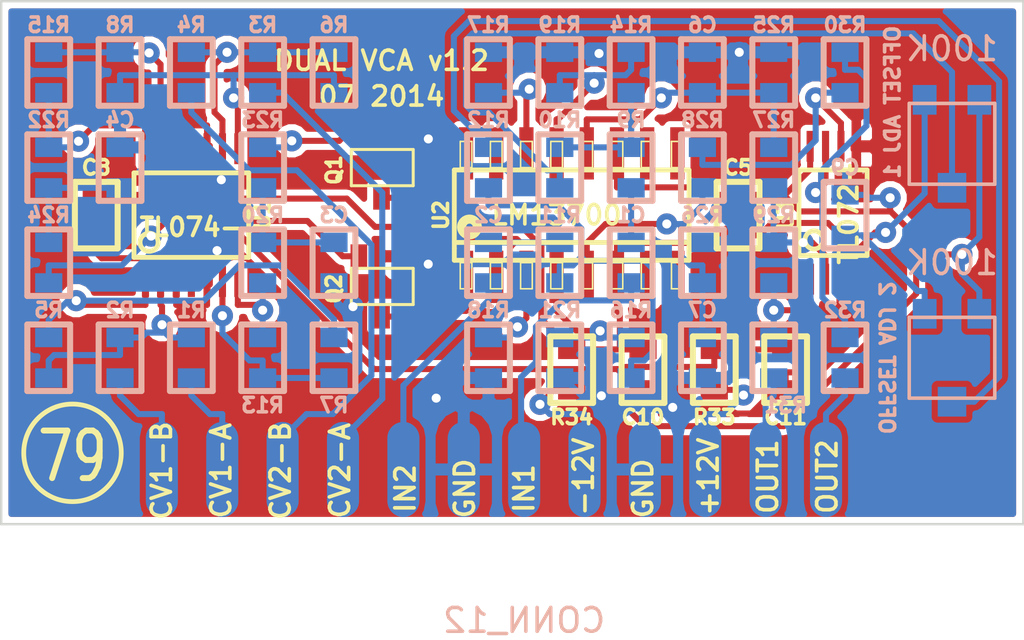
<source format=kicad_pcb>
(kicad_pcb (version 3) (host pcbnew "(2013-07-07 BZR 4022)-stable")

  (general
    (links 103)
    (no_connects 0)
    (area 53.949999 100.949999 97.050001 127.8282)
    (thickness 1.6)
    (drawings 22)
    (tracks 538)
    (zones 0)
    (modules 53)
    (nets 44)
  )

  (page A3)
  (layers
    (15 F.Cu signal)
    (0 B.Cu signal)
    (16 B.Adhes user)
    (17 F.Adhes user)
    (18 B.Paste user)
    (19 F.Paste user)
    (20 B.SilkS user)
    (21 F.SilkS user)
    (22 B.Mask user)
    (23 F.Mask user)
    (24 Dwgs.User user)
    (25 Cmts.User user)
    (26 Eco1.User user)
    (27 Eco2.User user)
    (28 Edge.Cuts user)
  )

  (setup
    (last_trace_width 0.254)
    (trace_clearance 0.2032)
    (zone_clearance 0.254)
    (zone_45_only no)
    (trace_min 0.254)
    (segment_width 0.2)
    (edge_width 0.1)
    (via_size 0.889)
    (via_drill 0.381)
    (via_min_size 0.889)
    (via_min_drill 0.381)
    (uvia_size 0.508)
    (uvia_drill 0.127)
    (uvias_allowed no)
    (uvia_min_size 0.508)
    (uvia_min_drill 0.127)
    (pcb_text_width 0.3)
    (pcb_text_size 1.5 1.5)
    (mod_edge_width 0.15)
    (mod_text_size 1 1)
    (mod_text_width 0.15)
    (pad_size 1.5 1.5)
    (pad_drill 0.6)
    (pad_to_mask_clearance 0)
    (aux_axis_origin 0 0)
    (visible_elements 7FFF7F7F)
    (pcbplotparams
      (layerselection 284196865)
      (usegerberextensions true)
      (excludeedgelayer true)
      (linewidth 0.150000)
      (plotframeref false)
      (viasonmask false)
      (mode 1)
      (useauxorigin false)
      (hpglpennumber 1)
      (hpglpenspeed 20)
      (hpglpendiameter 15)
      (hpglpenoverlay 2)
      (psnegative false)
      (psa4output false)
      (plotreference true)
      (plotvalue false)
      (plotothertext true)
      (plotinvisibletext false)
      (padsonsilk false)
      (subtractmaskfromsilk true)
      (outputformat 1)
      (mirror false)
      (drillshape 0)
      (scaleselection 1)
      (outputdirectory "Gerbers/Updated 1.2/"))
  )

  (net 0 "")
  (net 1 +12V)
  (net 2 -12V)
  (net 3 CV1A)
  (net 4 CV1B)
  (net 5 CV2A)
  (net 6 CV2B)
  (net 7 GND)
  (net 8 IN1)
  (net 9 IN2)
  (net 10 N-000001)
  (net 11 N-0000010)
  (net 12 N-0000011)
  (net 13 N-0000012)
  (net 14 N-0000014)
  (net 15 N-000002)
  (net 16 N-0000021)
  (net 17 N-0000022)
  (net 18 N-0000023)
  (net 19 N-0000024)
  (net 20 N-0000025)
  (net 21 N-0000026)
  (net 22 N-0000027)
  (net 23 N-0000028)
  (net 24 N-0000029)
  (net 25 N-000003)
  (net 26 N-0000030)
  (net 27 N-0000032)
  (net 28 N-0000033)
  (net 29 N-0000034)
  (net 30 N-0000035)
  (net 31 N-0000036)
  (net 32 N-0000037)
  (net 33 N-0000038)
  (net 34 N-0000039)
  (net 35 N-000004)
  (net 36 N-0000040)
  (net 37 N-000005)
  (net 38 N-000006)
  (net 39 N-000007)
  (net 40 N-000008)
  (net 41 N-000009)
  (net 42 OUT1)
  (net 43 OUT2)

  (net_class Default "This is the default net class."
    (clearance 0.2032)
    (trace_width 0.254)
    (via_dia 0.889)
    (via_drill 0.381)
    (uvia_dia 0.508)
    (uvia_drill 0.127)
    (add_net "")
    (add_net +12V)
    (add_net -12V)
    (add_net CV1A)
    (add_net CV1B)
    (add_net CV2A)
    (add_net CV2B)
    (add_net GND)
    (add_net IN1)
    (add_net IN2)
    (add_net N-000001)
    (add_net N-0000010)
    (add_net N-0000011)
    (add_net N-0000012)
    (add_net N-0000014)
    (add_net N-000002)
    (add_net N-0000021)
    (add_net N-0000022)
    (add_net N-0000023)
    (add_net N-0000024)
    (add_net N-0000025)
    (add_net N-0000026)
    (add_net N-0000027)
    (add_net N-0000028)
    (add_net N-0000029)
    (add_net N-000003)
    (add_net N-0000030)
    (add_net N-0000032)
    (add_net N-0000033)
    (add_net N-0000034)
    (add_net N-0000035)
    (add_net N-0000036)
    (add_net N-0000037)
    (add_net N-0000038)
    (add_net N-0000039)
    (add_net N-000004)
    (add_net N-0000040)
    (add_net N-000005)
    (add_net N-000006)
    (add_net N-000007)
    (add_net N-000008)
    (add_net N-000009)
    (add_net OUT1)
    (add_net OUT2)
  )

  (module TSSOP8-JRL (layer F.Cu) (tedit 5313661D) (tstamp 530FAD13)
    (at 89 110)
    (path /530EABE8)
    (attr smd)
    (fp_text reference U3 (at -2 0 90) (layer F.SilkS)
      (effects (font (size 0.6096 0.6096) (thickness 0.1524)))
    )
    (fp_text value TL072- (at 0.65 -0.1 90) (layer F.SilkS)
      (effects (font (size 0.762 0.762) (thickness 0.16002)))
    )
    (fp_line (start -1.43 -1.9) (end 1.43 -1.9) (layer F.SilkS) (width 0.2))
    (fp_line (start 1.43 -1.9) (end 1.43 1.7) (layer F.SilkS) (width 0.2))
    (fp_line (start 1.43 1.7) (end -1.43 1.7) (layer F.SilkS) (width 0.2))
    (fp_line (start -1.438 1.678) (end -1.438 -1.878) (layer F.SilkS) (width 0.2))
    (fp_circle (center -0.803 1.043) (end -1.184 1.043) (layer F.SilkS) (width 0.2))
    (pad 1 smd rect (at -0.9554 2.694) (size 0.29972 1.30048)
      (layers F.Cu F.Paste F.Mask)
      (net 34 N-0000039)
    )
    (pad 2 smd rect (at -0.3204 2.694) (size 0.29972 1.30048)
      (layers F.Cu F.Paste F.Mask)
      (net 36 N-0000040)
    )
    (pad 3 smd rect (at 0.34 2.694) (size 0.29972 1.30048)
      (layers F.Cu F.Paste F.Mask)
      (net 7 GND)
    )
    (pad 4 smd rect (at 0.975 2.694) (size 0.29972 1.30048)
      (layers F.Cu F.Paste F.Mask)
      (net 2 -12V)
    )
    (pad 5 smd rect (at 0.975 -2.894) (size 0.29972 1.30048)
      (layers F.Cu F.Paste F.Mask)
      (net 7 GND)
    )
    (pad 6 smd rect (at 0.3273 -2.894) (size 0.29972 1.30048)
      (layers F.Cu F.Paste F.Mask)
      (net 37 N-000005)
    )
    (pad 7 smd rect (at -0.3204 -2.894) (size 0.29972 1.30048)
      (layers F.Cu F.Paste F.Mask)
      (net 10 N-000001)
    )
    (pad 8 smd rect (at -0.9681 -2.894) (size 0.29972 1.30048)
      (layers F.Cu F.Paste F.Mask)
      (net 1 +12V)
    )
    (model smd\smd_dil\tssop-14.wrl
      (at (xyz 0 0 0))
      (scale (xyz 1 1 1))
      (rotate (xyz 0 0 0))
    )
  )

  (module SOT23-JRL (layer F.Cu) (tedit 531365BE) (tstamp 530FAD37)
    (at 70 113 180)
    (tags SOT23)
    (path /530EAC06)
    (fp_text reference Q2 (at 1.99898 -0.09906 270) (layer F.SilkS)
      (effects (font (size 0.6096 0.6096) (thickness 0.1524)))
    )
    (fp_text value 2N3906 (at 0.0635 0 180) (layer F.SilkS) hide
      (effects (font (size 0.8128 0.8128) (thickness 0.1524)))
    )
    (fp_line (start 1.27 0.762) (end -1.3335 0.762) (layer F.SilkS) (width 0.127))
    (fp_line (start -1.3335 0.762) (end -1.3335 -0.762) (layer F.SilkS) (width 0.127))
    (fp_line (start -1.3335 -0.762) (end 1.27 -0.762) (layer F.SilkS) (width 0.127))
    (fp_line (start 1.27 -0.762) (end 1.27 0.762) (layer F.SilkS) (width 0.127))
    (pad 3 smd rect (at 0 -1.27 180) (size 0.70104 1.00076)
      (layers F.Cu F.Paste F.Mask)
      (net 35 N-000004)
    )
    (pad 1 smd rect (at 0.9525 1.27 180) (size 0.70104 1.00076)
      (layers F.Cu F.Paste F.Mask)
      (net 41 N-000009)
    )
    (pad 2 smd rect (at -0.9525 1.27 180) (size 0.70104 1.00076)
      (layers F.Cu F.Paste F.Mask)
      (net 7 GND)
    )
    (model smd/SOT23_6.wrl
      (at (xyz 0 0 0))
      (scale (xyz 0.11 0.11 0.11))
      (rotate (xyz 0 0 -180))
    )
  )

  (module SOT23-JRL (layer F.Cu) (tedit 531365B7) (tstamp 530FAD42)
    (at 70 108 180)
    (tags SOT23)
    (path /530EC142)
    (fp_text reference Q1 (at 1.99898 -0.09906 270) (layer F.SilkS)
      (effects (font (size 0.6096 0.6096) (thickness 0.1524)))
    )
    (fp_text value 2N3906 (at 0.0635 0 180) (layer F.SilkS) hide
      (effects (font (size 0.8128 0.8128) (thickness 0.1524)))
    )
    (fp_line (start 1.27 0.762) (end -1.3335 0.762) (layer F.SilkS) (width 0.127))
    (fp_line (start -1.3335 0.762) (end -1.3335 -0.762) (layer F.SilkS) (width 0.127))
    (fp_line (start -1.3335 -0.762) (end 1.27 -0.762) (layer F.SilkS) (width 0.127))
    (fp_line (start 1.27 -0.762) (end 1.27 0.762) (layer F.SilkS) (width 0.127))
    (pad 3 smd rect (at 0 -1.27 180) (size 0.70104 1.00076)
      (layers F.Cu F.Paste F.Mask)
      (net 33 N-0000038)
    )
    (pad 1 smd rect (at 0.9525 1.27 180) (size 0.70104 1.00076)
      (layers F.Cu F.Paste F.Mask)
      (net 23 N-0000028)
    )
    (pad 2 smd rect (at -0.9525 1.27 180) (size 0.70104 1.00076)
      (layers F.Cu F.Paste F.Mask)
      (net 7 GND)
    )
    (model smd/SOT23_6.wrl
      (at (xyz 0 0 0))
      (scale (xyz 0.11 0.11 0.11))
      (rotate (xyz 0 0 -180))
    )
  )

  (module SO16-JRL (layer F.Cu) (tedit 5313661F) (tstamp 530FAD9E)
    (at 78 110)
    (descr "SMALL OUTLINE INTEGRATED CIRCUIT")
    (tags "SMALL OUTLINE INTEGRATED CIRCUIT")
    (path /530EAD26)
    (attr smd)
    (fp_text reference U2 (at -5.5 0 90) (layer F.SilkS)
      (effects (font (size 0.6096 0.6096) (thickness 0.1524)))
    )
    (fp_text value LM13700 (at -0.635 0) (layer F.SilkS)
      (effects (font (size 0.8128 0.8128) (thickness 0.1524)))
    )
    (fp_circle (center -4.3 0.5) (end -4.2 0.6) (layer F.SilkS) (width 0.381))
    (fp_line (start -4.68884 3.0988) (end -4.19862 3.0988) (layer F.SilkS) (width 0.06604))
    (fp_line (start -4.19862 3.0988) (end -4.19862 1.99898) (layer F.SilkS) (width 0.06604))
    (fp_line (start -4.68884 1.99898) (end -4.19862 1.99898) (layer F.SilkS) (width 0.06604))
    (fp_line (start -4.68884 3.0988) (end -4.68884 1.99898) (layer F.SilkS) (width 0.06604))
    (fp_line (start -3.41884 3.0988) (end -2.92862 3.0988) (layer F.SilkS) (width 0.06604))
    (fp_line (start -2.92862 3.0988) (end -2.92862 1.99898) (layer F.SilkS) (width 0.06604))
    (fp_line (start -3.41884 1.99898) (end -2.92862 1.99898) (layer F.SilkS) (width 0.06604))
    (fp_line (start -3.41884 3.0988) (end -3.41884 1.99898) (layer F.SilkS) (width 0.06604))
    (fp_line (start -2.14884 3.0988) (end -1.65862 3.0988) (layer F.SilkS) (width 0.06604))
    (fp_line (start -1.65862 3.0988) (end -1.65862 1.99898) (layer F.SilkS) (width 0.06604))
    (fp_line (start -2.14884 1.99898) (end -1.65862 1.99898) (layer F.SilkS) (width 0.06604))
    (fp_line (start -2.14884 3.0988) (end -2.14884 1.99898) (layer F.SilkS) (width 0.06604))
    (fp_line (start -0.87884 3.0988) (end -0.38862 3.0988) (layer F.SilkS) (width 0.06604))
    (fp_line (start -0.38862 3.0988) (end -0.38862 1.99898) (layer F.SilkS) (width 0.06604))
    (fp_line (start -0.87884 1.99898) (end -0.38862 1.99898) (layer F.SilkS) (width 0.06604))
    (fp_line (start -0.87884 3.0988) (end -0.87884 1.99898) (layer F.SilkS) (width 0.06604))
    (fp_line (start 1.65862 -1.99898) (end 2.14884 -1.99898) (layer F.SilkS) (width 0.06604))
    (fp_line (start 2.14884 -1.99898) (end 2.14884 -3.0988) (layer F.SilkS) (width 0.06604))
    (fp_line (start 1.65862 -3.0988) (end 2.14884 -3.0988) (layer F.SilkS) (width 0.06604))
    (fp_line (start 1.65862 -1.99898) (end 1.65862 -3.0988) (layer F.SilkS) (width 0.06604))
    (fp_line (start 0.38862 -1.99898) (end 0.87884 -1.99898) (layer F.SilkS) (width 0.06604))
    (fp_line (start 0.87884 -1.99898) (end 0.87884 -3.0988) (layer F.SilkS) (width 0.06604))
    (fp_line (start 0.38862 -3.0988) (end 0.87884 -3.0988) (layer F.SilkS) (width 0.06604))
    (fp_line (start 0.38862 -1.99898) (end 0.38862 -3.0988) (layer F.SilkS) (width 0.06604))
    (fp_line (start -0.87884 -1.99898) (end -0.38862 -1.99898) (layer F.SilkS) (width 0.06604))
    (fp_line (start -0.38862 -1.99898) (end -0.38862 -3.0988) (layer F.SilkS) (width 0.06604))
    (fp_line (start -0.87884 -3.0988) (end -0.38862 -3.0988) (layer F.SilkS) (width 0.06604))
    (fp_line (start -0.87884 -1.99898) (end -0.87884 -3.0988) (layer F.SilkS) (width 0.06604))
    (fp_line (start -2.14884 -1.99898) (end -1.65862 -1.99898) (layer F.SilkS) (width 0.06604))
    (fp_line (start -1.65862 -1.99898) (end -1.65862 -3.0988) (layer F.SilkS) (width 0.06604))
    (fp_line (start -2.14884 -3.0988) (end -1.65862 -3.0988) (layer F.SilkS) (width 0.06604))
    (fp_line (start -2.14884 -1.99898) (end -2.14884 -3.0988) (layer F.SilkS) (width 0.06604))
    (fp_line (start 0.38862 3.0988) (end 0.87884 3.0988) (layer F.SilkS) (width 0.06604))
    (fp_line (start 0.87884 3.0988) (end 0.87884 1.99898) (layer F.SilkS) (width 0.06604))
    (fp_line (start 0.38862 1.99898) (end 0.87884 1.99898) (layer F.SilkS) (width 0.06604))
    (fp_line (start 0.38862 3.0988) (end 0.38862 1.99898) (layer F.SilkS) (width 0.06604))
    (fp_line (start 1.65862 3.0988) (end 2.14884 3.0988) (layer F.SilkS) (width 0.06604))
    (fp_line (start 2.14884 3.0988) (end 2.14884 1.99898) (layer F.SilkS) (width 0.06604))
    (fp_line (start 1.65862 1.99898) (end 2.14884 1.99898) (layer F.SilkS) (width 0.06604))
    (fp_line (start 1.65862 3.0988) (end 1.65862 1.99898) (layer F.SilkS) (width 0.06604))
    (fp_line (start 2.92862 3.0988) (end 3.41884 3.0988) (layer F.SilkS) (width 0.06604))
    (fp_line (start 3.41884 3.0988) (end 3.41884 1.99898) (layer F.SilkS) (width 0.06604))
    (fp_line (start 2.92862 1.99898) (end 3.41884 1.99898) (layer F.SilkS) (width 0.06604))
    (fp_line (start 2.92862 3.0988) (end 2.92862 1.99898) (layer F.SilkS) (width 0.06604))
    (fp_line (start 4.19862 3.0988) (end 4.68884 3.0988) (layer F.SilkS) (width 0.06604))
    (fp_line (start 4.68884 3.0988) (end 4.68884 1.99898) (layer F.SilkS) (width 0.06604))
    (fp_line (start 4.19862 1.99898) (end 4.68884 1.99898) (layer F.SilkS) (width 0.06604))
    (fp_line (start 4.19862 3.0988) (end 4.19862 1.99898) (layer F.SilkS) (width 0.06604))
    (fp_line (start 4.19862 -1.99898) (end 4.68884 -1.99898) (layer F.SilkS) (width 0.06604))
    (fp_line (start 4.68884 -1.99898) (end 4.68884 -3.0988) (layer F.SilkS) (width 0.06604))
    (fp_line (start 4.19862 -3.0988) (end 4.68884 -3.0988) (layer F.SilkS) (width 0.06604))
    (fp_line (start 4.19862 -1.99898) (end 4.19862 -3.0988) (layer F.SilkS) (width 0.06604))
    (fp_line (start 2.92862 -1.99898) (end 3.41884 -1.99898) (layer F.SilkS) (width 0.06604))
    (fp_line (start 3.41884 -1.99898) (end 3.41884 -3.0988) (layer F.SilkS) (width 0.06604))
    (fp_line (start 2.92862 -3.0988) (end 3.41884 -3.0988) (layer F.SilkS) (width 0.06604))
    (fp_line (start 2.92862 -1.99898) (end 2.92862 -3.0988) (layer F.SilkS) (width 0.06604))
    (fp_line (start -3.41884 -1.99898) (end -2.92862 -1.99898) (layer F.SilkS) (width 0.06604))
    (fp_line (start -2.92862 -1.99898) (end -2.92862 -3.0988) (layer F.SilkS) (width 0.06604))
    (fp_line (start -3.41884 -3.0988) (end -2.92862 -3.0988) (layer F.SilkS) (width 0.06604))
    (fp_line (start -3.41884 -1.99898) (end -3.41884 -3.0988) (layer F.SilkS) (width 0.06604))
    (fp_line (start -4.68884 -1.99898) (end -4.19862 -1.99898) (layer F.SilkS) (width 0.06604))
    (fp_line (start -4.19862 -1.99898) (end -4.19862 -3.0988) (layer F.SilkS) (width 0.06604))
    (fp_line (start -4.68884 -3.0988) (end -4.19862 -3.0988) (layer F.SilkS) (width 0.06604))
    (fp_line (start -4.68884 -1.99898) (end -4.68884 -3.0988) (layer F.SilkS) (width 0.06604))
    (fp_line (start 4.93776 1.89992) (end -4.93776 1.89992) (layer F.SilkS) (width 0.2032))
    (fp_line (start -4.93776 1.89992) (end -4.93776 1.39954) (layer F.SilkS) (width 0.2032))
    (fp_line (start -4.93776 1.39954) (end -4.93776 -1.89992) (layer F.SilkS) (width 0.2032))
    (fp_line (start -4.93776 -1.89992) (end 4.93776 -1.89992) (layer F.SilkS) (width 0.2032))
    (fp_line (start 4.93776 1.14954) (end -4.93776 1.14954) (layer F.SilkS) (width 0.2032))
    (fp_line (start 4.93776 -1.89992) (end 4.93776 1.39954) (layer F.SilkS) (width 0.2032))
    (fp_line (start 4.93776 1.39954) (end 4.93776 1.89992) (layer F.SilkS) (width 0.2032))
    (pad 1 smd rect (at -4.445 2.59842) (size 0.59944 2.19964)
      (layers F.Cu F.Paste F.Mask)
      (net 35 N-000004)
    )
    (pad 2 smd rect (at -3.175 2.59842) (size 0.59944 2.19964)
      (layers F.Cu F.Paste F.Mask)
    )
    (pad 3 smd rect (at -1.905 2.59842) (size 0.59944 2.19964)
      (layers F.Cu F.Paste F.Mask)
      (net 21 N-0000026)
    )
    (pad 4 smd rect (at -0.635 2.59842) (size 0.59944 2.19964)
      (layers F.Cu F.Paste F.Mask)
      (net 20 N-0000025)
    )
    (pad 5 smd rect (at 0.635 2.59842) (size 0.59944 2.19964)
      (layers F.Cu F.Paste F.Mask)
      (net 16 N-0000021)
    )
    (pad 6 smd rect (at 1.905 2.59842) (size 0.59944 2.19964)
      (layers F.Cu F.Paste F.Mask)
      (net 2 -12V)
    )
    (pad 7 smd rect (at 3.175 2.59842) (size 0.59944 2.19964)
      (layers F.Cu F.Paste F.Mask)
    )
    (pad 8 smd rect (at 4.445 2.59842) (size 0.59944 2.19964)
      (layers F.Cu F.Paste F.Mask)
    )
    (pad 9 smd rect (at 4.445 -2.59842) (size 0.59944 2.19964)
      (layers F.Cu F.Paste F.Mask)
    )
    (pad 10 smd rect (at 3.175 -2.59842) (size 0.59944 2.19964)
      (layers F.Cu F.Paste F.Mask)
    )
    (pad 11 smd rect (at 1.905 -2.59842) (size 0.59944 2.19964)
      (layers F.Cu F.Paste F.Mask)
      (net 1 +12V)
    )
    (pad 12 smd rect (at 0.635 -2.59842) (size 0.59944 2.19964)
      (layers F.Cu F.Paste F.Mask)
      (net 28 N-0000033)
    )
    (pad 13 smd rect (at -0.635 -2.59842) (size 0.59944 2.19964)
      (layers F.Cu F.Paste F.Mask)
      (net 39 N-000007)
    )
    (pad 14 smd rect (at -1.905 -2.59842) (size 0.59944 2.19964)
      (layers F.Cu F.Paste F.Mask)
      (net 38 N-000006)
    )
    (pad 15 smd rect (at -3.175 -2.59842) (size 0.59944 2.19964)
      (layers F.Cu F.Paste F.Mask)
    )
    (pad 16 smd rect (at -4.445 -2.59842) (size 0.59944 2.19964)
      (layers F.Cu F.Paste F.Mask)
      (net 33 N-0000038)
    )
  )

  (module SM0603-JRL (layer B.Cu) (tedit 53136791) (tstamp 5310090E)
    (at 77.5 108 90)
    (path /530EC17E)
    (attr smd)
    (fp_text reference R10 (at 2 0 180) (layer B.SilkS)
      (effects (font (size 0.6096 0.6096) (thickness 0.1524)) (justify mirror))
    )
    (fp_text value 2.2M (at 0 0 90) (layer B.SilkS) hide
      (effects (font (size 0.508 0.4572) (thickness 0.1143)) (justify mirror))
    )
    (fp_line (start -1.4 -0.9) (end 1.4 -0.9) (layer B.SilkS) (width 0.254))
    (fp_line (start 1.4 -0.9) (end 1.4 0.9) (layer B.SilkS) (width 0.254))
    (fp_line (start 1.4 0.9) (end -1.4 0.9) (layer B.SilkS) (width 0.254))
    (fp_line (start -1.4 0.9) (end -1.4 -0.9) (layer B.SilkS) (width 0.254))
    (pad 1 smd rect (at -0.8509 0 90) (size 0.8128 1.143)
      (layers B.Cu B.Paste B.Mask)
      (net 29 N-0000034)
    )
    (pad 2 smd rect (at 0.8509 0 90) (size 0.8128 1.143)
      (layers B.Cu B.Paste B.Mask)
      (net 30 N-0000035)
    )
    (model smd\resistors\R0603.wrl
      (at (xyz 0 0 0.001))
      (scale (xyz 0.5 0.5 0.5))
      (rotate (xyz 0 0 0))
    )
  )

  (module SM0603-JRL (layer B.Cu) (tedit 53136779) (tstamp 530FB388)
    (at 65 112 90)
    (path /530EC203)
    (attr smd)
    (fp_text reference R20 (at 2 0 180) (layer B.SilkS)
      (effects (font (size 0.6096 0.6096) (thickness 0.1524)) (justify mirror))
    )
    (fp_text value 10K (at 0 0 90) (layer B.SilkS) hide
      (effects (font (size 0.508 0.4572) (thickness 0.1143)) (justify mirror))
    )
    (fp_line (start -1.4 -0.9) (end 1.4 -0.9) (layer B.SilkS) (width 0.254))
    (fp_line (start 1.4 -0.9) (end 1.4 0.9) (layer B.SilkS) (width 0.254))
    (fp_line (start 1.4 0.9) (end -1.4 0.9) (layer B.SilkS) (width 0.254))
    (fp_line (start -1.4 0.9) (end -1.4 -0.9) (layer B.SilkS) (width 0.254))
    (pad 1 smd rect (at -0.8509 0 90) (size 0.8128 1.143)
      (layers B.Cu B.Paste B.Mask)
      (net 32 N-0000037)
    )
    (pad 2 smd rect (at 0.8509 0 90) (size 0.8128 1.143)
      (layers B.Cu B.Paste B.Mask)
      (net 22 N-0000027)
    )
    (model smd\resistors\R0603.wrl
      (at (xyz 0 0 0.001))
      (scale (xyz 0.5 0.5 0.5))
      (rotate (xyz 0 0 0))
    )
  )

  (module SM0603-JRL (layer B.Cu) (tedit 5313677A) (tstamp 530FADBC)
    (at 68 112 270)
    (path /530EC1F6)
    (attr smd)
    (fp_text reference C3 (at -2 0 360) (layer B.SilkS)
      (effects (font (size 0.6096 0.6096) (thickness 0.1524)) (justify mirror))
    )
    (fp_text value 0.1μ (at 0 0 270) (layer B.SilkS) hide
      (effects (font (size 0.508 0.4572) (thickness 0.1143)) (justify mirror))
    )
    (fp_line (start -1.4 -0.9) (end 1.4 -0.9) (layer B.SilkS) (width 0.254))
    (fp_line (start 1.4 -0.9) (end 1.4 0.9) (layer B.SilkS) (width 0.254))
    (fp_line (start 1.4 0.9) (end -1.4 0.9) (layer B.SilkS) (width 0.254))
    (fp_line (start -1.4 0.9) (end -1.4 -0.9) (layer B.SilkS) (width 0.254))
    (pad 1 smd rect (at -0.8509 0 270) (size 0.8128 1.143)
      (layers B.Cu B.Paste B.Mask)
      (net 22 N-0000027)
    )
    (pad 2 smd rect (at 0.8509 0 270) (size 0.8128 1.143)
      (layers B.Cu B.Paste B.Mask)
      (net 7 GND)
    )
    (model smd\resistors\R0603.wrl
      (at (xyz 0 0 0.001))
      (scale (xyz 0.5 0.5 0.5))
      (rotate (xyz 0 0 0))
    )
  )

  (module SM0603-JRL (layer B.Cu) (tedit 53136765) (tstamp 530FADC6)
    (at 65 108 90)
    (path /530EC1F0)
    (attr smd)
    (fp_text reference R23 (at 2 0 180) (layer B.SilkS)
      (effects (font (size 0.6096 0.6096) (thickness 0.1524)) (justify mirror))
    )
    (fp_text value 22K (at 0 0 90) (layer B.SilkS) hide
      (effects (font (size 0.508 0.4572) (thickness 0.1143)) (justify mirror))
    )
    (fp_line (start -1.4 -0.9) (end 1.4 -0.9) (layer B.SilkS) (width 0.254))
    (fp_line (start 1.4 -0.9) (end 1.4 0.9) (layer B.SilkS) (width 0.254))
    (fp_line (start 1.4 0.9) (end -1.4 0.9) (layer B.SilkS) (width 0.254))
    (fp_line (start -1.4 0.9) (end -1.4 -0.9) (layer B.SilkS) (width 0.254))
    (pad 1 smd rect (at -0.8509 0 90) (size 0.8128 1.143)
      (layers B.Cu B.Paste B.Mask)
      (net 22 N-0000027)
    )
    (pad 2 smd rect (at 0.8509 0 90) (size 0.8128 1.143)
      (layers B.Cu B.Paste B.Mask)
      (net 23 N-0000028)
    )
    (model smd\resistors\R0603.wrl
      (at (xyz 0 0 0.001))
      (scale (xyz 0.5 0.5 0.5))
      (rotate (xyz 0 0 0))
    )
  )

  (module SM0603-JRL (layer B.Cu) (tedit 531367BE) (tstamp 530FADD0)
    (at 86.5 116 270)
    (path /530EC1E0)
    (attr smd)
    (fp_text reference R31 (at 2 -0.5 360) (layer B.SilkS)
      (effects (font (size 0.6096 0.6096) (thickness 0.1524)) (justify mirror))
    )
    (fp_text value 1K (at 0 0 270) (layer B.SilkS) hide
      (effects (font (size 0.508 0.4572) (thickness 0.1143)) (justify mirror))
    )
    (fp_line (start -1.4 -0.9) (end 1.4 -0.9) (layer B.SilkS) (width 0.254))
    (fp_line (start 1.4 -0.9) (end 1.4 0.9) (layer B.SilkS) (width 0.254))
    (fp_line (start 1.4 0.9) (end -1.4 0.9) (layer B.SilkS) (width 0.254))
    (fp_line (start -1.4 0.9) (end -1.4 -0.9) (layer B.SilkS) (width 0.254))
    (pad 1 smd rect (at -0.8509 0 270) (size 0.8128 1.143)
      (layers B.Cu B.Paste B.Mask)
      (net 34 N-0000039)
    )
    (pad 2 smd rect (at 0.8509 0 270) (size 0.8128 1.143)
      (layers B.Cu B.Paste B.Mask)
      (net 42 OUT1)
    )
    (model smd\resistors\R0603.wrl
      (at (xyz 0 0 0.001))
      (scale (xyz 0.5 0.5 0.5))
      (rotate (xyz 0 0 0))
    )
  )

  (module SM0603-JRL (layer B.Cu) (tedit 531367A6) (tstamp 530FADDA)
    (at 86.5 112 270)
    (path /530EC1CB)
    (attr smd)
    (fp_text reference R29 (at -2 0 360) (layer B.SilkS)
      (effects (font (size 0.6096 0.6096) (thickness 0.1524)) (justify mirror))
    )
    (fp_text value 100K (at 0 0 270) (layer B.SilkS) hide
      (effects (font (size 0.508 0.4572) (thickness 0.1143)) (justify mirror))
    )
    (fp_line (start -1.4 -0.9) (end 1.4 -0.9) (layer B.SilkS) (width 0.254))
    (fp_line (start 1.4 -0.9) (end 1.4 0.9) (layer B.SilkS) (width 0.254))
    (fp_line (start 1.4 0.9) (end -1.4 0.9) (layer B.SilkS) (width 0.254))
    (fp_line (start -1.4 0.9) (end -1.4 -0.9) (layer B.SilkS) (width 0.254))
    (pad 1 smd rect (at -0.8509 0 270) (size 0.8128 1.143)
      (layers B.Cu B.Paste B.Mask)
      (net 36 N-0000040)
    )
    (pad 2 smd rect (at 0.8509 0 270) (size 0.8128 1.143)
      (layers B.Cu B.Paste B.Mask)
      (net 34 N-0000039)
    )
    (model smd\resistors\R0603.wrl
      (at (xyz 0 0 0.001))
      (scale (xyz 0.5 0.5 0.5))
      (rotate (xyz 0 0 0))
    )
  )

  (module SM0603-JRL (layer B.Cu) (tedit 5313678B) (tstamp 530FADE4)
    (at 86.5 104 90)
    (path /530EC1B5)
    (attr smd)
    (fp_text reference R25 (at 2 0 180) (layer B.SilkS)
      (effects (font (size 0.6096 0.6096) (thickness 0.1524)) (justify mirror))
    )
    (fp_text value 47K (at 0 0 90) (layer B.SilkS) hide
      (effects (font (size 0.508 0.4572) (thickness 0.1143)) (justify mirror))
    )
    (fp_line (start -1.4 -0.9) (end 1.4 -0.9) (layer B.SilkS) (width 0.254))
    (fp_line (start 1.4 -0.9) (end 1.4 0.9) (layer B.SilkS) (width 0.254))
    (fp_line (start 1.4 0.9) (end -1.4 0.9) (layer B.SilkS) (width 0.254))
    (fp_line (start -1.4 0.9) (end -1.4 -0.9) (layer B.SilkS) (width 0.254))
    (pad 1 smd rect (at -0.8509 0 90) (size 0.8128 1.143)
      (layers B.Cu B.Paste B.Mask)
      (net 28 N-0000033)
    )
    (pad 2 smd rect (at 0.8509 0 90) (size 0.8128 1.143)
      (layers B.Cu B.Paste B.Mask)
      (net 7 GND)
    )
    (model smd\resistors\R0603.wrl
      (at (xyz 0 0 0.001))
      (scale (xyz 0.5 0.5 0.5))
      (rotate (xyz 0 0 0))
    )
  )

  (module SM0603-JRL (layer B.Cu) (tedit 53136788) (tstamp 530FADEE)
    (at 83.5 104 90)
    (path /530EC1AF)
    (attr smd)
    (fp_text reference C6 (at 2 0 180) (layer B.SilkS)
      (effects (font (size 0.6096 0.6096) (thickness 0.1524)) (justify mirror))
    )
    (fp_text value 47p (at 0 0 90) (layer B.SilkS) hide
      (effects (font (size 0.508 0.4572) (thickness 0.1143)) (justify mirror))
    )
    (fp_line (start -1.4 -0.9) (end 1.4 -0.9) (layer B.SilkS) (width 0.254))
    (fp_line (start 1.4 -0.9) (end 1.4 0.9) (layer B.SilkS) (width 0.254))
    (fp_line (start 1.4 0.9) (end -1.4 0.9) (layer B.SilkS) (width 0.254))
    (fp_line (start -1.4 0.9) (end -1.4 -0.9) (layer B.SilkS) (width 0.254))
    (pad 1 smd rect (at -0.8509 0 90) (size 0.8128 1.143)
      (layers B.Cu B.Paste B.Mask)
      (net 28 N-0000033)
    )
    (pad 2 smd rect (at 0.8509 0 90) (size 0.8128 1.143)
      (layers B.Cu B.Paste B.Mask)
      (net 7 GND)
    )
    (model smd\resistors\R0603.wrl
      (at (xyz 0 0 0.001))
      (scale (xyz 0.5 0.5 0.5))
      (rotate (xyz 0 0 0))
    )
  )

  (module SM0603-JRL (layer B.Cu) (tedit 53136796) (tstamp 530FADF8)
    (at 86.5 108 270)
    (path /530EC19C)
    (attr smd)
    (fp_text reference R27 (at -2 0 360) (layer B.SilkS)
      (effects (font (size 0.6096 0.6096) (thickness 0.1524)) (justify mirror))
    )
    (fp_text value 100K (at 0 0 270) (layer B.SilkS) hide
      (effects (font (size 0.508 0.4572) (thickness 0.1143)) (justify mirror))
    )
    (fp_line (start -1.4 -0.9) (end 1.4 -0.9) (layer B.SilkS) (width 0.254))
    (fp_line (start 1.4 -0.9) (end 1.4 0.9) (layer B.SilkS) (width 0.254))
    (fp_line (start 1.4 0.9) (end -1.4 0.9) (layer B.SilkS) (width 0.254))
    (fp_line (start -1.4 0.9) (end -1.4 -0.9) (layer B.SilkS) (width 0.254))
    (pad 1 smd rect (at -0.8509 0 270) (size 0.8128 1.143)
      (layers B.Cu B.Paste B.Mask)
      (net 28 N-0000033)
    )
    (pad 2 smd rect (at 0.8509 0 270) (size 0.8128 1.143)
      (layers B.Cu B.Paste B.Mask)
      (net 36 N-0000040)
    )
    (model smd\resistors\R0603.wrl
      (at (xyz 0 0 0.001))
      (scale (xyz 0.5 0.5 0.5))
      (rotate (xyz 0 0 0))
    )
  )

  (module SM0603-JRL (layer B.Cu) (tedit 5313676B) (tstamp 530FAE02)
    (at 56 116 90)
    (path /530EC247)
    (attr smd)
    (fp_text reference R5 (at 2 0 180) (layer B.SilkS)
      (effects (font (size 0.6096 0.6096) (thickness 0.1524)) (justify mirror))
    )
    (fp_text value 100K (at 0 0 90) (layer B.SilkS) hide
      (effects (font (size 0.508 0.4572) (thickness 0.1143)) (justify mirror))
    )
    (fp_line (start -1.4 -0.9) (end 1.4 -0.9) (layer B.SilkS) (width 0.254))
    (fp_line (start 1.4 -0.9) (end 1.4 0.9) (layer B.SilkS) (width 0.254))
    (fp_line (start 1.4 0.9) (end -1.4 0.9) (layer B.SilkS) (width 0.254))
    (fp_line (start -1.4 0.9) (end -1.4 -0.9) (layer B.SilkS) (width 0.254))
    (pad 1 smd rect (at -0.8509 0 90) (size 0.8128 1.143)
      (layers B.Cu B.Paste B.Mask)
      (net 24 N-0000029)
    )
    (pad 2 smd rect (at 0.8509 0 90) (size 0.8128 1.143)
      (layers B.Cu B.Paste B.Mask)
      (net 26 N-0000030)
    )
    (model smd\resistors\R0603.wrl
      (at (xyz 0 0 0.001))
      (scale (xyz 0.5 0.5 0.5))
      (rotate (xyz 0 0 0))
    )
  )

  (module SM0603-JRL (layer B.Cu) (tedit 53136793) (tstamp 530FAE0C)
    (at 80.5 108 90)
    (path /530EC16B)
    (attr smd)
    (fp_text reference R9 (at 2 0 180) (layer B.SilkS)
      (effects (font (size 0.6096 0.6096) (thickness 0.1524)) (justify mirror))
    )
    (fp_text value 82K (at 0 0 90) (layer B.SilkS) hide
      (effects (font (size 0.508 0.4572) (thickness 0.1143)) (justify mirror))
    )
    (fp_line (start -1.4 -0.9) (end 1.4 -0.9) (layer B.SilkS) (width 0.254))
    (fp_line (start 1.4 -0.9) (end 1.4 0.9) (layer B.SilkS) (width 0.254))
    (fp_line (start 1.4 0.9) (end -1.4 0.9) (layer B.SilkS) (width 0.254))
    (fp_line (start -1.4 0.9) (end -1.4 -0.9) (layer B.SilkS) (width 0.254))
    (pad 1 smd rect (at -0.8509 0 90) (size 0.8128 1.143)
      (layers B.Cu B.Paste B.Mask)
      (net 27 N-0000032)
    )
    (pad 2 smd rect (at 0.8509 0 90) (size 0.8128 1.143)
      (layers B.Cu B.Paste B.Mask)
      (net 30 N-0000035)
    )
    (model smd\resistors\R0603.wrl
      (at (xyz 0 0 0.001))
      (scale (xyz 0.5 0.5 0.5))
      (rotate (xyz 0 0 0))
    )
  )

  (module SM0603-JRL (layer B.Cu) (tedit 53136786) (tstamp 530FAE16)
    (at 80.5 104 90)
    (path /530EC164)
    (attr smd)
    (fp_text reference R14 (at 2 0 180) (layer B.SilkS)
      (effects (font (size 0.6096 0.6096) (thickness 0.1524)) (justify mirror))
    )
    (fp_text value 4.7K (at 0 0 90) (layer B.SilkS) hide
      (effects (font (size 0.508 0.4572) (thickness 0.1143)) (justify mirror))
    )
    (fp_line (start -1.4 -0.9) (end 1.4 -0.9) (layer B.SilkS) (width 0.254))
    (fp_line (start 1.4 -0.9) (end 1.4 0.9) (layer B.SilkS) (width 0.254))
    (fp_line (start 1.4 0.9) (end -1.4 0.9) (layer B.SilkS) (width 0.254))
    (fp_line (start -1.4 0.9) (end -1.4 -0.9) (layer B.SilkS) (width 0.254))
    (pad 1 smd rect (at -0.8509 0 90) (size 0.8128 1.143)
      (layers B.Cu B.Paste B.Mask)
      (net 30 N-0000035)
    )
    (pad 2 smd rect (at 0.8509 0 90) (size 0.8128 1.143)
      (layers B.Cu B.Paste B.Mask)
      (net 39 N-000007)
    )
    (model smd\resistors\R0603.wrl
      (at (xyz 0 0 0.001))
      (scale (xyz 0.5 0.5 0.5))
      (rotate (xyz 0 0 0))
    )
  )

  (module SM0603-JRL (layer B.Cu) (tedit 53136773) (tstamp 530FAE20)
    (at 65 116 90)
    (path /530EC20A)
    (attr smd)
    (fp_text reference R13 (at -2 0 180) (layer B.SilkS)
      (effects (font (size 0.6096 0.6096) (thickness 0.1524)) (justify mirror))
    )
    (fp_text value 100K (at 0 0 90) (layer B.SilkS) hide
      (effects (font (size 0.508 0.4572) (thickness 0.1143)) (justify mirror))
    )
    (fp_line (start -1.4 -0.9) (end 1.4 -0.9) (layer B.SilkS) (width 0.254))
    (fp_line (start 1.4 -0.9) (end 1.4 0.9) (layer B.SilkS) (width 0.254))
    (fp_line (start 1.4 0.9) (end -1.4 0.9) (layer B.SilkS) (width 0.254))
    (fp_line (start -1.4 0.9) (end -1.4 -0.9) (layer B.SilkS) (width 0.254))
    (pad 1 smd rect (at -0.8509 0 90) (size 0.8128 1.143)
      (layers B.Cu B.Paste B.Mask)
      (net 31 N-0000036)
    )
    (pad 2 smd rect (at 0.8509 0 90) (size 0.8128 1.143)
      (layers B.Cu B.Paste B.Mask)
      (net 32 N-0000037)
    )
    (model smd\resistors\R0603.wrl
      (at (xyz 0 0 0.001))
      (scale (xyz 0.5 0.5 0.5))
      (rotate (xyz 0 0 0))
    )
  )

  (module SM0603-JRL (layer B.Cu) (tedit 53136775) (tstamp 530FAE2A)
    (at 68 116 270)
    (path /530EC21E)
    (attr smd)
    (fp_text reference R7 (at 2 0 360) (layer B.SilkS)
      (effects (font (size 0.6096 0.6096) (thickness 0.1524)) (justify mirror))
    )
    (fp_text value 100K (at 0 0 270) (layer B.SilkS) hide
      (effects (font (size 0.508 0.4572) (thickness 0.1143)) (justify mirror))
    )
    (fp_line (start -1.4 -0.9) (end 1.4 -0.9) (layer B.SilkS) (width 0.254))
    (fp_line (start 1.4 -0.9) (end 1.4 0.9) (layer B.SilkS) (width 0.254))
    (fp_line (start 1.4 0.9) (end -1.4 0.9) (layer B.SilkS) (width 0.254))
    (fp_line (start -1.4 0.9) (end -1.4 -0.9) (layer B.SilkS) (width 0.254))
    (pad 1 smd rect (at -0.8509 0 270) (size 0.8128 1.143)
      (layers B.Cu B.Paste B.Mask)
      (net 26 N-0000030)
    )
    (pad 2 smd rect (at 0.8509 0 270) (size 0.8128 1.143)
      (layers B.Cu B.Paste B.Mask)
      (net 31 N-0000036)
    )
    (model smd\resistors\R0603.wrl
      (at (xyz 0 0 0.001))
      (scale (xyz 0.5 0.5 0.5))
      (rotate (xyz 0 0 0))
    )
  )

  (module SM0603-JRL (layer F.Cu) (tedit 531365EA) (tstamp 530FAE34)
    (at 85 110 270)
    (path /530F92AF)
    (attr smd)
    (fp_text reference C5 (at -2 0 360) (layer F.SilkS)
      (effects (font (size 0.6096 0.6096) (thickness 0.1524)))
    )
    (fp_text value 100n (at 0 0 270) (layer F.SilkS) hide
      (effects (font (size 0.508 0.4572) (thickness 0.1143)))
    )
    (fp_line (start -1.4 0.9) (end 1.4 0.9) (layer F.SilkS) (width 0.254))
    (fp_line (start 1.4 0.9) (end 1.4 -0.9) (layer F.SilkS) (width 0.254))
    (fp_line (start 1.4 -0.9) (end -1.4 -0.9) (layer F.SilkS) (width 0.254))
    (fp_line (start -1.4 -0.9) (end -1.4 0.9) (layer F.SilkS) (width 0.254))
    (pad 1 smd rect (at -0.8509 0 270) (size 0.8128 1.143)
      (layers F.Cu F.Paste F.Mask)
      (net 1 +12V)
    )
    (pad 2 smd rect (at 0.8509 0 270) (size 0.8128 1.143)
      (layers F.Cu F.Paste F.Mask)
      (net 2 -12V)
    )
    (model smd\resistors\R0603.wrl
      (at (xyz 0 0 0.001))
      (scale (xyz 0.5 0.5 0.5))
      (rotate (xyz 0 0 0))
    )
  )

  (module SM0603-JRL (layer B.Cu) (tedit 5313676E) (tstamp 530FAE3E)
    (at 62 116 90)
    (path /530EC24D)
    (attr smd)
    (fp_text reference R1 (at 2 0 180) (layer B.SilkS)
      (effects (font (size 0.6096 0.6096) (thickness 0.1524)) (justify mirror))
    )
    (fp_text value 100K (at 0 0 90) (layer B.SilkS) hide
      (effects (font (size 0.508 0.4572) (thickness 0.1143)) (justify mirror))
    )
    (fp_line (start -1.4 -0.9) (end 1.4 -0.9) (layer B.SilkS) (width 0.254))
    (fp_line (start 1.4 -0.9) (end 1.4 0.9) (layer B.SilkS) (width 0.254))
    (fp_line (start 1.4 0.9) (end -1.4 0.9) (layer B.SilkS) (width 0.254))
    (fp_line (start -1.4 0.9) (end -1.4 -0.9) (layer B.SilkS) (width 0.254))
    (pad 1 smd rect (at -0.8509 0 90) (size 0.8128 1.143)
      (layers B.Cu B.Paste B.Mask)
      (net 3 CV1A)
    )
    (pad 2 smd rect (at 0.8509 0 90) (size 0.8128 1.143)
      (layers B.Cu B.Paste B.Mask)
      (net 24 N-0000029)
    )
    (model smd\resistors\R0603.wrl
      (at (xyz 0 0 0.001))
      (scale (xyz 0.5 0.5 0.5))
      (rotate (xyz 0 0 0))
    )
  )

  (module SM0603-JRL (layer B.Cu) (tedit 5313676C) (tstamp 530FAE48)
    (at 59 116 90)
    (path /530EC253)
    (attr smd)
    (fp_text reference R2 (at 2 0 180) (layer B.SilkS)
      (effects (font (size 0.6096 0.6096) (thickness 0.1524)) (justify mirror))
    )
    (fp_text value 100K (at 0 0 90) (layer B.SilkS) hide
      (effects (font (size 0.508 0.4572) (thickness 0.1143)) (justify mirror))
    )
    (fp_line (start -1.4 -0.9) (end 1.4 -0.9) (layer B.SilkS) (width 0.254))
    (fp_line (start 1.4 -0.9) (end 1.4 0.9) (layer B.SilkS) (width 0.254))
    (fp_line (start 1.4 0.9) (end -1.4 0.9) (layer B.SilkS) (width 0.254))
    (fp_line (start -1.4 0.9) (end -1.4 -0.9) (layer B.SilkS) (width 0.254))
    (pad 1 smd rect (at -0.8509 0 90) (size 0.8128 1.143)
      (layers B.Cu B.Paste B.Mask)
      (net 4 CV1B)
    )
    (pad 2 smd rect (at 0.8509 0 90) (size 0.8128 1.143)
      (layers B.Cu B.Paste B.Mask)
      (net 24 N-0000029)
    )
    (model smd\resistors\R0603.wrl
      (at (xyz 0 0 0.001))
      (scale (xyz 0.5 0.5 0.5))
      (rotate (xyz 0 0 0))
    )
  )

  (module SM0603-JRL (layer F.Cu) (tedit 531365F5) (tstamp 530FAE52)
    (at 81 116.5 90)
    (path /530F7FD7)
    (attr smd)
    (fp_text reference C10 (at -2 0 180) (layer F.SilkS)
      (effects (font (size 0.6096 0.6096) (thickness 0.1524)))
    )
    (fp_text value 1μ (at 0 0 90) (layer F.SilkS) hide
      (effects (font (size 0.508 0.4572) (thickness 0.1143)))
    )
    (fp_line (start -1.4 0.9) (end 1.4 0.9) (layer F.SilkS) (width 0.254))
    (fp_line (start 1.4 0.9) (end 1.4 -0.9) (layer F.SilkS) (width 0.254))
    (fp_line (start 1.4 -0.9) (end -1.4 -0.9) (layer F.SilkS) (width 0.254))
    (fp_line (start -1.4 -0.9) (end -1.4 0.9) (layer F.SilkS) (width 0.254))
    (pad 1 smd rect (at -0.8509 0 90) (size 0.8128 1.143)
      (layers F.Cu F.Paste F.Mask)
      (net 7 GND)
    )
    (pad 2 smd rect (at 0.8509 0 90) (size 0.8128 1.143)
      (layers F.Cu F.Paste F.Mask)
      (net 2 -12V)
    )
    (model smd\resistors\R0603.wrl
      (at (xyz 0 0 0.001))
      (scale (xyz 0.5 0.5 0.5))
      (rotate (xyz 0 0 0))
    )
  )

  (module SM0603-JRL (layer F.Cu) (tedit 531365EE) (tstamp 53100C05)
    (at 87 116.5 270)
    (path /530F7FED)
    (attr smd)
    (fp_text reference C11 (at 2 0 360) (layer F.SilkS)
      (effects (font (size 0.6096 0.6096) (thickness 0.1524)))
    )
    (fp_text value 1μ (at 0 0 270) (layer F.SilkS) hide
      (effects (font (size 0.508 0.4572) (thickness 0.1143)))
    )
    (fp_line (start -1.4 0.9) (end 1.4 0.9) (layer F.SilkS) (width 0.254))
    (fp_line (start 1.4 0.9) (end 1.4 -0.9) (layer F.SilkS) (width 0.254))
    (fp_line (start 1.4 -0.9) (end -1.4 -0.9) (layer F.SilkS) (width 0.254))
    (fp_line (start -1.4 -0.9) (end -1.4 0.9) (layer F.SilkS) (width 0.254))
    (pad 1 smd rect (at -0.8509 0 270) (size 0.8128 1.143)
      (layers F.Cu F.Paste F.Mask)
      (net 1 +12V)
    )
    (pad 2 smd rect (at 0.8509 0 270) (size 0.8128 1.143)
      (layers F.Cu F.Paste F.Mask)
      (net 7 GND)
    )
    (model smd\resistors\R0603.wrl
      (at (xyz 0 0 0.001))
      (scale (xyz 0.5 0.5 0.5))
      (rotate (xyz 0 0 0))
    )
  )

  (module SM0603-JRL (layer F.Cu) (tedit 531365F1) (tstamp 530FAE66)
    (at 84 116.5 270)
    (path /530F8387)
    (attr smd)
    (fp_text reference R33 (at 2 0 360) (layer F.SilkS)
      (effects (font (size 0.6096 0.6096) (thickness 0.1524)))
    )
    (fp_text value 10 (at 0 0 270) (layer F.SilkS) hide
      (effects (font (size 0.508 0.4572) (thickness 0.1143)))
    )
    (fp_line (start -1.4 0.9) (end 1.4 0.9) (layer F.SilkS) (width 0.254))
    (fp_line (start 1.4 0.9) (end 1.4 -0.9) (layer F.SilkS) (width 0.254))
    (fp_line (start 1.4 -0.9) (end -1.4 -0.9) (layer F.SilkS) (width 0.254))
    (fp_line (start -1.4 -0.9) (end -1.4 0.9) (layer F.SilkS) (width 0.254))
    (pad 1 smd rect (at -0.8509 0 270) (size 0.8128 1.143)
      (layers F.Cu F.Paste F.Mask)
      (net 1 +12V)
    )
    (pad 2 smd rect (at 0.8509 0 270) (size 0.8128 1.143)
      (layers F.Cu F.Paste F.Mask)
      (net 14 N-0000014)
    )
    (model smd\resistors\R0603.wrl
      (at (xyz 0 0 0.001))
      (scale (xyz 0.5 0.5 0.5))
      (rotate (xyz 0 0 0))
    )
  )

  (module SM0603-JRL (layer F.Cu) (tedit 531365FD) (tstamp 530FAE70)
    (at 78 116.5 270)
    (path /530F842A)
    (attr smd)
    (fp_text reference R34 (at 2 0 360) (layer F.SilkS)
      (effects (font (size 0.6096 0.6096) (thickness 0.1524)))
    )
    (fp_text value 10 (at 0 0 270) (layer F.SilkS) hide
      (effects (font (size 0.508 0.4572) (thickness 0.1143)))
    )
    (fp_line (start -1.4 0.9) (end 1.4 0.9) (layer F.SilkS) (width 0.254))
    (fp_line (start 1.4 0.9) (end 1.4 -0.9) (layer F.SilkS) (width 0.254))
    (fp_line (start 1.4 -0.9) (end -1.4 -0.9) (layer F.SilkS) (width 0.254))
    (fp_line (start -1.4 -0.9) (end -1.4 0.9) (layer F.SilkS) (width 0.254))
    (pad 1 smd rect (at -0.8509 0 270) (size 0.8128 1.143)
      (layers F.Cu F.Paste F.Mask)
      (net 2 -12V)
    )
    (pad 2 smd rect (at 0.8509 0 270) (size 0.8128 1.143)
      (layers F.Cu F.Paste F.Mask)
      (net 13 N-0000012)
    )
    (model smd\resistors\R0603.wrl
      (at (xyz 0 0 0.001))
      (scale (xyz 0.5 0.5 0.5))
      (rotate (xyz 0 0 0))
    )
  )

  (module SM0603-JRL (layer B.Cu) (tedit 531367B5) (tstamp 530FAE7A)
    (at 89.5 110 270)
    (path /530F92A0)
    (attr smd)
    (fp_text reference C9 (at -2 0 360) (layer B.SilkS)
      (effects (font (size 0.6096 0.6096) (thickness 0.1524)) (justify mirror))
    )
    (fp_text value 100n (at 0 0 270) (layer B.SilkS) hide
      (effects (font (size 0.508 0.4572) (thickness 0.1143)) (justify mirror))
    )
    (fp_line (start -1.4 -0.9) (end 1.4 -0.9) (layer B.SilkS) (width 0.254))
    (fp_line (start 1.4 -0.9) (end 1.4 0.9) (layer B.SilkS) (width 0.254))
    (fp_line (start 1.4 0.9) (end -1.4 0.9) (layer B.SilkS) (width 0.254))
    (fp_line (start -1.4 0.9) (end -1.4 -0.9) (layer B.SilkS) (width 0.254))
    (pad 1 smd rect (at -0.8509 0 270) (size 0.8128 1.143)
      (layers B.Cu B.Paste B.Mask)
      (net 1 +12V)
    )
    (pad 2 smd rect (at 0.8509 0 270) (size 0.8128 1.143)
      (layers B.Cu B.Paste B.Mask)
      (net 2 -12V)
    )
    (model smd\resistors\R0603.wrl
      (at (xyz 0 0 0.001))
      (scale (xyz 0.5 0.5 0.5))
      (rotate (xyz 0 0 0))
    )
  )

  (module SM0603-JRL (layer F.Cu) (tedit 531365D5) (tstamp 530FAE84)
    (at 58 110 90)
    (path /530F92A9)
    (attr smd)
    (fp_text reference C8 (at 2 0 180) (layer F.SilkS)
      (effects (font (size 0.6096 0.6096) (thickness 0.1524)))
    )
    (fp_text value 100n (at 0 0 90) (layer F.SilkS) hide
      (effects (font (size 0.508 0.4572) (thickness 0.1143)))
    )
    (fp_line (start -1.4 0.9) (end 1.4 0.9) (layer F.SilkS) (width 0.254))
    (fp_line (start 1.4 0.9) (end 1.4 -0.9) (layer F.SilkS) (width 0.254))
    (fp_line (start 1.4 -0.9) (end -1.4 -0.9) (layer F.SilkS) (width 0.254))
    (fp_line (start -1.4 -0.9) (end -1.4 0.9) (layer F.SilkS) (width 0.254))
    (pad 1 smd rect (at -0.8509 0 90) (size 0.8128 1.143)
      (layers F.Cu F.Paste F.Mask)
      (net 1 +12V)
    )
    (pad 2 smd rect (at 0.8509 0 90) (size 0.8128 1.143)
      (layers F.Cu F.Paste F.Mask)
      (net 2 -12V)
    )
    (model smd\resistors\R0603.wrl
      (at (xyz 0 0 0.001))
      (scale (xyz 0.5 0.5 0.5))
      (rotate (xyz 0 0 0))
    )
  )

  (module SM0603-JRL (layer B.Cu) (tedit 5313679E) (tstamp 530FAE8E)
    (at 74.5 112 90)
    (path /530EABAC)
    (attr smd)
    (fp_text reference C2 (at 2 0 180) (layer B.SilkS)
      (effects (font (size 0.6096 0.6096) (thickness 0.1524)) (justify mirror))
    )
    (fp_text value 1μ (at 0 0 90) (layer B.SilkS) hide
      (effects (font (size 0.508 0.4572) (thickness 0.1143)) (justify mirror))
    )
    (fp_line (start -1.4 -0.9) (end 1.4 -0.9) (layer B.SilkS) (width 0.254))
    (fp_line (start 1.4 -0.9) (end 1.4 0.9) (layer B.SilkS) (width 0.254))
    (fp_line (start 1.4 0.9) (end -1.4 0.9) (layer B.SilkS) (width 0.254))
    (fp_line (start -1.4 0.9) (end -1.4 -0.9) (layer B.SilkS) (width 0.254))
    (pad 1 smd rect (at -0.8509 0 90) (size 0.8128 1.143)
      (layers B.Cu B.Paste B.Mask)
      (net 9 IN2)
    )
    (pad 2 smd rect (at 0.8509 0 90) (size 0.8128 1.143)
      (layers B.Cu B.Paste B.Mask)
      (net 17 N-0000022)
    )
    (model smd\resistors\R0603.wrl
      (at (xyz 0 0 0.001))
      (scale (xyz 0.5 0.5 0.5))
      (rotate (xyz 0 0 0))
    )
  )

  (module SM0603-JRL (layer B.Cu) (tedit 53136781) (tstamp 530FAE98)
    (at 74.5 104 90)
    (path /530EC154)
    (attr smd)
    (fp_text reference R17 (at 2 0 180) (layer B.SilkS)
      (effects (font (size 0.6096 0.6096) (thickness 0.1524)) (justify mirror))
    )
    (fp_text value 560 (at 0 0 90) (layer B.SilkS) hide
      (effects (font (size 0.508 0.4572) (thickness 0.1143)) (justify mirror))
    )
    (fp_line (start -1.4 -0.9) (end 1.4 -0.9) (layer B.SilkS) (width 0.254))
    (fp_line (start 1.4 -0.9) (end 1.4 0.9) (layer B.SilkS) (width 0.254))
    (fp_line (start 1.4 0.9) (end -1.4 0.9) (layer B.SilkS) (width 0.254))
    (fp_line (start -1.4 0.9) (end -1.4 -0.9) (layer B.SilkS) (width 0.254))
    (pad 1 smd rect (at -0.8509 0 90) (size 0.8128 1.143)
      (layers B.Cu B.Paste B.Mask)
      (net 38 N-000006)
    )
    (pad 2 smd rect (at 0.8509 0 90) (size 0.8128 1.143)
      (layers B.Cu B.Paste B.Mask)
      (net 7 GND)
    )
    (model smd\resistors\R0603.wrl
      (at (xyz 0 0 0.001))
      (scale (xyz 0.5 0.5 0.5))
      (rotate (xyz 0 0 0))
    )
  )

  (module SM0603-JRL (layer B.Cu) (tedit 531367C8) (tstamp 530FAEA2)
    (at 77.5 116 270)
    (path /530EAD79)
    (attr smd)
    (fp_text reference R21 (at -2 0 360) (layer B.SilkS)
      (effects (font (size 0.6096 0.6096) (thickness 0.1524)) (justify mirror))
    )
    (fp_text value 560 (at 0 0 270) (layer B.SilkS) hide
      (effects (font (size 0.508 0.4572) (thickness 0.1143)) (justify mirror))
    )
    (fp_line (start -1.4 -0.9) (end 1.4 -0.9) (layer B.SilkS) (width 0.254))
    (fp_line (start 1.4 -0.9) (end 1.4 0.9) (layer B.SilkS) (width 0.254))
    (fp_line (start 1.4 0.9) (end -1.4 0.9) (layer B.SilkS) (width 0.254))
    (fp_line (start -1.4 0.9) (end -1.4 -0.9) (layer B.SilkS) (width 0.254))
    (pad 1 smd rect (at -0.8509 0 270) (size 0.8128 1.143)
      (layers B.Cu B.Paste B.Mask)
      (net 20 N-0000025)
    )
    (pad 2 smd rect (at 0.8509 0 270) (size 0.8128 1.143)
      (layers B.Cu B.Paste B.Mask)
      (net 7 GND)
    )
    (model smd\resistors\R0603.wrl
      (at (xyz 0 0 0.001))
      (scale (xyz 0.5 0.5 0.5))
      (rotate (xyz 0 0 0))
    )
  )

  (module SM0603-JRL (layer B.Cu) (tedit 531367CB) (tstamp 530FAEAC)
    (at 74.5 116 270)
    (path /530EAD80)
    (attr smd)
    (fp_text reference R18 (at -2 0 360) (layer B.SilkS)
      (effects (font (size 0.6096 0.6096) (thickness 0.1524)) (justify mirror))
    )
    (fp_text value 560 (at 0 0 270) (layer B.SilkS) hide
      (effects (font (size 0.508 0.4572) (thickness 0.1143)) (justify mirror))
    )
    (fp_line (start -1.4 -0.9) (end 1.4 -0.9) (layer B.SilkS) (width 0.254))
    (fp_line (start 1.4 -0.9) (end 1.4 0.9) (layer B.SilkS) (width 0.254))
    (fp_line (start 1.4 0.9) (end -1.4 0.9) (layer B.SilkS) (width 0.254))
    (fp_line (start -1.4 0.9) (end -1.4 -0.9) (layer B.SilkS) (width 0.254))
    (pad 1 smd rect (at -0.8509 0 270) (size 0.8128 1.143)
      (layers B.Cu B.Paste B.Mask)
      (net 21 N-0000026)
    )
    (pad 2 smd rect (at 0.8509 0 270) (size 0.8128 1.143)
      (layers B.Cu B.Paste B.Mask)
      (net 7 GND)
    )
    (model smd\resistors\R0603.wrl
      (at (xyz 0 0 0.001))
      (scale (xyz 0.5 0.5 0.5))
      (rotate (xyz 0 0 0))
    )
  )

  (module SM0603-JRL (layer B.Cu) (tedit 531367C2) (tstamp 530FAEB6)
    (at 80.5 116 90)
    (path /530EAD99)
    (attr smd)
    (fp_text reference R16 (at 2 0 180) (layer B.SilkS)
      (effects (font (size 0.6096 0.6096) (thickness 0.1524)) (justify mirror))
    )
    (fp_text value 4.7K (at 0 0 90) (layer B.SilkS) hide
      (effects (font (size 0.508 0.4572) (thickness 0.1143)) (justify mirror))
    )
    (fp_line (start -1.4 -0.9) (end 1.4 -0.9) (layer B.SilkS) (width 0.254))
    (fp_line (start 1.4 -0.9) (end 1.4 0.9) (layer B.SilkS) (width 0.254))
    (fp_line (start 1.4 0.9) (end -1.4 0.9) (layer B.SilkS) (width 0.254))
    (fp_line (start -1.4 0.9) (end -1.4 -0.9) (layer B.SilkS) (width 0.254))
    (pad 1 smd rect (at -0.8509 0 90) (size 0.8128 1.143)
      (layers B.Cu B.Paste B.Mask)
      (net 19 N-0000024)
    )
    (pad 2 smd rect (at 0.8509 0 90) (size 0.8128 1.143)
      (layers B.Cu B.Paste B.Mask)
      (net 20 N-0000025)
    )
    (model smd\resistors\R0603.wrl
      (at (xyz 0 0 0.001))
      (scale (xyz 0.5 0.5 0.5))
      (rotate (xyz 0 0 0))
    )
  )

  (module SM0603-JRL (layer B.Cu) (tedit 5313679F) (tstamp 530FAEC0)
    (at 77.5 112 270)
    (path /530EADD8)
    (attr smd)
    (fp_text reference R11 (at -2 0 360) (layer B.SilkS)
      (effects (font (size 0.6096 0.6096) (thickness 0.1524)) (justify mirror))
    )
    (fp_text value 82K (at 0 0 270) (layer B.SilkS) hide
      (effects (font (size 0.508 0.4572) (thickness 0.1143)) (justify mirror))
    )
    (fp_line (start -1.4 -0.9) (end 1.4 -0.9) (layer B.SilkS) (width 0.254))
    (fp_line (start 1.4 -0.9) (end 1.4 0.9) (layer B.SilkS) (width 0.254))
    (fp_line (start 1.4 0.9) (end -1.4 0.9) (layer B.SilkS) (width 0.254))
    (fp_line (start -1.4 0.9) (end -1.4 -0.9) (layer B.SilkS) (width 0.254))
    (pad 1 smd rect (at -0.8509 0 270) (size 0.8128 1.143)
      (layers B.Cu B.Paste B.Mask)
      (net 17 N-0000022)
    )
    (pad 2 smd rect (at 0.8509 0 270) (size 0.8128 1.143)
      (layers B.Cu B.Paste B.Mask)
      (net 19 N-0000024)
    )
    (model smd\resistors\R0603.wrl
      (at (xyz 0 0 0.001))
      (scale (xyz 0.5 0.5 0.5))
      (rotate (xyz 0 0 0))
    )
  )

  (module SM0603-JRL (layer B.Cu) (tedit 5313678F) (tstamp 530FAECA)
    (at 74.5 108 270)
    (path /530EAE16)
    (attr smd)
    (fp_text reference R12 (at -2 0 360) (layer B.SilkS)
      (effects (font (size 0.6096 0.6096) (thickness 0.1524)) (justify mirror))
    )
    (fp_text value 2.2M (at 0 0 270) (layer B.SilkS) hide
      (effects (font (size 0.508 0.4572) (thickness 0.1143)) (justify mirror))
    )
    (fp_line (start -1.4 -0.9) (end 1.4 -0.9) (layer B.SilkS) (width 0.254))
    (fp_line (start 1.4 -0.9) (end 1.4 0.9) (layer B.SilkS) (width 0.254))
    (fp_line (start 1.4 0.9) (end -1.4 0.9) (layer B.SilkS) (width 0.254))
    (fp_line (start -1.4 0.9) (end -1.4 -0.9) (layer B.SilkS) (width 0.254))
    (pad 1 smd rect (at -0.8509 0 270) (size 0.8128 1.143)
      (layers B.Cu B.Paste B.Mask)
      (net 18 N-0000023)
    )
    (pad 2 smd rect (at 0.8509 0 270) (size 0.8128 1.143)
      (layers B.Cu B.Paste B.Mask)
      (net 19 N-0000024)
    )
    (model smd\resistors\R0603.wrl
      (at (xyz 0 0 0.001))
      (scale (xyz 0.5 0.5 0.5))
      (rotate (xyz 0 0 0))
    )
  )

  (module SM0603-JRL (layer B.Cu) (tedit 53136798) (tstamp 530FAED4)
    (at 83.5 108 90)
    (path /530EB0AC)
    (attr smd)
    (fp_text reference R28 (at 2 0 180) (layer B.SilkS)
      (effects (font (size 0.6096 0.6096) (thickness 0.1524)) (justify mirror))
    )
    (fp_text value 100K (at 0 0 90) (layer B.SilkS) hide
      (effects (font (size 0.508 0.4572) (thickness 0.1143)) (justify mirror))
    )
    (fp_line (start -1.4 -0.9) (end 1.4 -0.9) (layer B.SilkS) (width 0.254))
    (fp_line (start 1.4 -0.9) (end 1.4 0.9) (layer B.SilkS) (width 0.254))
    (fp_line (start 1.4 0.9) (end -1.4 0.9) (layer B.SilkS) (width 0.254))
    (fp_line (start -1.4 0.9) (end -1.4 -0.9) (layer B.SilkS) (width 0.254))
    (pad 1 smd rect (at -0.8509 0 90) (size 0.8128 1.143)
      (layers B.Cu B.Paste B.Mask)
      (net 16 N-0000021)
    )
    (pad 2 smd rect (at 0.8509 0 90) (size 0.8128 1.143)
      (layers B.Cu B.Paste B.Mask)
      (net 37 N-000005)
    )
    (model smd\resistors\R0603.wrl
      (at (xyz 0 0 0.001))
      (scale (xyz 0.5 0.5 0.5))
      (rotate (xyz 0 0 0))
    )
  )

  (module SM0603-JRL (layer B.Cu) (tedit 531367C4) (tstamp 530FAEDE)
    (at 83.5 116 270)
    (path /530EB10D)
    (attr smd)
    (fp_text reference C7 (at -2 0 360) (layer B.SilkS)
      (effects (font (size 0.6096 0.6096) (thickness 0.1524)) (justify mirror))
    )
    (fp_text value 47p (at 0 0 270) (layer B.SilkS) hide
      (effects (font (size 0.508 0.4572) (thickness 0.1143)) (justify mirror))
    )
    (fp_line (start -1.4 -0.9) (end 1.4 -0.9) (layer B.SilkS) (width 0.254))
    (fp_line (start 1.4 -0.9) (end 1.4 0.9) (layer B.SilkS) (width 0.254))
    (fp_line (start 1.4 0.9) (end -1.4 0.9) (layer B.SilkS) (width 0.254))
    (fp_line (start -1.4 0.9) (end -1.4 -0.9) (layer B.SilkS) (width 0.254))
    (pad 1 smd rect (at -0.8509 0 270) (size 0.8128 1.143)
      (layers B.Cu B.Paste B.Mask)
      (net 16 N-0000021)
    )
    (pad 2 smd rect (at 0.8509 0 270) (size 0.8128 1.143)
      (layers B.Cu B.Paste B.Mask)
      (net 7 GND)
    )
    (model smd\resistors\R0603.wrl
      (at (xyz 0 0 0.001))
      (scale (xyz 0.5 0.5 0.5))
      (rotate (xyz 0 0 0))
    )
  )

  (module SM0603-JRL (layer B.Cu) (tedit 531367A8) (tstamp 530FAEE8)
    (at 83.5 112 90)
    (path /530EB11A)
    (attr smd)
    (fp_text reference R26 (at 2 0 180) (layer B.SilkS)
      (effects (font (size 0.6096 0.6096) (thickness 0.1524)) (justify mirror))
    )
    (fp_text value 47K (at 0 0 90) (layer B.SilkS) hide
      (effects (font (size 0.508 0.4572) (thickness 0.1143)) (justify mirror))
    )
    (fp_line (start -1.4 -0.9) (end 1.4 -0.9) (layer B.SilkS) (width 0.254))
    (fp_line (start 1.4 -0.9) (end 1.4 0.9) (layer B.SilkS) (width 0.254))
    (fp_line (start 1.4 0.9) (end -1.4 0.9) (layer B.SilkS) (width 0.254))
    (fp_line (start -1.4 0.9) (end -1.4 -0.9) (layer B.SilkS) (width 0.254))
    (pad 1 smd rect (at -0.8509 0 90) (size 0.8128 1.143)
      (layers B.Cu B.Paste B.Mask)
      (net 16 N-0000021)
    )
    (pad 2 smd rect (at 0.8509 0 90) (size 0.8128 1.143)
      (layers B.Cu B.Paste B.Mask)
      (net 7 GND)
    )
    (model smd\resistors\R0603.wrl
      (at (xyz 0 0 0.001))
      (scale (xyz 0.5 0.5 0.5))
      (rotate (xyz 0 0 0))
    )
  )

  (module SM0603-JRL (layer B.Cu) (tedit 5313678D) (tstamp 530FAEF2)
    (at 89.5 104 90)
    (path /530EB2E1)
    (attr smd)
    (fp_text reference R30 (at 2 0 180) (layer B.SilkS)
      (effects (font (size 0.6096 0.6096) (thickness 0.1524)) (justify mirror))
    )
    (fp_text value 100K (at 0 0 90) (layer B.SilkS) hide
      (effects (font (size 0.508 0.4572) (thickness 0.1143)) (justify mirror))
    )
    (fp_line (start -1.4 -0.9) (end 1.4 -0.9) (layer B.SilkS) (width 0.254))
    (fp_line (start 1.4 -0.9) (end 1.4 0.9) (layer B.SilkS) (width 0.254))
    (fp_line (start 1.4 0.9) (end -1.4 0.9) (layer B.SilkS) (width 0.254))
    (fp_line (start -1.4 0.9) (end -1.4 -0.9) (layer B.SilkS) (width 0.254))
    (pad 1 smd rect (at -0.8509 0 90) (size 0.8128 1.143)
      (layers B.Cu B.Paste B.Mask)
      (net 37 N-000005)
    )
    (pad 2 smd rect (at 0.8509 0 90) (size 0.8128 1.143)
      (layers B.Cu B.Paste B.Mask)
      (net 10 N-000001)
    )
    (model smd\resistors\R0603.wrl
      (at (xyz 0 0 0.001))
      (scale (xyz 0.5 0.5 0.5))
      (rotate (xyz 0 0 0))
    )
  )

  (module SM0603-JRL (layer B.Cu) (tedit 531367B9) (tstamp 530FAEFC)
    (at 89.5 116 270)
    (path /530EB489)
    (attr smd)
    (fp_text reference R32 (at -2 0 360) (layer B.SilkS)
      (effects (font (size 0.6096 0.6096) (thickness 0.1524)) (justify mirror))
    )
    (fp_text value 1K (at 0 0 270) (layer B.SilkS) hide
      (effects (font (size 0.508 0.4572) (thickness 0.1143)) (justify mirror))
    )
    (fp_line (start -1.4 -0.9) (end 1.4 -0.9) (layer B.SilkS) (width 0.254))
    (fp_line (start 1.4 -0.9) (end 1.4 0.9) (layer B.SilkS) (width 0.254))
    (fp_line (start 1.4 0.9) (end -1.4 0.9) (layer B.SilkS) (width 0.254))
    (fp_line (start -1.4 0.9) (end -1.4 -0.9) (layer B.SilkS) (width 0.254))
    (pad 1 smd rect (at -0.8509 0 270) (size 0.8128 1.143)
      (layers B.Cu B.Paste B.Mask)
      (net 10 N-000001)
    )
    (pad 2 smd rect (at 0.8509 0 270) (size 0.8128 1.143)
      (layers B.Cu B.Paste B.Mask)
      (net 43 OUT2)
    )
    (model smd\resistors\R0603.wrl
      (at (xyz 0 0 0.001))
      (scale (xyz 0.5 0.5 0.5))
      (rotate (xyz 0 0 0))
    )
  )

  (module SM0603-JRL (layer B.Cu) (tedit 53136769) (tstamp 530FAF06)
    (at 56 112 270)
    (path /530EB594)
    (attr smd)
    (fp_text reference R24 (at -2 0 360) (layer B.SilkS)
      (effects (font (size 0.6096 0.6096) (thickness 0.1524)) (justify mirror))
    )
    (fp_text value 22K (at 0 0 270) (layer B.SilkS) hide
      (effects (font (size 0.508 0.4572) (thickness 0.1143)) (justify mirror))
    )
    (fp_line (start -1.4 -0.9) (end 1.4 -0.9) (layer B.SilkS) (width 0.254))
    (fp_line (start 1.4 -0.9) (end 1.4 0.9) (layer B.SilkS) (width 0.254))
    (fp_line (start 1.4 0.9) (end -1.4 0.9) (layer B.SilkS) (width 0.254))
    (fp_line (start -1.4 0.9) (end -1.4 -0.9) (layer B.SilkS) (width 0.254))
    (pad 1 smd rect (at -0.8509 0 270) (size 0.8128 1.143)
      (layers B.Cu B.Paste B.Mask)
      (net 40 N-000008)
    )
    (pad 2 smd rect (at 0.8509 0 270) (size 0.8128 1.143)
      (layers B.Cu B.Paste B.Mask)
      (net 41 N-000009)
    )
    (model smd\resistors\R0603.wrl
      (at (xyz 0 0 0.001))
      (scale (xyz 0.5 0.5 0.5))
      (rotate (xyz 0 0 0))
    )
  )

  (module SM0603-JRL (layer B.Cu) (tedit 53136763) (tstamp 530FAF10)
    (at 59 108 90)
    (path /530EB59A)
    (attr smd)
    (fp_text reference C4 (at 2 0 180) (layer B.SilkS)
      (effects (font (size 0.6096 0.6096) (thickness 0.1524)) (justify mirror))
    )
    (fp_text value 0.1μ (at 0 0 90) (layer B.SilkS) hide
      (effects (font (size 0.508 0.4572) (thickness 0.1143)) (justify mirror))
    )
    (fp_line (start -1.4 -0.9) (end 1.4 -0.9) (layer B.SilkS) (width 0.254))
    (fp_line (start 1.4 -0.9) (end 1.4 0.9) (layer B.SilkS) (width 0.254))
    (fp_line (start 1.4 0.9) (end -1.4 0.9) (layer B.SilkS) (width 0.254))
    (fp_line (start -1.4 0.9) (end -1.4 -0.9) (layer B.SilkS) (width 0.254))
    (pad 1 smd rect (at -0.8509 0 90) (size 0.8128 1.143)
      (layers B.Cu B.Paste B.Mask)
      (net 40 N-000008)
    )
    (pad 2 smd rect (at 0.8509 0 90) (size 0.8128 1.143)
      (layers B.Cu B.Paste B.Mask)
      (net 7 GND)
    )
    (model smd\resistors\R0603.wrl
      (at (xyz 0 0 0.001))
      (scale (xyz 0.5 0.5 0.5))
      (rotate (xyz 0 0 0))
    )
  )

  (module SM0603-JRL (layer B.Cu) (tedit 53136761) (tstamp 530FAF1A)
    (at 56 108 270)
    (path /530EB64E)
    (attr smd)
    (fp_text reference R22 (at -2 0 360) (layer B.SilkS)
      (effects (font (size 0.6096 0.6096) (thickness 0.1524)) (justify mirror))
    )
    (fp_text value 10K (at 0 0 270) (layer B.SilkS) hide
      (effects (font (size 0.508 0.4572) (thickness 0.1143)) (justify mirror))
    )
    (fp_line (start -1.4 -0.9) (end 1.4 -0.9) (layer B.SilkS) (width 0.254))
    (fp_line (start 1.4 -0.9) (end 1.4 0.9) (layer B.SilkS) (width 0.254))
    (fp_line (start 1.4 0.9) (end -1.4 0.9) (layer B.SilkS) (width 0.254))
    (fp_line (start -1.4 0.9) (end -1.4 -0.9) (layer B.SilkS) (width 0.254))
    (pad 1 smd rect (at -0.8509 0 270) (size 0.8128 1.143)
      (layers B.Cu B.Paste B.Mask)
      (net 25 N-000003)
    )
    (pad 2 smd rect (at 0.8509 0 270) (size 0.8128 1.143)
      (layers B.Cu B.Paste B.Mask)
      (net 40 N-000008)
    )
    (model smd\resistors\R0603.wrl
      (at (xyz 0 0 0.001))
      (scale (xyz 0.5 0.5 0.5))
      (rotate (xyz 0 0 0))
    )
  )

  (module SM0603-JRL (layer B.Cu) (tedit 53136756) (tstamp 530FAF24)
    (at 56 104 270)
    (path /530EB6BB)
    (attr smd)
    (fp_text reference R15 (at -2 0 360) (layer B.SilkS)
      (effects (font (size 0.6096 0.6096) (thickness 0.1524)) (justify mirror))
    )
    (fp_text value 100K (at 0 0 270) (layer B.SilkS) hide
      (effects (font (size 0.508 0.4572) (thickness 0.1143)) (justify mirror))
    )
    (fp_line (start -1.4 -0.9) (end 1.4 -0.9) (layer B.SilkS) (width 0.254))
    (fp_line (start 1.4 -0.9) (end 1.4 0.9) (layer B.SilkS) (width 0.254))
    (fp_line (start 1.4 0.9) (end -1.4 0.9) (layer B.SilkS) (width 0.254))
    (fp_line (start -1.4 0.9) (end -1.4 -0.9) (layer B.SilkS) (width 0.254))
    (pad 1 smd rect (at -0.8509 0 270) (size 0.8128 1.143)
      (layers B.Cu B.Paste B.Mask)
      (net 15 N-000002)
    )
    (pad 2 smd rect (at 0.8509 0 270) (size 0.8128 1.143)
      (layers B.Cu B.Paste B.Mask)
      (net 25 N-000003)
    )
    (model smd\resistors\R0603.wrl
      (at (xyz 0 0 0.001))
      (scale (xyz 0.5 0.5 0.5))
      (rotate (xyz 0 0 0))
    )
  )

  (module SM0603-JRL (layer B.Cu) (tedit 53136758) (tstamp 530FAF2E)
    (at 59 104 90)
    (path /530EB783)
    (attr smd)
    (fp_text reference R8 (at 2 0 180) (layer B.SilkS)
      (effects (font (size 0.6096 0.6096) (thickness 0.1524)) (justify mirror))
    )
    (fp_text value 100K (at 0 0 90) (layer B.SilkS) hide
      (effects (font (size 0.508 0.4572) (thickness 0.1143)) (justify mirror))
    )
    (fp_line (start -1.4 -0.9) (end 1.4 -0.9) (layer B.SilkS) (width 0.254))
    (fp_line (start 1.4 -0.9) (end 1.4 0.9) (layer B.SilkS) (width 0.254))
    (fp_line (start 1.4 0.9) (end -1.4 0.9) (layer B.SilkS) (width 0.254))
    (fp_line (start -1.4 0.9) (end -1.4 -0.9) (layer B.SilkS) (width 0.254))
    (pad 1 smd rect (at -0.8509 0 90) (size 0.8128 1.143)
      (layers B.Cu B.Paste B.Mask)
      (net 12 N-0000011)
    )
    (pad 2 smd rect (at 0.8509 0 90) (size 0.8128 1.143)
      (layers B.Cu B.Paste B.Mask)
      (net 15 N-000002)
    )
    (model smd\resistors\R0603.wrl
      (at (xyz 0 0 0.001))
      (scale (xyz 0.5 0.5 0.5))
      (rotate (xyz 0 0 0))
    )
  )

  (module SM0603-JRL (layer B.Cu) (tedit 5313675C) (tstamp 530FAF38)
    (at 68 104 270)
    (path /530EB7C8)
    (attr smd)
    (fp_text reference R6 (at -2 0 360) (layer B.SilkS)
      (effects (font (size 0.6096 0.6096) (thickness 0.1524)) (justify mirror))
    )
    (fp_text value 100K (at 0 0 270) (layer B.SilkS) hide
      (effects (font (size 0.508 0.4572) (thickness 0.1143)) (justify mirror))
    )
    (fp_line (start -1.4 -0.9) (end 1.4 -0.9) (layer B.SilkS) (width 0.254))
    (fp_line (start 1.4 -0.9) (end 1.4 0.9) (layer B.SilkS) (width 0.254))
    (fp_line (start 1.4 0.9) (end -1.4 0.9) (layer B.SilkS) (width 0.254))
    (fp_line (start -1.4 0.9) (end -1.4 -0.9) (layer B.SilkS) (width 0.254))
    (pad 1 smd rect (at -0.8509 0 270) (size 0.8128 1.143)
      (layers B.Cu B.Paste B.Mask)
      (net 11 N-0000010)
    )
    (pad 2 smd rect (at 0.8509 0 270) (size 0.8128 1.143)
      (layers B.Cu B.Paste B.Mask)
      (net 12 N-0000011)
    )
    (model smd\resistors\R0603.wrl
      (at (xyz 0 0 0.001))
      (scale (xyz 0.5 0.5 0.5))
      (rotate (xyz 0 0 0))
    )
  )

  (module SM0603-JRL (layer B.Cu) (tedit 5313675E) (tstamp 530FAF42)
    (at 65 104 90)
    (path /530EB92A)
    (attr smd)
    (fp_text reference R3 (at 2 0 180) (layer B.SilkS)
      (effects (font (size 0.6096 0.6096) (thickness 0.1524)) (justify mirror))
    )
    (fp_text value 100K (at 0 0 90) (layer B.SilkS) hide
      (effects (font (size 0.508 0.4572) (thickness 0.1143)) (justify mirror))
    )
    (fp_line (start -1.4 -0.9) (end 1.4 -0.9) (layer B.SilkS) (width 0.254))
    (fp_line (start 1.4 -0.9) (end 1.4 0.9) (layer B.SilkS) (width 0.254))
    (fp_line (start 1.4 0.9) (end -1.4 0.9) (layer B.SilkS) (width 0.254))
    (fp_line (start -1.4 0.9) (end -1.4 -0.9) (layer B.SilkS) (width 0.254))
    (pad 1 smd rect (at -0.8509 0 90) (size 0.8128 1.143)
      (layers B.Cu B.Paste B.Mask)
      (net 5 CV2A)
    )
    (pad 2 smd rect (at 0.8509 0 90) (size 0.8128 1.143)
      (layers B.Cu B.Paste B.Mask)
      (net 11 N-0000010)
    )
    (model smd\resistors\R0603.wrl
      (at (xyz 0 0 0.001))
      (scale (xyz 0.5 0.5 0.5))
      (rotate (xyz 0 0 0))
    )
  )

  (module SM0603-JRL (layer B.Cu) (tedit 5313675A) (tstamp 530FAF4C)
    (at 62 104 90)
    (path /530EB930)
    (attr smd)
    (fp_text reference R4 (at 2 0 180) (layer B.SilkS)
      (effects (font (size 0.6096 0.6096) (thickness 0.1524)) (justify mirror))
    )
    (fp_text value 100K (at 0 0 90) (layer B.SilkS) hide
      (effects (font (size 0.508 0.4572) (thickness 0.1143)) (justify mirror))
    )
    (fp_line (start -1.4 -0.9) (end 1.4 -0.9) (layer B.SilkS) (width 0.254))
    (fp_line (start 1.4 -0.9) (end 1.4 0.9) (layer B.SilkS) (width 0.254))
    (fp_line (start 1.4 0.9) (end -1.4 0.9) (layer B.SilkS) (width 0.254))
    (fp_line (start -1.4 0.9) (end -1.4 -0.9) (layer B.SilkS) (width 0.254))
    (pad 1 smd rect (at -0.8509 0 90) (size 0.8128 1.143)
      (layers B.Cu B.Paste B.Mask)
      (net 6 CV2B)
    )
    (pad 2 smd rect (at 0.8509 0 90) (size 0.8128 1.143)
      (layers B.Cu B.Paste B.Mask)
      (net 11 N-0000010)
    )
    (model smd\resistors\R0603.wrl
      (at (xyz 0 0 0.001))
      (scale (xyz 0.5 0.5 0.5))
      (rotate (xyz 0 0 0))
    )
  )

  (module SM0603-JRL (layer B.Cu) (tedit 531367A2) (tstamp 53100924)
    (at 80.5 112 90)
    (path /530EC12A)
    (attr smd)
    (fp_text reference C1 (at 2 0 180) (layer B.SilkS)
      (effects (font (size 0.6096 0.6096) (thickness 0.1524)) (justify mirror))
    )
    (fp_text value 1μ (at 0 0 90) (layer B.SilkS) hide
      (effects (font (size 0.508 0.4572) (thickness 0.1143)) (justify mirror))
    )
    (fp_line (start -1.4 -0.9) (end 1.4 -0.9) (layer B.SilkS) (width 0.254))
    (fp_line (start 1.4 -0.9) (end 1.4 0.9) (layer B.SilkS) (width 0.254))
    (fp_line (start 1.4 0.9) (end -1.4 0.9) (layer B.SilkS) (width 0.254))
    (fp_line (start -1.4 0.9) (end -1.4 -0.9) (layer B.SilkS) (width 0.254))
    (pad 1 smd rect (at -0.8509 0 90) (size 0.8128 1.143)
      (layers B.Cu B.Paste B.Mask)
      (net 8 IN1)
    )
    (pad 2 smd rect (at 0.8509 0 90) (size 0.8128 1.143)
      (layers B.Cu B.Paste B.Mask)
      (net 27 N-0000032)
    )
    (model smd\resistors\R0603.wrl
      (at (xyz 0 0 0.001))
      (scale (xyz 0.5 0.5 0.5))
      (rotate (xyz 0 0 0))
    )
  )

  (module SM0603-JRL (layer B.Cu) (tedit 53136784) (tstamp 530FAF60)
    (at 77.5 104 90)
    (path /530EC14E)
    (attr smd)
    (fp_text reference R19 (at 2 0 180) (layer B.SilkS)
      (effects (font (size 0.6096 0.6096) (thickness 0.1524)) (justify mirror))
    )
    (fp_text value 560 (at 0 0 90) (layer B.SilkS) hide
      (effects (font (size 0.508 0.4572) (thickness 0.1143)) (justify mirror))
    )
    (fp_line (start -1.4 -0.9) (end 1.4 -0.9) (layer B.SilkS) (width 0.254))
    (fp_line (start 1.4 -0.9) (end 1.4 0.9) (layer B.SilkS) (width 0.254))
    (fp_line (start 1.4 0.9) (end -1.4 0.9) (layer B.SilkS) (width 0.254))
    (fp_line (start -1.4 0.9) (end -1.4 -0.9) (layer B.SilkS) (width 0.254))
    (pad 1 smd rect (at -0.8509 0 90) (size 0.8128 1.143)
      (layers B.Cu B.Paste B.Mask)
      (net 39 N-000007)
    )
    (pad 2 smd rect (at 0.8509 0 90) (size 0.8128 1.143)
      (layers B.Cu B.Paste B.Mask)
      (net 7 GND)
    )
    (model smd\resistors\R0603.wrl
      (at (xyz 0 0 0.001))
      (scale (xyz 0.5 0.5 0.5))
      (rotate (xyz 0 0 0))
    )
  )

  (module CONN_12X_0100_SMD (layer B.Cu) (tedit 531367B0) (tstamp 530FAF70)
    (at 76 120.7 180)
    (path /530F82E9)
    (fp_text reference P3 (at -15.5 -0.3 180) (layer B.SilkS) hide
      (effects (font (size 1 1) (thickness 0.15)) (justify mirror))
    )
    (fp_text value CONN_12 (at 0 -6.35 180) (layer B.SilkS)
      (effects (font (size 1 1) (thickness 0.15)) (justify mirror))
    )
    (pad 1 smd oval (at -12.7 0 180) (size 1.35 4)
      (layers B.Cu B.Paste B.Mask)
      (net 43 OUT2)
    )
    (pad 2 smd oval (at -10.16 0 180) (size 1.35 4)
      (layers B.Cu B.Paste B.Mask)
      (net 42 OUT1)
    )
    (pad 3 smd oval (at -7.62 0 180) (size 1.35 4)
      (layers B.Cu B.Paste B.Mask)
      (net 14 N-0000014)
    )
    (pad 4 smd oval (at -5.08 0 180) (size 1.35 4)
      (layers B.Cu B.Paste B.Mask)
      (net 7 GND)
    )
    (pad 5 smd oval (at -2.54 0 180) (size 1.35 4)
      (layers B.Cu B.Paste B.Mask)
      (net 13 N-0000012)
    )
    (pad 6 smd oval (at 0 0 180) (size 1.35 4)
      (layers B.Cu B.Paste B.Mask)
      (net 8 IN1)
    )
    (pad 7 smd oval (at 2.54 0 180) (size 1.35 4)
      (layers B.Cu B.Paste B.Mask)
      (net 7 GND)
    )
    (pad 8 smd oval (at 5.08 0 180) (size 1.35 4)
      (layers B.Cu B.Paste B.Mask)
      (net 9 IN2)
    )
    (pad 9 smd oval (at 7.62 0 180) (size 1.35 4)
      (layers B.Cu B.Paste B.Mask)
      (net 5 CV2A)
    )
    (pad 10 smd oval (at 10.16 0 180) (size 1.35 4)
      (layers B.Cu B.Paste B.Mask)
      (net 6 CV2B)
    )
    (pad 11 smd oval (at 12.7 0 180) (size 1.35 4)
      (layers B.Cu B.Paste B.Mask)
      (net 3 CV1A)
    )
    (pad 12 smd oval (at 15.24 0 180) (size 1.35 4)
      (layers B.Cu B.Paste B.Mask)
      (net 4 CV1B)
    )
  )

  (module TSSOP14 (layer F.Cu) (tedit 53136623) (tstamp 530FAD2C)
    (at 62 110)
    (path /530EABD9)
    (attr smd)
    (fp_text reference U1 (at 3 0 90) (layer F.SilkS)
      (effects (font (size 0.6096 0.6096) (thickness 0.1524)))
    )
    (fp_text value TL074- (at 0 0.508) (layer F.SilkS)
      (effects (font (size 0.762 0.762) (thickness 0.16002)))
    )
    (fp_line (start -2.413 -1.778) (end 2.413 -1.778) (layer F.SilkS) (width 0.2032))
    (fp_line (start 2.413 -1.778) (end 2.413 1.778) (layer F.SilkS) (width 0.2032))
    (fp_line (start 2.413 1.778) (end -2.413 1.778) (layer F.SilkS) (width 0.2032))
    (fp_line (start -2.413 1.778) (end -2.413 -1.778) (layer F.SilkS) (width 0.2032))
    (fp_circle (center -1.778 1.143) (end -2.159 1.143) (layer F.SilkS) (width 0.2032))
    (pad 1 smd rect (at -1.9304 2.794) (size 0.29972 1.30048)
      (layers F.Cu F.Paste F.Mask)
      (net 26 N-0000030)
    )
    (pad 2 smd rect (at -1.2954 2.794) (size 0.29972 1.30048)
      (layers F.Cu F.Paste F.Mask)
      (net 24 N-0000029)
    )
    (pad 3 smd rect (at -0.635 2.794) (size 0.29972 1.30048)
      (layers F.Cu F.Paste F.Mask)
      (net 7 GND)
    )
    (pad 4 smd rect (at 0 2.794) (size 0.29972 1.30048)
      (layers F.Cu F.Paste F.Mask)
      (net 1 +12V)
    )
    (pad 5 smd rect (at 0.6604 2.794) (size 0.29972 1.30048)
      (layers F.Cu F.Paste F.Mask)
      (net 7 GND)
    )
    (pad 6 smd rect (at 1.3081 2.794) (size 0.29972 1.30048)
      (layers F.Cu F.Paste F.Mask)
      (net 31 N-0000036)
    )
    (pad 7 smd rect (at 1.9558 2.794) (size 0.29972 1.30048)
      (layers F.Cu F.Paste F.Mask)
      (net 32 N-0000037)
    )
    (pad 8 smd rect (at 1.9558 -2.794) (size 0.29972 1.30048)
      (layers F.Cu F.Paste F.Mask)
      (net 12 N-0000011)
    )
    (pad 9 smd rect (at 1.3081 -2.794) (size 0.29972 1.30048)
      (layers F.Cu F.Paste F.Mask)
      (net 11 N-0000010)
    )
    (pad 10 smd rect (at 0.6604 -2.794) (size 0.29972 1.30048)
      (layers F.Cu F.Paste F.Mask)
      (net 7 GND)
    )
    (pad 11 smd rect (at 0 -2.794) (size 0.29972 1.30048)
      (layers F.Cu F.Paste F.Mask)
      (net 2 -12V)
    )
    (pad 12 smd rect (at -0.6477 -2.794) (size 0.29972 1.30048)
      (layers F.Cu F.Paste F.Mask)
      (net 7 GND)
    )
    (pad 13 smd rect (at -1.2954 -2.794) (size 0.29972 1.30048)
      (layers F.Cu F.Paste F.Mask)
      (net 15 N-000002)
    )
    (pad 14 smd rect (at -1.9431 -2.794) (size 0.29972 1.30048)
      (layers F.Cu F.Paste F.Mask)
      (net 25 N-000003)
    )
    (model smd\smd_dil\tssop-14.wrl
      (at (xyz 0 0 0))
      (scale (xyz 1 1 1))
      (rotate (xyz 0 0 0))
    )
  )

  (module PVG3 (layer B.Cu) (tedit 53397839) (tstamp 530FAF7D)
    (at 94 107)
    (path /530EC130)
    (fp_text reference P1 (at 0 0) (layer B.SilkS) hide
      (effects (font (size 1 1) (thickness 0.15)) (justify mirror))
    )
    (fp_text value 100K (at 0 -4) (layer B.SilkS)
      (effects (font (size 1 1) (thickness 0.15)) (justify mirror))
    )
    (fp_line (start 1.8 0) (end 1.8 1.7) (layer B.SilkS) (width 0.15))
    (fp_line (start 1.8 1.7) (end -1.8 1.7) (layer B.SilkS) (width 0.15))
    (fp_line (start -1.8 1.7) (end -1.8 -1.7) (layer B.SilkS) (width 0.15))
    (fp_line (start -1.8 -1.7) (end 1.8 -1.7) (layer B.SilkS) (width 0.15))
    (fp_line (start 1.8 -1.7) (end 1.8 0) (layer B.SilkS) (width 0.15))
    (pad 1 smd rect (at 1.15 -1.85) (size 1 1.25)
      (layers B.Cu B.Paste B.Mask)
      (net 1 +12V)
    )
    (pad 3 smd rect (at -1.15 -1.85) (size 1 1.25)
      (layers B.Cu B.Paste B.Mask)
      (net 2 -12V)
    )
    (pad 2 smd rect (at 0 1.85) (size 1.2 1.25)
      (layers B.Cu B.Paste B.Mask)
      (net 29 N-0000034)
    )
  )

  (module PVG3 (layer B.Cu) (tedit 53397839) (tstamp 530FAF8A)
    (at 94 116)
    (path /530EABCA)
    (fp_text reference P2 (at 0 0) (layer B.SilkS) hide
      (effects (font (size 1 1) (thickness 0.15)) (justify mirror))
    )
    (fp_text value 100K (at 0 -4) (layer B.SilkS)
      (effects (font (size 1 1) (thickness 0.15)) (justify mirror))
    )
    (fp_line (start 1.8 0) (end 1.8 1.7) (layer B.SilkS) (width 0.15))
    (fp_line (start 1.8 1.7) (end -1.8 1.7) (layer B.SilkS) (width 0.15))
    (fp_line (start -1.8 1.7) (end -1.8 -1.7) (layer B.SilkS) (width 0.15))
    (fp_line (start -1.8 -1.7) (end 1.8 -1.7) (layer B.SilkS) (width 0.15))
    (fp_line (start 1.8 -1.7) (end 1.8 0) (layer B.SilkS) (width 0.15))
    (pad 1 smd rect (at 1.15 -1.85) (size 1 1.25)
      (layers B.Cu B.Paste B.Mask)
      (net 1 +12V)
    )
    (pad 3 smd rect (at -1.15 -1.85) (size 1 1.25)
      (layers B.Cu B.Paste B.Mask)
      (net 2 -12V)
    )
    (pad 2 smd rect (at 0 1.85) (size 1.2 1.25)
      (layers B.Cu B.Paste B.Mask)
      (net 18 N-0000023)
    )
  )

  (gr_circle (center 57 120) (end 58.5 121.4) (layer F.SilkS) (width 0.2))
  (gr_text 79 (at 57 120.15) (layer F.SilkS)
    (effects (font (size 2 1.5) (thickness 0.25)))
  )
  (gr_text GND (at 81 121.5 90) (layer F.SilkS)
    (effects (font (size 0.8128 0.8128) (thickness 0.1524)))
  )
  (gr_text GND (at 73.5 121.5 90) (layer F.SilkS)
    (effects (font (size 0.8128 0.8128) (thickness 0.1524)))
  )
  (gr_text -12V (at 78.5 121 90) (layer F.SilkS)
    (effects (font (size 0.8128 0.8128) (thickness 0.1524)))
  )
  (gr_text +12V (at 83.75 121 90) (layer F.SilkS)
    (effects (font (size 0.8128 0.8128) (thickness 0.1524)))
  )
  (gr_text OUT1 (at 86.25 121 90) (layer F.SilkS)
    (effects (font (size 0.8128 0.8128) (thickness 0.1524)))
  )
  (gr_text OUT2 (at 88.75 121 90) (layer F.SilkS)
    (effects (font (size 0.8128 0.8128) (thickness 0.1524)))
  )
  (gr_text IN1 (at 76 121.5 90) (layer F.SilkS)
    (effects (font (size 0.8128 0.8128) (thickness 0.1524)))
  )
  (gr_text IN2 (at 71 121.5 90) (layer F.SilkS)
    (effects (font (size 0.8128 0.8128) (thickness 0.1524)))
  )
  (gr_text CV2-A (at 68.25 120.75 90) (layer F.SilkS)
    (effects (font (size 0.8128 0.8128) (thickness 0.1524)))
  )
  (gr_text CV2-B (at 65.75 120.75 90) (layer F.SilkS)
    (effects (font (size 0.8128 0.8128) (thickness 0.1524)))
  )
  (gr_text CV1-A (at 63.25 120.75 90) (layer F.SilkS)
    (effects (font (size 0.8128 0.8128) (thickness 0.1524)))
  )
  (gr_text CV1-B (at 60.75 120.75 90) (layer F.SilkS)
    (effects (font (size 0.8128 0.8128) (thickness 0.1524)))
  )
  (gr_text "07 2014" (at 70 105) (layer F.SilkS)
    (effects (font (size 0.8128 0.8128) (thickness 0.1524)))
  )
  (gr_text "DUAL VCA v1.2" (at 70 103.5) (layer F.SilkS)
    (effects (font (size 0.8128 0.8128) (thickness 0.1524)))
  )
  (gr_text "OFFSET ADJ 2" (at 91.25 116 270) (layer B.SilkS)
    (effects (font (size 0.6096 0.6096) (thickness 0.1524)) (justify mirror))
  )
  (gr_text "OFFSET ADJ 1" (at 91.5 105.25 90) (layer B.SilkS)
    (effects (font (size 0.6096 0.6096) (thickness 0.1524)) (justify mirror))
  )
  (gr_line (start 97 123) (end 54 123) (angle 90) (layer Edge.Cuts) (width 0.1))
  (gr_line (start 97 101) (end 97 123) (angle 90) (layer Edge.Cuts) (width 0.1))
  (gr_line (start 54 101) (end 97 101) (angle 90) (layer Edge.Cuts) (width 0.1))
  (gr_line (start 54 123) (end 54 101) (angle 90) (layer Edge.Cuts) (width 0.1))

  (via (at 91.3973 109.269) (size 0.889) (layers F.Cu B.Cu) (net 1))
  (via (at 94.4153 111.6525) (size 0.889) (layers F.Cu B.Cu) (net 1))
  (segment (start 62 112.794) (end 62 111.813) (width 0.254) (layer F.Cu) (net 1))
  (segment (start 62 111.459) (end 62 111.813) (width 0.254) (layer F.Cu) (net 1))
  (segment (start 62.7558 110.703) (end 62 111.459) (width 0.254) (layer F.Cu) (net 1))
  (segment (start 63.9138 110.703) (end 62.7558 110.703) (width 0.254) (layer F.Cu) (net 1))
  (segment (start 69.6883 116.477) (end 63.9138 110.703) (width 0.254) (layer F.Cu) (net 1))
  (segment (start 79.9216 116.477) (end 69.6883 116.477) (width 0.254) (layer F.Cu) (net 1))
  (segment (start 80.0584 116.614) (end 79.9216 116.477) (width 0.254) (layer F.Cu) (net 1))
  (segment (start 85.0001 109.149) (end 85 109.149) (width 0.254) (layer F.Cu) (net 1))
  (segment (start 85.0001 109.149) (end 85 109.149) (width 0.254) (layer F.Cu) (net 1))
  (segment (start 84 116.386) (end 84 115.6491) (width 0.254) (layer F.Cu) (net 1))
  (segment (start 80.2865 116.386) (end 84 116.386) (width 0.254) (layer F.Cu) (net 1))
  (segment (start 80.0584 116.614) (end 80.2865 116.386) (width 0.254) (layer F.Cu) (net 1))
  (segment (start 58.2255 111.813) (end 62 111.813) (width 0.254) (layer F.Cu) (net 1))
  (segment (start 58 111.588) (end 58.2255 111.813) (width 0.254) (layer F.Cu) (net 1))
  (segment (start 58 110.851) (end 58 111.588) (width 0.254) (layer F.Cu) (net 1))
  (segment (start 58 110.851) (end 58 110.8509) (width 0.254) (layer F.Cu) (net 1))
  (segment (start 85 109.149) (end 84.9999 109.149) (width 0.254) (layer F.Cu) (net 1))
  (segment (start 84.9999 109.149) (end 85 109.1491) (width 0.254) (layer F.Cu) (net 1))
  (segment (start 89.5 108.199) (end 89.5 109.149) (width 0.254) (layer B.Cu) (net 1))
  (segment (start 89.5 109.149) (end 89.5 109.1491) (width 0.254) (layer B.Cu) (net 1))
  (segment (start 84 115.649) (end 86.9999 115.649) (width 0.254) (layer F.Cu) (net 1))
  (segment (start 84 115.6491) (end 84 115.649) (width 0.254) (layer F.Cu) (net 1))
  (segment (start 86.9999 115.649) (end 87 115.6491) (width 0.254) (layer F.Cu) (net 1))
  (segment (start 79.905 108.832) (end 79.905 107.402) (width 0.254) (layer F.Cu) (net 1))
  (segment (start 83.7808 108.832) (end 79.905 108.832) (width 0.254) (layer F.Cu) (net 1))
  (segment (start 84.098 109.149) (end 83.7808 108.832) (width 0.254) (layer F.Cu) (net 1))
  (segment (start 84.9999 109.149) (end 84.098 109.149) (width 0.254) (layer F.Cu) (net 1))
  (segment (start 79.905 107.402) (end 79.905 107.4016) (width 0.254) (layer F.Cu) (net 1))
  (segment (start 80.0584 117.864) (end 80.0584 116.614) (width 0.254) (layer F.Cu) (net 1))
  (segment (start 81.0723 118.878) (end 80.0584 117.864) (width 0.254) (layer F.Cu) (net 1))
  (segment (start 86.9228 118.878) (end 81.0723 118.878) (width 0.254) (layer F.Cu) (net 1))
  (segment (start 86.9695 109.149) (end 86.9141 109.149) (width 0.254) (layer F.Cu) (net 1))
  (segment (start 88.0319 108.087) (end 86.9695 109.149) (width 0.254) (layer F.Cu) (net 1))
  (segment (start 88.0319 107.106) (end 88.0319 108.087) (width 0.254) (layer F.Cu) (net 1))
  (segment (start 86.9141 109.149) (end 85.0001 109.149) (width 0.254) (layer F.Cu) (net 1))
  (segment (start 89.5 109.1491) (end 90.402 109.1491) (width 0.254) (layer B.Cu) (net 1))
  (segment (start 91.3973 109.8435) (end 91.3973 109.269) (width 0.254) (layer F.Cu) (net 1))
  (segment (start 87.6086 109.8435) (end 86.9141 109.149) (width 0.254) (layer F.Cu) (net 1))
  (segment (start 91.3973 109.8435) (end 87.6086 109.8435) (width 0.254) (layer F.Cu) (net 1))
  (segment (start 95.15 114.15) (end 95.15 113.1945) (width 0.254) (layer B.Cu) (net 1))
  (segment (start 90.5219 109.269) (end 90.402 109.1491) (width 0.254) (layer B.Cu) (net 1))
  (segment (start 91.3973 109.269) (end 90.5219 109.269) (width 0.254) (layer B.Cu) (net 1))
  (segment (start 92.4912 111.6525) (end 94.4153 111.6525) (width 0.254) (layer F.Cu) (net 1))
  (segment (start 92.4912 113.3096) (end 92.4912 111.6525) (width 0.254) (layer F.Cu) (net 1))
  (segment (start 86.9228 118.878) (end 92.4912 113.3096) (width 0.254) (layer F.Cu) (net 1))
  (segment (start 91.4176 109.8435) (end 91.3973 109.8435) (width 0.254) (layer F.Cu) (net 1))
  (segment (start 92.4912 110.9171) (end 91.4176 109.8435) (width 0.254) (layer F.Cu) (net 1))
  (segment (start 92.4912 111.6525) (end 92.4912 110.9171) (width 0.254) (layer F.Cu) (net 1))
  (segment (start 95.15 110.9178) (end 95.15 105.15) (width 0.254) (layer B.Cu) (net 1))
  (segment (start 94.4153 111.6525) (end 95.15 110.9178) (width 0.254) (layer B.Cu) (net 1))
  (segment (start 94.4153 112.4598) (end 94.4153 111.6525) (width 0.254) (layer B.Cu) (net 1))
  (segment (start 95.15 113.1945) (end 94.4153 112.4598) (width 0.254) (layer B.Cu) (net 1))
  (via (at 91.2052 110.7272) (size 0.889) (layers F.Cu B.Cu) (net 2))
  (segment (start 81 115.649) (end 80.026 115.649) (width 0.254) (layer F.Cu) (net 2))
  (segment (start 62 107.206) (end 62 109.149) (width 0.254) (layer F.Cu) (net 2))
  (segment (start 79.905 114.029) (end 79.905 112.5984) (width 0.254) (layer F.Cu) (net 2))
  (segment (start 80.026 114.15) (end 79.905 114.029) (width 0.254) (layer F.Cu) (net 2))
  (segment (start 80.026 115.649) (end 80.026 114.15) (width 0.254) (layer F.Cu) (net 2))
  (segment (start 62 109.149) (end 58.0001 109.149) (width 0.254) (layer F.Cu) (net 2))
  (segment (start 58 109.1491) (end 58.0001 109.149) (width 0.254) (layer F.Cu) (net 2))
  (segment (start 78 115.6491) (end 78 115.649) (width 0.254) (layer F.Cu) (net 2))
  (segment (start 76.7253 114.374) (end 78 115.649) (width 0.254) (layer F.Cu) (net 2))
  (segment (start 76.7253 111.32) (end 76.7253 114.374) (width 0.254) (layer F.Cu) (net 2))
  (segment (start 75.8988 110.494) (end 76.7253 111.32) (width 0.254) (layer F.Cu) (net 2))
  (segment (start 69.7286 110.494) (end 75.8988 110.494) (width 0.254) (layer F.Cu) (net 2))
  (segment (start 68.5401 109.305) (end 69.7286 110.494) (width 0.254) (layer F.Cu) (net 2))
  (segment (start 62.1563 109.305) (end 68.5401 109.305) (width 0.254) (layer F.Cu) (net 2))
  (segment (start 62 109.149) (end 62.1563 109.305) (width 0.254) (layer F.Cu) (net 2))
  (segment (start 78 115.649) (end 80.026 115.649) (width 0.254) (layer F.Cu) (net 2))
  (segment (start 81 115.6491) (end 81 115.649) (width 0.254) (layer F.Cu) (net 2))
  (segment (start 85 110.8509) (end 85 110.851) (width 0.254) (layer F.Cu) (net 2))
  (segment (start 84.098 110.851) (end 85 110.851) (width 0.254) (layer F.Cu) (net 2))
  (segment (start 83.7808 111.168) (end 84.098 110.851) (width 0.254) (layer F.Cu) (net 2))
  (segment (start 79.905 111.168) (end 83.7808 111.168) (width 0.254) (layer F.Cu) (net 2))
  (segment (start 79.905 112.5984) (end 79.905 111.168) (width 0.254) (layer F.Cu) (net 2))
  (segment (start 89.5001 110.851) (end 89.5 110.851) (width 0.254) (layer B.Cu) (net 2))
  (segment (start 89.5001 110.851) (end 89.5 110.8509) (width 0.254) (layer B.Cu) (net 2))
  (segment (start 90.6891 110.851) (end 90.2089 110.851) (width 0.254) (layer B.Cu) (net 2))
  (segment (start 90.2089 110.851) (end 89.5001 110.851) (width 0.254) (layer B.Cu) (net 2))
  (segment (start 92.5524 113.1945) (end 92.85 113.1945) (width 0.254) (layer B.Cu) (net 2))
  (segment (start 90.2089 110.851) (end 92.5524 113.1945) (width 0.254) (layer B.Cu) (net 2))
  (segment (start 92.85 114.15) (end 92.85 113.1945) (width 0.254) (layer B.Cu) (net 2))
  (segment (start 90.7698 110.7272) (end 89.975 111.522) (width 0.254) (layer F.Cu) (net 2))
  (segment (start 91.2052 110.7272) (end 90.7698 110.7272) (width 0.254) (layer F.Cu) (net 2))
  (segment (start 88.7826 110.329) (end 89.975 111.522) (width 0.254) (layer F.Cu) (net 2))
  (segment (start 86.4237 110.329) (end 88.7826 110.329) (width 0.254) (layer F.Cu) (net 2))
  (segment (start 85.902 110.851) (end 86.4237 110.329) (width 0.254) (layer F.Cu) (net 2))
  (segment (start 85 110.851) (end 85.902 110.851) (width 0.254) (layer F.Cu) (net 2))
  (segment (start 89.975 111.522) (end 89.975 112.694) (width 0.254) (layer F.Cu) (net 2))
  (segment (start 91.0814 110.851) (end 91.2052 110.7272) (width 0.254) (layer B.Cu) (net 2))
  (segment (start 90.6891 110.851) (end 91.0814 110.851) (width 0.254) (layer B.Cu) (net 2))
  (segment (start 92.85 109.0824) (end 92.85 105.15) (width 0.254) (layer B.Cu) (net 2))
  (segment (start 91.2052 110.7272) (end 92.85 109.0824) (width 0.254) (layer B.Cu) (net 2))
  (segment (start 62 117.588) (end 62 116.851) (width 0.254) (layer B.Cu) (net 3))
  (segment (start 62.7817 118.37) (end 62 117.588) (width 0.254) (layer B.Cu) (net 3))
  (segment (start 63.3 118.37) (end 62.7817 118.37) (width 0.254) (layer B.Cu) (net 3))
  (segment (start 63.3 120.7) (end 63.3 118.37) (width 0.254) (layer B.Cu) (net 3))
  (segment (start 62 116.851) (end 62 116.8509) (width 0.254) (layer B.Cu) (net 3))
  (segment (start 60.76 118.37) (end 60.76 120.7) (width 0.254) (layer B.Cu) (net 4))
  (segment (start 59.7817 118.37) (end 60.76 118.37) (width 0.254) (layer B.Cu) (net 4))
  (segment (start 59 117.588) (end 59.7817 118.37) (width 0.254) (layer B.Cu) (net 4))
  (segment (start 59 116.851) (end 59 117.588) (width 0.254) (layer B.Cu) (net 4))
  (segment (start 59 116.851) (end 59 116.8509) (width 0.254) (layer B.Cu) (net 4))
  (segment (start 65.8255 104.851) (end 65.0001 104.851) (width 0.254) (layer B.Cu) (net 5))
  (segment (start 70.0319 109.057) (end 65.8255 104.851) (width 0.254) (layer B.Cu) (net 5))
  (segment (start 70.0319 117.723) (end 70.0319 109.057) (width 0.254) (layer B.Cu) (net 5))
  (segment (start 68.38 119.375) (end 70.0319 117.723) (width 0.254) (layer B.Cu) (net 5))
  (segment (start 68.38 120.7) (end 68.38 119.375) (width 0.254) (layer B.Cu) (net 5))
  (segment (start 65.0001 104.851) (end 65 104.8509) (width 0.254) (layer B.Cu) (net 5))
  (segment (start 62 105.684) (end 62 104.851) (width 0.254) (layer B.Cu) (net 6))
  (segment (start 64.4303 108.114) (end 62 105.684) (width 0.254) (layer B.Cu) (net 6))
  (segment (start 66.4442 108.114) (end 64.4303 108.114) (width 0.254) (layer B.Cu) (net 6))
  (segment (start 69.5747 111.244) (end 66.4442 108.114) (width 0.254) (layer B.Cu) (net 6))
  (segment (start 69.5747 116.747) (end 69.5747 111.244) (width 0.254) (layer B.Cu) (net 6))
  (segment (start 67.952 118.37) (end 69.5747 116.747) (width 0.254) (layer B.Cu) (net 6))
  (segment (start 66.8455 118.37) (end 67.952 118.37) (width 0.254) (layer B.Cu) (net 6))
  (segment (start 65.84 119.375) (end 66.8455 118.37) (width 0.254) (layer B.Cu) (net 6))
  (segment (start 65.84 120.7) (end 65.84 119.375) (width 0.254) (layer B.Cu) (net 6))
  (segment (start 62 104.851) (end 62 104.8509) (width 0.254) (layer B.Cu) (net 6))
  (via (at 79.25 117.6) (size 0.889) (layers F.Cu B.Cu) (net 7))
  (via (at 68.8 113.85) (size 0.889) (layers F.Cu B.Cu) (net 7))
  (via (at 72.3 117.7) (size 0.889) (layers F.Cu B.Cu) (net 7))
  (via (at 85.05 103.15) (size 0.889) (layers F.Cu B.Cu) (net 7))
  (via (at 79.15 103.2) (size 0.889) (layers F.Cu B.Cu) (net 7))
  (via (at 71.9701 106.794) (size 0.889) (layers F.Cu B.Cu) (net 7))
  (via (at 82.25 118.088) (size 0.889) (layers F.Cu B.Cu) (net 7))
  (via (at 63.0813 111.493) (size 0.889) (layers F.Cu B.Cu) (net 7))
  (via (at 63.2608 108.512) (size 0.889) (layers F.Cu B.Cu) (net 7))
  (via (at 71.9656 112.062) (size 0.889) (layers F.Cu B.Cu) (net 7))
  (segment (start 78.4142 117.6) (end 79.25 117.6) (width 0.254) (layer B.Cu) (net 7))
  (segment (start 77.6651 116.851) (end 78.4142 117.6) (width 0.254) (layer B.Cu) (net 7))
  (segment (start 77.5 116.851) (end 77.6651 116.851) (width 0.254) (layer B.Cu) (net 7))
  (segment (start 68.3387 113.85) (end 68.8 113.85) (width 0.254) (layer B.Cu) (net 7))
  (segment (start 68 113.511) (end 68.3387 113.85) (width 0.254) (layer B.Cu) (net 7))
  (segment (start 68 112.851) (end 68 113.511) (width 0.254) (layer B.Cu) (net 7))
  (segment (start 73.1491 116.851) (end 72.3 117.7) (width 0.254) (layer B.Cu) (net 7))
  (segment (start 74.5 116.851) (end 73.1491 116.851) (width 0.254) (layer B.Cu) (net 7))
  (segment (start 84.3264 103.15) (end 85.05 103.15) (width 0.254) (layer B.Cu) (net 7))
  (segment (start 84.3255 103.149) (end 84.3264 103.15) (width 0.254) (layer B.Cu) (net 7))
  (segment (start 83.5 103.149) (end 84.3255 103.149) (width 0.254) (layer B.Cu) (net 7))
  (segment (start 79.0991 103.149) (end 74.5 103.149) (width 0.254) (layer B.Cu) (net 7))
  (segment (start 79.15 103.2) (end 79.0991 103.149) (width 0.254) (layer B.Cu) (net 7))
  (segment (start 71.697 106.794) (end 71.9701 106.794) (width 0.254) (layer F.Cu) (net 7))
  (segment (start 71.6335 106.73) (end 71.697 106.794) (width 0.254) (layer F.Cu) (net 7))
  (segment (start 70.9525 106.73) (end 71.6335 106.73) (width 0.254) (layer F.Cu) (net 7))
  (segment (start 62.6604 113.775) (end 62.6604 112.794) (width 0.254) (layer F.Cu) (net 7))
  (segment (start 61.365 113.775) (end 62.6604 113.775) (width 0.254) (layer F.Cu) (net 7))
  (segment (start 61.365 112.794) (end 61.365 113.775) (width 0.254) (layer F.Cu) (net 7))
  (segment (start 81 118.088) (end 81 117.351) (width 0.254) (layer F.Cu) (net 7))
  (segment (start 82.25 118.088) (end 81 118.088) (width 0.254) (layer F.Cu) (net 7))
  (segment (start 61.3523 106.225) (end 61.3523 107.206) (width 0.254) (layer F.Cu) (net 7))
  (segment (start 62.6604 106.225) (end 61.3523 106.225) (width 0.254) (layer F.Cu) (net 7))
  (segment (start 62.6604 107.206) (end 62.6604 106.225) (width 0.254) (layer F.Cu) (net 7))
  (segment (start 62.6604 111.813) (end 62.6604 112.794) (width 0.254) (layer F.Cu) (net 7))
  (segment (start 62.7608 111.813) (end 62.6604 111.813) (width 0.254) (layer F.Cu) (net 7))
  (segment (start 63.0813 111.493) (end 62.7608 111.813) (width 0.254) (layer F.Cu) (net 7))
  (segment (start 87 117.351) (end 87 117.3509) (width 0.254) (layer F.Cu) (net 7))
  (segment (start 86.549 117.351) (end 87 117.351) (width 0.254) (layer F.Cu) (net 7))
  (segment (start 85.5537 118.346) (end 86.549 117.351) (width 0.254) (layer F.Cu) (net 7))
  (segment (start 82.5084 118.346) (end 85.5537 118.346) (width 0.254) (layer F.Cu) (net 7))
  (segment (start 82.25 118.088) (end 82.5084 118.346) (width 0.254) (layer F.Cu) (net 7))
  (segment (start 89.34 114.827) (end 89.34 112.694) (width 0.254) (layer F.Cu) (net 7))
  (segment (start 87.5527 116.614) (end 89.34 114.827) (width 0.254) (layer F.Cu) (net 7))
  (segment (start 87 116.614) (end 87.5527 116.614) (width 0.254) (layer F.Cu) (net 7))
  (segment (start 87 117.3509) (end 87 116.614) (width 0.254) (layer F.Cu) (net 7))
  (segment (start 62.6604 108.187) (end 62.6604 107.206) (width 0.254) (layer F.Cu) (net 7))
  (segment (start 62.936 108.187) (end 62.6604 108.187) (width 0.254) (layer F.Cu) (net 7))
  (segment (start 63.2608 108.512) (end 62.936 108.187) (width 0.254) (layer F.Cu) (net 7))
  (segment (start 71.6335 111.73) (end 70.9525 111.73) (width 0.254) (layer F.Cu) (net 7))
  (segment (start 71.9656 112.062) (end 71.6335 111.73) (width 0.254) (layer F.Cu) (net 7))
  (segment (start 89.975 108.087) (end 89.975 107.106) (width 0.254) (layer F.Cu) (net 7))
  (segment (start 90.7288 108.087) (end 89.975 108.087) (width 0.254) (layer F.Cu) (net 7))
  (segment (start 75.8713 120.571) (end 76 120.7) (width 0.254) (layer B.Cu) (net 8))
  (segment (start 75.8713 116.816) (end 75.8713 120.571) (width 0.254) (layer B.Cu) (net 8))
  (segment (start 76.4963 116.192) (end 75.8713 116.816) (width 0.254) (layer B.Cu) (net 8))
  (segment (start 76.4963 114.698) (end 76.4963 116.192) (width 0.254) (layer B.Cu) (net 8))
  (segment (start 77.6062 113.588) (end 76.4963 114.698) (width 0.254) (layer B.Cu) (net 8))
  (segment (start 80.5 113.588) (end 77.6062 113.588) (width 0.254) (layer B.Cu) (net 8))
  (segment (start 80.5 112.851) (end 80.5 113.588) (width 0.254) (layer B.Cu) (net 8))
  (segment (start 80.5 112.851) (end 80.5 112.8509) (width 0.254) (layer B.Cu) (net 8))
  (segment (start 70.92 117.168) (end 70.92 120.7) (width 0.254) (layer B.Cu) (net 9))
  (segment (start 74.5 113.588) (end 70.92 117.168) (width 0.254) (layer B.Cu) (net 9))
  (segment (start 74.5 112.851) (end 74.5 113.588) (width 0.254) (layer B.Cu) (net 9))
  (segment (start 74.5 112.851) (end 74.5 112.8509) (width 0.254) (layer B.Cu) (net 9))
  (via (at 88.2609 109.049) (size 0.889) (layers F.Cu B.Cu) (net 10))
  (segment (start 88.6796 108.631) (end 88.2609 109.049) (width 0.254) (layer F.Cu) (net 10))
  (segment (start 88.6796 107.106) (end 88.6796 108.631) (width 0.254) (layer F.Cu) (net 10))
  (segment (start 88.2609 109.049) (end 88.4906 109.049) (width 0.254) (layer B.Cu) (net 10))
  (segment (start 89.5 103.886) (end 89.5 103.1491) (width 0.254) (layer B.Cu) (net 10))
  (segment (start 90.0527 103.886) (end 89.5 103.886) (width 0.254) (layer B.Cu) (net 10))
  (segment (start 90.4021 104.235) (end 90.0527 103.886) (width 0.254) (layer B.Cu) (net 10))
  (segment (start 90.4021 106.244) (end 90.4021 104.235) (width 0.254) (layer B.Cu) (net 10))
  (segment (start 88.4906 108.155) (end 90.4021 106.244) (width 0.254) (layer B.Cu) (net 10))
  (segment (start 88.4906 109.049) (end 88.4906 108.155) (width 0.254) (layer B.Cu) (net 10))
  (segment (start 89.5 103.1491) (end 89.5 103.149) (width 0.254) (layer B.Cu) (net 10))
  (segment (start 88.5496 109.108) (end 88.4906 109.049) (width 0.254) (layer B.Cu) (net 10))
  (segment (start 88.5496 113.462) (end 88.5496 109.108) (width 0.254) (layer B.Cu) (net 10))
  (segment (start 89.5 114.412) (end 88.5496 113.462) (width 0.254) (layer B.Cu) (net 10))
  (segment (start 89.5 115.149) (end 89.5 114.412) (width 0.254) (layer B.Cu) (net 10))
  (segment (start 89.5 115.149) (end 89.5 115.1491) (width 0.254) (layer B.Cu) (net 10))
  (via (at 63.5 103.149) (size 0.889) (layers F.Cu B.Cu) (net 11))
  (segment (start 63.5001 103.149) (end 63.5 103.149) (width 0.254) (layer B.Cu) (net 11))
  (segment (start 62.9744 103.674) (end 63.5 103.149) (width 0.254) (layer F.Cu) (net 11))
  (segment (start 62.9744 105.678) (end 62.9744 103.674) (width 0.254) (layer F.Cu) (net 11))
  (segment (start 63.3081 106.011) (end 62.9744 105.678) (width 0.254) (layer F.Cu) (net 11))
  (segment (start 63.3081 107.206) (end 63.3081 106.011) (width 0.254) (layer F.Cu) (net 11))
  (segment (start 63.5 103.149) (end 63.5001 103.149) (width 0.254) (layer B.Cu) (net 11))
  (segment (start 62 103.149) (end 62.0001 103.149) (width 0.254) (layer B.Cu) (net 11))
  (segment (start 62.0001 103.149) (end 63.5 103.149) (width 0.254) (layer B.Cu) (net 11))
  (segment (start 62.0001 103.149) (end 62 103.1491) (width 0.254) (layer B.Cu) (net 11))
  (segment (start 63.5001 103.149) (end 65.0001 103.149) (width 0.254) (layer B.Cu) (net 11))
  (segment (start 65.0001 103.149) (end 65 103.1491) (width 0.254) (layer B.Cu) (net 11))
  (segment (start 65.0001 103.149) (end 67.9999 103.149) (width 0.254) (layer B.Cu) (net 11))
  (segment (start 67.9999 103.149) (end 68 103.149) (width 0.254) (layer B.Cu) (net 11))
  (segment (start 67.9999 103.149) (end 68 103.1491) (width 0.254) (layer B.Cu) (net 11))
  (via (at 63.7764 105.069) (size 0.889) (layers F.Cu B.Cu) (net 12))
  (segment (start 63.9558 105.248) (end 63.7764 105.069) (width 0.254) (layer F.Cu) (net 12))
  (segment (start 63.9558 107.206) (end 63.9558 105.248) (width 0.254) (layer F.Cu) (net 12))
  (segment (start 63.7764 105.069) (end 63.7764 104.114) (width 0.254) (layer B.Cu) (net 12))
  (segment (start 68 104.114) (end 63.7764 104.114) (width 0.254) (layer B.Cu) (net 12))
  (segment (start 68 104.8509) (end 68 104.114) (width 0.254) (layer B.Cu) (net 12))
  (segment (start 68 104.851) (end 68 104.8509) (width 0.254) (layer B.Cu) (net 12))
  (segment (start 59 104.114) (end 59 104.8509) (width 0.254) (layer B.Cu) (net 12))
  (segment (start 63.7764 104.114) (end 59 104.114) (width 0.254) (layer B.Cu) (net 12))
  (segment (start 59 104.8509) (end 59 104.851) (width 0.254) (layer B.Cu) (net 12))
  (via (at 76.667 117.959) (size 0.889) (layers F.Cu B.Cu) (net 13))
  (segment (start 77.0779 118.37) (end 76.667 117.959) (width 0.254) (layer B.Cu) (net 13))
  (segment (start 78.54 118.37) (end 77.0779 118.37) (width 0.254) (layer B.Cu) (net 13))
  (segment (start 78.54 120.7) (end 78.54 118.37) (width 0.254) (layer B.Cu) (net 13))
  (segment (start 77.098 117.351) (end 77.9999 117.351) (width 0.254) (layer F.Cu) (net 13))
  (segment (start 77.098 117.528) (end 77.098 117.351) (width 0.254) (layer F.Cu) (net 13))
  (segment (start 76.667 117.959) (end 77.098 117.528) (width 0.254) (layer F.Cu) (net 13))
  (segment (start 77.9999 117.351) (end 78 117.3509) (width 0.254) (layer F.Cu) (net 13))
  (via (at 85.2289 117.571) (size 0.889) (layers F.Cu B.Cu) (net 14))
  (segment (start 84.4306 118.37) (end 85.2289 117.571) (width 0.254) (layer B.Cu) (net 14))
  (segment (start 83.62 118.37) (end 84.4306 118.37) (width 0.254) (layer B.Cu) (net 14))
  (segment (start 83.62 120.7) (end 83.62 118.37) (width 0.254) (layer B.Cu) (net 14))
  (segment (start 84.902 117.351) (end 84.0001 117.351) (width 0.254) (layer F.Cu) (net 14))
  (segment (start 85.1223 117.571) (end 84.902 117.351) (width 0.254) (layer F.Cu) (net 14))
  (segment (start 85.2289 117.571) (end 85.1223 117.571) (width 0.254) (layer F.Cu) (net 14))
  (segment (start 84.0001 117.351) (end 84 117.3509) (width 0.254) (layer F.Cu) (net 14))
  (via (at 60.2236 103.175) (size 0.889) (layers F.Cu B.Cu) (net 15))
  (segment (start 60.7046 103.656) (end 60.2236 103.175) (width 0.254) (layer F.Cu) (net 15))
  (segment (start 60.7046 107.206) (end 60.7046 103.656) (width 0.254) (layer F.Cu) (net 15))
  (segment (start 59.902 103.149) (end 59.0001 103.149) (width 0.254) (layer B.Cu) (net 15))
  (segment (start 59.9279 103.175) (end 59.902 103.149) (width 0.254) (layer B.Cu) (net 15))
  (segment (start 60.2236 103.175) (end 59.9279 103.175) (width 0.254) (layer B.Cu) (net 15))
  (segment (start 59.0001 103.149) (end 59 103.1491) (width 0.254) (layer B.Cu) (net 15))
  (segment (start 56.0001 103.149) (end 56 103.149) (width 0.254) (layer B.Cu) (net 15))
  (segment (start 56.0001 103.149) (end 56 103.1491) (width 0.254) (layer B.Cu) (net 15))
  (segment (start 58.9999 103.149) (end 56.0001 103.149) (width 0.254) (layer B.Cu) (net 15))
  (segment (start 58.9999 103.149) (end 59 103.1491) (width 0.254) (layer B.Cu) (net 15))
  (via (at 82 110.371) (size 0.889) (layers F.Cu B.Cu) (net 16))
  (segment (start 82.0045 110.375) (end 82 110.371) (width 0.254) (layer B.Cu) (net 16))
  (segment (start 82.5979 110.375) (end 82.0045 110.375) (width 0.254) (layer B.Cu) (net 16))
  (segment (start 83.5 112.114) (end 83.5 112.8509) (width 0.254) (layer B.Cu) (net 16))
  (segment (start 82.9945 112.114) (end 83.5 112.114) (width 0.254) (layer B.Cu) (net 16))
  (segment (start 82.5979 111.717) (end 82.9945 112.114) (width 0.254) (layer B.Cu) (net 16))
  (segment (start 82.5979 110.375) (end 82.5979 111.717) (width 0.254) (layer B.Cu) (net 16))
  (segment (start 83.5 112.8509) (end 83.5 115.149) (width 0.254) (layer B.Cu) (net 16))
  (segment (start 83.5 115.149) (end 83.5 115.1491) (width 0.254) (layer B.Cu) (net 16))
  (segment (start 82.7124 110.375) (end 82.5979 110.375) (width 0.254) (layer B.Cu) (net 16))
  (segment (start 83.5 109.588) (end 82.7124 110.375) (width 0.254) (layer B.Cu) (net 16))
  (segment (start 83.5 108.851) (end 83.5 109.588) (width 0.254) (layer B.Cu) (net 16))
  (segment (start 83.5 108.851) (end 83.5 108.8509) (width 0.254) (layer B.Cu) (net 16))
  (segment (start 79.4322 110.371) (end 82 110.371) (width 0.254) (layer F.Cu) (net 16))
  (segment (start 78.635 111.168) (end 79.4322 110.371) (width 0.254) (layer F.Cu) (net 16))
  (segment (start 78.635 112.598) (end 78.635 111.168) (width 0.254) (layer F.Cu) (net 16))
  (segment (start 78.635 112.598) (end 78.635 112.5984) (width 0.254) (layer F.Cu) (net 16))
  (segment (start 77.5 111.149) (end 77.4999 111.149) (width 0.254) (layer B.Cu) (net 17))
  (segment (start 77.4999 111.149) (end 77.5 111.1491) (width 0.254) (layer B.Cu) (net 17))
  (segment (start 74.5001 111.149) (end 74.5 111.149) (width 0.254) (layer B.Cu) (net 17))
  (segment (start 77.4999 111.149) (end 74.5001 111.149) (width 0.254) (layer B.Cu) (net 17))
  (segment (start 74.5001 111.149) (end 74.5 111.1491) (width 0.254) (layer B.Cu) (net 17))
  (segment (start 95.9806 116.7999) (end 94.9305 117.85) (width 0.254) (layer B.Cu) (net 18))
  (segment (start 95.9806 104.3758) (end 95.9806 116.7999) (width 0.254) (layer B.Cu) (net 18))
  (segment (start 93.4402 101.8354) (end 95.9806 104.3758) (width 0.254) (layer B.Cu) (net 18))
  (segment (start 73.6747 101.8354) (end 93.4402 101.8354) (width 0.254) (layer B.Cu) (net 18))
  (segment (start 73.0434 102.4667) (end 73.6747 101.8354) (width 0.254) (layer B.Cu) (net 18))
  (segment (start 73.0434 105.6004) (end 73.0434 102.4667) (width 0.254) (layer B.Cu) (net 18))
  (segment (start 73.8552 106.4122) (end 73.0434 105.6004) (width 0.254) (layer B.Cu) (net 18))
  (segment (start 74.5 106.4122) (end 73.8552 106.4122) (width 0.254) (layer B.Cu) (net 18))
  (segment (start 74.5 107.1491) (end 74.5 106.4122) (width 0.254) (layer B.Cu) (net 18))
  (segment (start 94 117.85) (end 94.9305 117.85) (width 0.254) (layer B.Cu) (net 18))
  (segment (start 77.5 112.114) (end 77.5 112.8509) (width 0.254) (layer B.Cu) (net 19))
  (segment (start 78.0527 112.114) (end 77.5 112.114) (width 0.254) (layer B.Cu) (net 19))
  (segment (start 78.4021 111.765) (end 78.0527 112.114) (width 0.254) (layer B.Cu) (net 19))
  (segment (start 77.5 112.8509) (end 77.5 112.851) (width 0.254) (layer B.Cu) (net 19))
  (segment (start 80.5 116.114) (end 80.5 116.8509) (width 0.254) (layer B.Cu) (net 19))
  (segment (start 81.0527 116.114) (end 80.5 116.114) (width 0.254) (layer B.Cu) (net 19))
  (segment (start 81.4021 115.765) (end 81.0527 116.114) (width 0.254) (layer B.Cu) (net 19))
  (segment (start 81.4021 112.246) (end 81.4021 115.765) (width 0.254) (layer B.Cu) (net 19))
  (segment (start 81.0787 111.922) (end 81.4021 112.246) (width 0.254) (layer B.Cu) (net 19))
  (segment (start 78.56 111.922) (end 81.0787 111.922) (width 0.254) (layer B.Cu) (net 19))
  (segment (start 78.4021 111.765) (end 78.56 111.922) (width 0.254) (layer B.Cu) (net 19))
  (segment (start 80.5 116.8509) (end 80.5 116.851) (width 0.254) (layer B.Cu) (net 19))
  (segment (start 78.4021 110.566) (end 78.4021 111.765) (width 0.254) (layer B.Cu) (net 19))
  (segment (start 77.4239 109.588) (end 78.4021 110.566) (width 0.254) (layer B.Cu) (net 19))
  (segment (start 74.5 109.588) (end 77.4239 109.588) (width 0.254) (layer B.Cu) (net 19))
  (segment (start 74.5 108.851) (end 74.5 109.588) (width 0.254) (layer B.Cu) (net 19))
  (segment (start 74.5 108.851) (end 74.5 108.8509) (width 0.254) (layer B.Cu) (net 19))
  (via (at 79.1958 114.871) (size 0.889) (layers F.Cu B.Cu) (net 20))
  (segment (start 79.1958 114.953) (end 79.1958 114.871) (width 0.254) (layer B.Cu) (net 20))
  (segment (start 79.0001 115.149) (end 79.1958 114.953) (width 0.254) (layer B.Cu) (net 20))
  (segment (start 79.0001 115.149) (end 80.4999 115.149) (width 0.254) (layer B.Cu) (net 20))
  (segment (start 77.365 114.029) (end 77.365 112.5984) (width 0.254) (layer F.Cu) (net 20))
  (segment (start 78.2073 114.871) (end 77.365 114.029) (width 0.254) (layer F.Cu) (net 20))
  (segment (start 79.1958 114.871) (end 78.2073 114.871) (width 0.254) (layer F.Cu) (net 20))
  (segment (start 77.365 112.5984) (end 77.365 112.598) (width 0.254) (layer F.Cu) (net 20))
  (segment (start 77.5001 115.149) (end 77.5 115.149) (width 0.254) (layer B.Cu) (net 20))
  (segment (start 79.0001 115.149) (end 77.5001 115.149) (width 0.254) (layer B.Cu) (net 20))
  (segment (start 77.5001 115.149) (end 77.5 115.1491) (width 0.254) (layer B.Cu) (net 20))
  (segment (start 80.5 115.1491) (end 80.4999 115.149) (width 0.254) (layer B.Cu) (net 20))
  (via (at 75.7212 114.701) (size 0.889) (layers F.Cu B.Cu) (net 21))
  (segment (start 76.095 114.327) (end 76.095 112.5984) (width 0.254) (layer F.Cu) (net 21))
  (segment (start 75.7212 114.701) (end 76.095 114.327) (width 0.254) (layer F.Cu) (net 21))
  (segment (start 76.095 112.5984) (end 76.095 112.598) (width 0.254) (layer F.Cu) (net 21))
  (segment (start 75.402 115.149) (end 74.5001 115.149) (width 0.254) (layer B.Cu) (net 21))
  (segment (start 75.402 115.02) (end 75.402 115.149) (width 0.254) (layer B.Cu) (net 21))
  (segment (start 75.7212 114.701) (end 75.402 115.02) (width 0.254) (layer B.Cu) (net 21))
  (segment (start 74.5001 115.149) (end 74.5 115.1491) (width 0.254) (layer B.Cu) (net 21))
  (segment (start 65 110.112) (end 65 111.149) (width 0.254) (layer B.Cu) (net 22))
  (segment (start 65 110.112) (end 65 111.149) (width 0.254) (layer B.Cu) (net 22))
  (segment (start 65 108.851) (end 65 110.112) (width 0.254) (layer B.Cu) (net 22))
  (segment (start 65 108.851) (end 65 108.8509) (width 0.254) (layer B.Cu) (net 22))
  (segment (start 68 111.149) (end 67.9999 111.149) (width 0.254) (layer B.Cu) (net 22))
  (segment (start 67.9999 111.149) (end 68 111.1491) (width 0.254) (layer B.Cu) (net 22))
  (segment (start 65.0001 111.149) (end 65 111.149) (width 0.254) (layer B.Cu) (net 22))
  (segment (start 67.9999 111.149) (end 65.0001 111.149) (width 0.254) (layer B.Cu) (net 22))
  (segment (start 65.0001 111.149) (end 65 111.1491) (width 0.254) (layer B.Cu) (net 22))
  (via (at 66.2255 106.875) (size 0.889) (layers F.Cu B.Cu) (net 23))
  (segment (start 68.2216 106.875) (end 66.2255 106.875) (width 0.254) (layer F.Cu) (net 23))
  (segment (start 68.3665 106.73) (end 68.2216 106.875) (width 0.254) (layer F.Cu) (net 23))
  (segment (start 69.0475 106.73) (end 68.3665 106.73) (width 0.254) (layer F.Cu) (net 23))
  (segment (start 65.902 107.149) (end 65.0001 107.149) (width 0.254) (layer B.Cu) (net 23))
  (segment (start 66.1762 106.875) (end 65.902 107.149) (width 0.254) (layer B.Cu) (net 23))
  (segment (start 66.2255 106.875) (end 66.1762 106.875) (width 0.254) (layer B.Cu) (net 23))
  (segment (start 65.0001 107.149) (end 65 107.1491) (width 0.254) (layer B.Cu) (net 23))
  (via (at 60.7672 114.611) (size 0.889) (layers F.Cu B.Cu) (net 24))
  (segment (start 60.7672 113.837) (end 60.7672 114.611) (width 0.254) (layer F.Cu) (net 24))
  (segment (start 60.7046 113.775) (end 60.7672 113.837) (width 0.254) (layer F.Cu) (net 24))
  (segment (start 60.7046 112.794) (end 60.7046 113.775) (width 0.254) (layer F.Cu) (net 24))
  (segment (start 60.7672 114.942) (end 60.7672 114.611) (width 0.254) (layer B.Cu) (net 24))
  (segment (start 56 116.851) (end 56 116.8509) (width 0.254) (layer B.Cu) (net 24))
  (segment (start 59 115.886) (end 59 115.1491) (width 0.254) (layer B.Cu) (net 24))
  (segment (start 56.228 115.886) (end 59 115.886) (width 0.254) (layer B.Cu) (net 24))
  (segment (start 56 116.114) (end 56.228 115.886) (width 0.254) (layer B.Cu) (net 24))
  (segment (start 56 116.8509) (end 56 116.114) (width 0.254) (layer B.Cu) (net 24))
  (segment (start 60.1091 114.942) (end 60.7672 114.942) (width 0.254) (layer B.Cu) (net 24))
  (segment (start 59.902 115.149) (end 60.1091 114.942) (width 0.254) (layer B.Cu) (net 24))
  (segment (start 59 115.149) (end 59.902 115.149) (width 0.254) (layer B.Cu) (net 24))
  (segment (start 59 115.1491) (end 59 115.149) (width 0.254) (layer B.Cu) (net 24))
  (segment (start 61.098 115.149) (end 61.9999 115.149) (width 0.254) (layer B.Cu) (net 24))
  (segment (start 60.8909 114.942) (end 61.098 115.149) (width 0.254) (layer B.Cu) (net 24))
  (segment (start 60.7672 114.942) (end 60.8909 114.942) (width 0.254) (layer B.Cu) (net 24))
  (segment (start 61.9999 115.149) (end 62 115.1491) (width 0.254) (layer B.Cu) (net 24))
  (via (at 57.2534 106.892) (size 0.889) (layers F.Cu B.Cu) (net 25))
  (segment (start 57.9203 106.225) (end 57.2534 106.892) (width 0.254) (layer F.Cu) (net 25))
  (segment (start 60.0569 106.225) (end 57.9203 106.225) (width 0.254) (layer F.Cu) (net 25))
  (segment (start 60.0569 107.206) (end 60.0569 106.225) (width 0.254) (layer F.Cu) (net 25))
  (segment (start 57.1589 106.892) (end 57.2534 106.892) (width 0.254) (layer B.Cu) (net 25))
  (segment (start 56.902 107.149) (end 57.1589 106.892) (width 0.254) (layer B.Cu) (net 25))
  (segment (start 56 107.149) (end 56.902 107.149) (width 0.254) (layer B.Cu) (net 25))
  (segment (start 56 104.851) (end 56 106) (width 0.254) (layer B.Cu) (net 25))
  (segment (start 56 104.851) (end 56 104.8509) (width 0.254) (layer B.Cu) (net 25))
  (segment (start 56 106) (end 56 106.5745) (width 0.254) (layer B.Cu) (net 25))
  (segment (start 56 106.5745) (end 56 107.149) (width 0.254) (layer B.Cu) (net 25))
  (segment (start 56 107.149) (end 56 107.1491) (width 0.254) (layer B.Cu) (net 25))
  (segment (start 56 106) (end 56 106.5745) (width 0.254) (layer B.Cu) (net 25))
  (segment (start 56 106.5745) (end 56 107.149) (width 0.254) (layer B.Cu) (net 25))
  (via (at 57.1561 113.599) (size 0.889) (layers F.Cu B.Cu) (net 26))
  (segment (start 57.3319 113.775) (end 57.1561 113.599) (width 0.254) (layer F.Cu) (net 26))
  (segment (start 60.0696 113.775) (end 57.3319 113.775) (width 0.254) (layer F.Cu) (net 26))
  (segment (start 60.0696 112.794) (end 60.0696 113.775) (width 0.254) (layer F.Cu) (net 26))
  (segment (start 62.5242 113.599) (end 57.1561 113.599) (width 0.254) (layer B.Cu) (net 26))
  (segment (start 64.0092 112.114) (end 62.5242 113.599) (width 0.254) (layer B.Cu) (net 26))
  (segment (start 65.7277 112.114) (end 64.0092 112.114) (width 0.254) (layer B.Cu) (net 26))
  (segment (start 68 114.386) (end 65.7277 112.114) (width 0.254) (layer B.Cu) (net 26))
  (segment (start 68 115.149) (end 68 114.386) (width 0.254) (layer B.Cu) (net 26))
  (segment (start 68 115.149) (end 68 115.1491) (width 0.254) (layer B.Cu) (net 26))
  (segment (start 56 114.412) (end 56 115.149) (width 0.254) (layer B.Cu) (net 26))
  (segment (start 56.8133 113.599) (end 56 114.412) (width 0.254) (layer B.Cu) (net 26))
  (segment (start 57.1561 113.599) (end 56.8133 113.599) (width 0.254) (layer B.Cu) (net 26))
  (segment (start 56 115.149) (end 56 115.1491) (width 0.254) (layer B.Cu) (net 26))
  (segment (start 80.5 111.149) (end 80.5 111.1491) (width 0.254) (layer B.Cu) (net 27))
  (segment (start 80.5 111.149) (end 80.5 108.851) (width 0.254) (layer B.Cu) (net 27))
  (segment (start 80.5 108.851) (end 80.5 108.8509) (width 0.254) (layer B.Cu) (net 27))
  (via (at 81.7712 105.069) (size 0.889) (layers F.Cu B.Cu) (net 28))
  (segment (start 86.5 106) (end 86.5 104.851) (width 0.254) (layer B.Cu) (net 28))
  (segment (start 86.5 106) (end 86.5 104.851) (width 0.254) (layer B.Cu) (net 28))
  (segment (start 81.9894 104.851) (end 83.5 104.851) (width 0.254) (layer B.Cu) (net 28))
  (segment (start 81.7712 105.069) (end 81.9894 104.851) (width 0.254) (layer B.Cu) (net 28))
  (segment (start 83.5001 104.851) (end 83.5 104.851) (width 0.254) (layer B.Cu) (net 28))
  (segment (start 86.4999 104.851) (end 86.5 104.851) (width 0.254) (layer B.Cu) (net 28))
  (segment (start 83.5001 104.851) (end 86.4999 104.851) (width 0.254) (layer B.Cu) (net 28))
  (segment (start 86.4999 104.851) (end 86.5 104.851) (width 0.254) (layer B.Cu) (net 28))
  (segment (start 83.5 104.851) (end 83.5001 104.851) (width 0.254) (layer B.Cu) (net 28))
  (segment (start 78.635 105.971) (end 78.635 107.4016) (width 0.254) (layer F.Cu) (net 28))
  (segment (start 80.8691 105.971) (end 78.635 105.971) (width 0.254) (layer F.Cu) (net 28))
  (segment (start 81.7712 105.069) (end 80.8691 105.971) (width 0.254) (layer F.Cu) (net 28))
  (segment (start 78.635 107.4016) (end 78.635 107.402) (width 0.254) (layer F.Cu) (net 28))
  (segment (start 86.5 107.149) (end 86.5 106) (width 0.254) (layer B.Cu) (net 28))
  (segment (start 86.5 107.149) (end 86.5 107.1491) (width 0.254) (layer B.Cu) (net 28))
  (segment (start 83.5001 104.851) (end 83.5 104.8509) (width 0.254) (layer B.Cu) (net 28))
  (segment (start 86.5 104.851) (end 86.5 104.8509) (width 0.254) (layer B.Cu) (net 28))
  (segment (start 77.5 108.851) (end 77.5 108.8509) (width 0.254) (layer B.Cu) (net 29))
  (segment (start 77.5 108.114) (end 77.5 108.8509) (width 0.254) (layer B.Cu) (net 29))
  (segment (start 76.9615 108.114) (end 77.5 108.114) (width 0.254) (layer B.Cu) (net 29))
  (segment (start 74.5296 105.682) (end 76.9615 108.114) (width 0.254) (layer B.Cu) (net 29))
  (segment (start 73.8508 105.682) (end 74.5296 105.682) (width 0.254) (layer B.Cu) (net 29))
  (segment (start 73.553 105.384) (end 73.8508 105.682) (width 0.254) (layer B.Cu) (net 29))
  (segment (start 73.553 102.633) (end 73.553 105.384) (width 0.254) (layer B.Cu) (net 29))
  (segment (start 73.8318 102.354) (end 73.553 102.633) (width 0.254) (layer B.Cu) (net 29))
  (segment (start 92.3703 102.354) (end 73.8318 102.354) (width 0.254) (layer B.Cu) (net 29))
  (segment (start 94 103.9837) (end 94 108.85) (width 0.254) (layer B.Cu) (net 29))
  (segment (start 92.3703 102.354) (end 94 103.9837) (width 0.254) (layer B.Cu) (net 29))
  (segment (start 80.5 106.382) (end 80.5 107.149) (width 0.254) (layer B.Cu) (net 30))
  (segment (start 80.5 106.382) (end 80.5 107.149) (width 0.254) (layer B.Cu) (net 30))
  (segment (start 80.5 104.851) (end 80.5 106.382) (width 0.254) (layer B.Cu) (net 30))
  (segment (start 80.5 104.851) (end 80.5 104.8509) (width 0.254) (layer B.Cu) (net 30))
  (segment (start 80.5 107.149) (end 80.4999 107.149) (width 0.254) (layer B.Cu) (net 30))
  (segment (start 80.4999 107.149) (end 80.5 107.1491) (width 0.254) (layer B.Cu) (net 30))
  (segment (start 77.5001 107.149) (end 77.5 107.149) (width 0.254) (layer B.Cu) (net 30))
  (segment (start 80.4999 107.149) (end 77.5001 107.149) (width 0.254) (layer B.Cu) (net 30))
  (segment (start 77.5001 107.149) (end 77.5 107.1491) (width 0.254) (layer B.Cu) (net 30))
  (via (at 63.3081 114.231) (size 0.889) (layers F.Cu B.Cu) (net 31))
  (segment (start 63.3081 114.231) (end 63.3081 112.794) (width 0.254) (layer F.Cu) (net 31))
  (segment (start 65 116.114) (end 65 116.8509) (width 0.254) (layer B.Cu) (net 31))
  (segment (start 64.4473 116.114) (end 65 116.114) (width 0.254) (layer B.Cu) (net 31))
  (segment (start 63.3081 114.975) (end 64.4473 116.114) (width 0.254) (layer B.Cu) (net 31))
  (segment (start 63.3081 114.231) (end 63.3081 114.975) (width 0.254) (layer B.Cu) (net 31))
  (segment (start 65 116.8509) (end 65 116.851) (width 0.254) (layer B.Cu) (net 31))
  (segment (start 67.9999 116.851) (end 68 116.851) (width 0.254) (layer B.Cu) (net 31))
  (segment (start 67.9999 116.851) (end 68 116.8509) (width 0.254) (layer B.Cu) (net 31))
  (segment (start 65.0001 116.851) (end 67.9999 116.851) (width 0.254) (layer B.Cu) (net 31))
  (segment (start 65.0001 116.851) (end 65 116.851) (width 0.254) (layer B.Cu) (net 31))
  (via (at 65 114) (size 0.889) (layers F.Cu B.Cu) (net 32))
  (segment (start 64.7747 113.775) (end 65 114) (width 0.254) (layer F.Cu) (net 32))
  (segment (start 63.9558 113.775) (end 64.7747 113.775) (width 0.254) (layer F.Cu) (net 32))
  (segment (start 63.9558 112.794) (end 63.9558 113.775) (width 0.254) (layer F.Cu) (net 32))
  (segment (start 65 114) (end 65 115.149) (width 0.254) (layer B.Cu) (net 32))
  (segment (start 65 115.149) (end 65 115.1491) (width 0.254) (layer B.Cu) (net 32))
  (segment (start 65 112.851) (end 65 114) (width 0.254) (layer B.Cu) (net 32))
  (segment (start 65 112.851) (end 65 112.8509) (width 0.254) (layer B.Cu) (net 32))
  (segment (start 73.555 108.832) (end 73.555 107.402) (width 0.254) (layer F.Cu) (net 33))
  (segment (start 71.1191 108.832) (end 73.555 108.832) (width 0.254) (layer F.Cu) (net 33))
  (segment (start 70.681 109.27) (end 71.1191 108.832) (width 0.254) (layer F.Cu) (net 33))
  (segment (start 70 109.27) (end 70.681 109.27) (width 0.254) (layer F.Cu) (net 33))
  (segment (start 73.555 107.402) (end 73.555 107.4016) (width 0.254) (layer F.Cu) (net 33))
  (via (at 86.5 114) (size 0.889) (layers F.Cu B.Cu) (net 34))
  (segment (start 87.7193 114) (end 86.5 114) (width 0.254) (layer F.Cu) (net 34))
  (segment (start 88.0446 113.675) (end 87.7193 114) (width 0.254) (layer F.Cu) (net 34))
  (segment (start 88.0446 112.694) (end 88.0446 113.675) (width 0.254) (layer F.Cu) (net 34))
  (segment (start 86.5 112.851) (end 86.5 114) (width 0.254) (layer B.Cu) (net 34))
  (segment (start 86.5 112.851) (end 86.5 112.8509) (width 0.254) (layer B.Cu) (net 34))
  (segment (start 86.5 114) (end 86.5 115.149) (width 0.254) (layer B.Cu) (net 34))
  (segment (start 86.5 115.149) (end 86.5 115.1491) (width 0.254) (layer B.Cu) (net 34))
  (segment (start 73.555 114.029) (end 73.555 112.5984) (width 0.254) (layer F.Cu) (net 35))
  (segment (start 70.9223 114.029) (end 73.555 114.029) (width 0.254) (layer F.Cu) (net 35))
  (segment (start 70.681 114.27) (end 70.9223 114.029) (width 0.254) (layer F.Cu) (net 35))
  (segment (start 70 114.27) (end 70.681 114.27) (width 0.254) (layer F.Cu) (net 35))
  (segment (start 73.555 112.5984) (end 73.555 112.598) (width 0.254) (layer F.Cu) (net 35))
  (via (at 87.7346 111.155) (size 0.889) (layers F.Cu B.Cu) (net 36))
  (segment (start 88.1211 111.155) (end 87.7346 111.155) (width 0.254) (layer F.Cu) (net 36))
  (segment (start 88.6796 111.713) (end 88.1211 111.155) (width 0.254) (layer F.Cu) (net 36))
  (segment (start 88.6796 112.694) (end 88.6796 111.713) (width 0.254) (layer F.Cu) (net 36))
  (segment (start 87.7289 111.149) (end 87.7346 111.155) (width 0.254) (layer B.Cu) (net 36))
  (segment (start 86.5 111.149) (end 87.7289 111.149) (width 0.254) (layer B.Cu) (net 36))
  (segment (start 86.5 108.851) (end 86.5 110.372) (width 0.254) (layer B.Cu) (net 36))
  (segment (start 86.5 108.851) (end 86.5 108.8509) (width 0.254) (layer B.Cu) (net 36))
  (segment (start 86.5 110.372) (end 86.5 110.7605) (width 0.254) (layer B.Cu) (net 36))
  (segment (start 86.5 110.7605) (end 86.5 111.149) (width 0.254) (layer B.Cu) (net 36))
  (segment (start 86.5 111.149) (end 86.5 111.1491) (width 0.254) (layer B.Cu) (net 36))
  (segment (start 86.5 110.372) (end 86.5 110.7605) (width 0.254) (layer B.Cu) (net 36))
  (segment (start 86.5 110.7605) (end 86.5 111.149) (width 0.254) (layer B.Cu) (net 36))
  (via (at 88.2646 105.069) (size 0.889) (layers F.Cu B.Cu) (net 37))
  (segment (start 89.3207 106.125) (end 88.2646 105.069) (width 0.254) (layer F.Cu) (net 37))
  (segment (start 89.3273 106.125) (end 89.3207 106.125) (width 0.254) (layer F.Cu) (net 37))
  (segment (start 89.3273 107.106) (end 89.3273 106.125) (width 0.254) (layer F.Cu) (net 37))
  (segment (start 83.5 107.886) (end 83.5 107.1491) (width 0.254) (layer B.Cu) (net 37))
  (segment (start 87.2306 107.886) (end 83.5 107.886) (width 0.254) (layer B.Cu) (net 37))
  (segment (start 88.2646 106.852) (end 87.2306 107.886) (width 0.254) (layer B.Cu) (net 37))
  (segment (start 88.2646 105.069) (end 88.2646 106.852) (width 0.254) (layer B.Cu) (net 37))
  (segment (start 83.5 107.1491) (end 83.5 107.149) (width 0.254) (layer B.Cu) (net 37))
  (segment (start 88.598 104.851) (end 89.4999 104.851) (width 0.254) (layer B.Cu) (net 37))
  (segment (start 88.3797 105.069) (end 88.598 104.851) (width 0.254) (layer B.Cu) (net 37))
  (segment (start 88.2646 105.069) (end 88.3797 105.069) (width 0.254) (layer B.Cu) (net 37))
  (segment (start 89.4999 104.851) (end 89.5 104.8509) (width 0.254) (layer B.Cu) (net 37))
  (via (at 76.2143 104.701) (size 0.889) (layers F.Cu B.Cu) (net 38))
  (segment (start 76.095 104.82) (end 76.095 107.4016) (width 0.254) (layer F.Cu) (net 38))
  (segment (start 76.2143 104.701) (end 76.095 104.82) (width 0.254) (layer F.Cu) (net 38))
  (segment (start 76.095 107.4016) (end 76.095 107.402) (width 0.254) (layer F.Cu) (net 38))
  (segment (start 76.0641 104.851) (end 74.5001 104.851) (width 0.254) (layer B.Cu) (net 38))
  (segment (start 76.2143 104.701) (end 76.0641 104.851) (width 0.254) (layer B.Cu) (net 38))
  (segment (start 74.5001 104.851) (end 74.5 104.8509) (width 0.254) (layer B.Cu) (net 38))
  (via (at 78.9458 104.448) (size 0.889) (layers F.Cu B.Cu) (net 39))
  (segment (start 78.9458 104.114) (end 78.9458 104.448) (width 0.254) (layer B.Cu) (net 39))
  (segment (start 77.5 104.114) (end 78.9458 104.114) (width 0.254) (layer B.Cu) (net 39))
  (segment (start 77.5 104.8509) (end 77.5 104.114) (width 0.254) (layer B.Cu) (net 39))
  (segment (start 77.5 104.851) (end 77.5 104.8509) (width 0.254) (layer B.Cu) (net 39))
  (segment (start 80.5 103.886) (end 80.5 103.1491) (width 0.254) (layer B.Cu) (net 39))
  (segment (start 80.272 104.114) (end 80.5 103.886) (width 0.254) (layer B.Cu) (net 39))
  (segment (start 78.9458 104.114) (end 80.272 104.114) (width 0.254) (layer B.Cu) (net 39))
  (segment (start 80.5 103.1491) (end 80.5 103.149) (width 0.254) (layer B.Cu) (net 39))
  (segment (start 77.365 105.971) (end 77.365 107.4016) (width 0.254) (layer F.Cu) (net 39))
  (segment (start 77.4222 105.971) (end 77.365 105.971) (width 0.254) (layer F.Cu) (net 39))
  (segment (start 78.9458 104.448) (end 77.4222 105.971) (width 0.254) (layer F.Cu) (net 39))
  (segment (start 77.365 107.4016) (end 77.365 107.402) (width 0.254) (layer F.Cu) (net 39))
  (segment (start 56 110) (end 56 108.851) (width 0.254) (layer B.Cu) (net 40))
  (segment (start 56 110) (end 56 108.851) (width 0.254) (layer B.Cu) (net 40))
  (segment (start 56.0001 108.851) (end 56 108.851) (width 0.254) (layer B.Cu) (net 40))
  (segment (start 56 108.851) (end 56.0001 108.851) (width 0.254) (layer B.Cu) (net 40))
  (segment (start 59 108.851) (end 58.9999 108.851) (width 0.254) (layer B.Cu) (net 40))
  (segment (start 58.9999 108.851) (end 56.0001 108.851) (width 0.254) (layer B.Cu) (net 40))
  (segment (start 58.9999 108.851) (end 59 108.8509) (width 0.254) (layer B.Cu) (net 40))
  (segment (start 56 111.149) (end 56 110) (width 0.254) (layer B.Cu) (net 40))
  (segment (start 56 111.149) (end 56 111.1491) (width 0.254) (layer B.Cu) (net 40))
  (segment (start 56.0001 108.851) (end 56 108.8509) (width 0.254) (layer B.Cu) (net 40))
  (via (at 60.309 110.882) (size 0.889) (layers F.Cu B.Cu) (net 41))
  (segment (start 60.9454 110.245) (end 60.309 110.882) (width 0.254) (layer F.Cu) (net 41))
  (segment (start 66.8818 110.245) (end 60.9454 110.245) (width 0.254) (layer F.Cu) (net 41))
  (segment (start 68.3665 111.73) (end 66.8818 110.245) (width 0.254) (layer F.Cu) (net 41))
  (segment (start 69.0475 111.73) (end 68.3665 111.73) (width 0.254) (layer F.Cu) (net 41))
  (segment (start 56 112.114) (end 56 112.8509) (width 0.254) (layer B.Cu) (net 41))
  (segment (start 59.0767 112.114) (end 56 112.114) (width 0.254) (layer B.Cu) (net 41))
  (segment (start 60.309 110.882) (end 59.0767 112.114) (width 0.254) (layer B.Cu) (net 41))
  (segment (start 56 112.8509) (end 56 112.851) (width 0.254) (layer B.Cu) (net 41))
  (segment (start 86.16 117.928) (end 86.16 120.7) (width 0.254) (layer B.Cu) (net 42))
  (segment (start 86.5 117.588) (end 86.16 117.928) (width 0.254) (layer B.Cu) (net 42))
  (segment (start 86.5 116.851) (end 86.5 117.588) (width 0.254) (layer B.Cu) (net 42))
  (segment (start 86.5 116.851) (end 86.5 116.8509) (width 0.254) (layer B.Cu) (net 42))
  (segment (start 88.7 118.37) (end 88.7 120.7) (width 0.254) (layer B.Cu) (net 43))
  (segment (start 89.4817 117.588) (end 88.7 118.37) (width 0.254) (layer B.Cu) (net 43))
  (segment (start 89.5 117.588) (end 89.4817 117.588) (width 0.254) (layer B.Cu) (net 43))
  (segment (start 89.5 116.851) (end 89.5 117.588) (width 0.254) (layer B.Cu) (net 43))
  (segment (start 89.5 116.851) (end 89.5 116.8509) (width 0.254) (layer B.Cu) (net 43))

  (zone (net 7) (net_name GND) (layer B.Cu) (tstamp 53115A64) (hatch edge 0.508)
    (connect_pads (clearance 0.254))
    (min_thickness 0.254)
    (fill (arc_segments 16) (thermal_gap 0.508) (thermal_bridge_width 0.508))
    (polygon
      (pts
        (xy 97 123) (xy 54 123) (xy 54 101) (xy 97 101)
      )
    )
    (filled_polygon
      (pts
        (xy 68.147 112.9779) (xy 68.127 112.9779) (xy 68.127 112.9979) (xy 67.873 112.9979) (xy 67.873 112.9779)
        (xy 67.853 112.9779) (xy 67.853 112.7239) (xy 67.873 112.7239) (xy 67.873 112.7039) (xy 68.127 112.7039)
        (xy 68.127 112.7239) (xy 68.147 112.7239) (xy 68.147 112.9779)
      )
    )
    (filled_polygon
      (pts
        (xy 69.0667 116.536879) (xy 68.952566 116.651013) (xy 68.952566 116.369047) (xy 68.894684 116.228963) (xy 68.787601 116.121692)
        (xy 68.647618 116.063566) (xy 68.496047 116.063434) (xy 67.353047 116.063434) (xy 67.212963 116.121316) (xy 67.105692 116.228399)
        (xy 67.058105 116.343) (xy 65.941803 116.343) (xy 65.894684 116.228963) (xy 65.787601 116.121692) (xy 65.647618 116.063566)
        (xy 65.497942 116.063435) (xy 65.472706 115.936566) (xy 65.646953 115.936566) (xy 65.787037 115.878684) (xy 65.894308 115.771601)
        (xy 65.952434 115.631618) (xy 65.952566 115.480047) (xy 65.952566 114.667247) (xy 65.894684 114.527163) (xy 65.787601 114.419892)
        (xy 65.729501 114.395767) (xy 65.825357 114.164923) (xy 65.825643 113.836518) (xy 65.729649 113.604196) (xy 65.787037 113.580484)
        (xy 65.894308 113.473401) (xy 65.952434 113.333418) (xy 65.952566 113.181847) (xy 65.952566 113.057286) (xy 67.285021 114.389741)
        (xy 67.212963 114.419516) (xy 67.105692 114.526599) (xy 67.047566 114.666582) (xy 67.047434 114.818153) (xy 67.047434 115.630953)
        (xy 67.105316 115.771037) (xy 67.212399 115.878308) (xy 67.352382 115.936434) (xy 67.503953 115.936566) (xy 68.646953 115.936566)
        (xy 68.787037 115.878684) (xy 68.894308 115.771601) (xy 68.952434 115.631618) (xy 68.952566 115.480047) (xy 68.952566 114.667247)
        (xy 68.894684 114.527163) (xy 68.787601 114.419892) (xy 68.647618 114.361766) (xy 68.503154 114.36164) (xy 68.469331 114.191597)
        (xy 68.35921 114.02679) (xy 68.358305 114.026185) (xy 68.127002 113.794882) (xy 68.127002 113.733552) (xy 68.28575 113.8923)
        (xy 68.445745 113.89241) (xy 68.698364 113.892189) (xy 68.931668 113.795313) (xy 69.0667 113.660045) (xy 69.0667 116.536879)
      )
    )
    (filled_polygon
      (pts
        (xy 75.3633 118.508146) (xy 75.253295 118.581649) (xy 75.024383 118.92424) (xy 74.944 119.328354) (xy 74.944 122.071646)
        (xy 75.024383 122.47576) (xy 75.086683 122.569) (xy 74.6442 122.569) (xy 74.77 122.152) (xy 74.77 120.827)
        (xy 74.77 120.573) (xy 74.77 119.248) (xy 74.621681 118.756352) (xy 74.373 118.452386) (xy 74.373 117.73355)
        (xy 74.373 116.9779) (xy 73.45225 116.9779) (xy 73.2935 117.13665) (xy 73.29339 117.383055) (xy 73.389859 117.616529)
        (xy 73.568332 117.795313) (xy 73.801636 117.892189) (xy 74.054255 117.89241) (xy 74.21425 117.8923) (xy 74.373 117.73355)
        (xy 74.373 118.452386) (xy 74.296507 118.358888) (xy 73.843982 118.116118) (xy 73.7894 118.10709) (xy 73.587 118.230777)
        (xy 73.587 120.573) (xy 74.77 120.573) (xy 74.77 120.827) (xy 73.587 120.827) (xy 73.587 120.847)
        (xy 73.333 120.847) (xy 73.333 120.827) (xy 73.333 120.573) (xy 73.333 118.230777) (xy 73.1306 118.10709)
        (xy 73.076018 118.116118) (xy 72.623493 118.358888) (xy 72.298319 118.756352) (xy 72.15 119.248) (xy 72.15 120.573)
        (xy 73.333 120.573) (xy 73.333 120.827) (xy 72.15 120.827) (xy 72.15 122.152) (xy 72.275799 122.569)
        (xy 71.833316 122.569) (xy 71.895617 122.47576) (xy 71.976 122.071646) (xy 71.976 119.328354) (xy 71.895617 118.92424)
        (xy 71.666705 118.581649) (xy 71.428 118.422151) (xy 71.428 117.37842) (xy 73.547434 115.258986) (xy 73.547434 115.630953)
        (xy 73.605316 115.771037) (xy 73.690068 115.855937) (xy 73.568332 115.906487) (xy 73.389859 116.085271) (xy 73.29339 116.318745)
        (xy 73.2935 116.56515) (xy 73.45225 116.7239) (xy 74.373 116.7239) (xy 74.373 116.7039) (xy 74.627 116.7039)
        (xy 74.627 116.7239) (xy 74.647 116.7239) (xy 74.647 116.9779) (xy 74.627 116.9779) (xy 74.627 117.73355)
        (xy 74.78575 117.8923) (xy 74.945745 117.89241) (xy 75.198364 117.892189) (xy 75.3633 117.823701) (xy 75.3633 118.508146)
      )
    )
    (filled_polygon
      (pts
        (xy 77.479114 110.361634) (xy 76.853047 110.361634) (xy 76.712963 110.419516) (xy 76.605692 110.526599) (xy 76.558188 110.641)
        (xy 75.44172 110.641) (xy 75.394684 110.527163) (xy 75.287601 110.419892) (xy 75.147618 110.361766) (xy 74.996047 110.361634)
        (xy 73.853047 110.361634) (xy 73.712963 110.419516) (xy 73.605692 110.526599) (xy 73.547566 110.666582) (xy 73.547434 110.818153)
        (xy 73.547434 111.630953) (xy 73.605316 111.771037) (xy 73.712399 111.878308) (xy 73.852382 111.936434) (xy 74.003953 111.936566)
        (xy 75.146953 111.936566) (xy 75.287037 111.878684) (xy 75.394308 111.771601) (xy 75.441894 111.657) (xy 76.558196 111.657)
        (xy 76.605316 111.771037) (xy 76.712399 111.878308) (xy 76.852382 111.936434) (xy 77.003953 111.936566) (xy 77.027293 111.936566)
        (xy 77.002058 112.063434) (xy 76.853047 112.063434) (xy 76.712963 112.121316) (xy 76.605692 112.228399) (xy 76.547566 112.368382)
        (xy 76.547434 112.519953) (xy 76.547434 113.332753) (xy 76.605316 113.472837) (xy 76.712399 113.580108) (xy 76.841969 113.63391)
        (xy 76.331733 114.144146) (xy 76.189419 114.001583) (xy 75.886123 113.875643) (xy 75.557718 113.875357) (xy 75.254202 114.000767)
        (xy 75.021783 114.232781) (xy 74.968278 114.361634) (xy 74.444786 114.361634) (xy 74.85921 113.947211) (xy 74.85921 113.94721)
        (xy 74.93279 113.83709) (xy 74.96933 113.782404) (xy 74.969331 113.782403) (xy 74.997981 113.638366) (xy 75.146953 113.638366)
        (xy 75.287037 113.580484) (xy 75.394308 113.473401) (xy 75.452434 113.333418) (xy 75.452566 113.181847) (xy 75.452566 112.369047)
        (xy 75.394684 112.228963) (xy 75.287601 112.121692) (xy 75.147618 112.063566) (xy 74.996047 112.063434) (xy 73.853047 112.063434)
        (xy 73.712963 112.121316) (xy 73.605692 112.228399) (xy 73.547566 112.368382) (xy 73.547434 112.519953) (xy 73.547434 113.332753)
        (xy 73.605316 113.472837) (xy 73.712399 113.580108) (xy 73.766857 113.602721) (xy 70.56079 116.80879) (xy 70.5399 116.840053)
        (xy 70.5399 109.057) (xy 70.501231 108.862597) (xy 70.39111 108.69779) (xy 70.389904 108.696984) (xy 67.31608 105.62316)
        (xy 67.352382 105.638234) (xy 67.503953 105.638366) (xy 68.646953 105.638366) (xy 68.787037 105.580484) (xy 68.894308 105.473401)
        (xy 68.952434 105.333418) (xy 68.952566 105.181847) (xy 68.952566 104.369047) (xy 68.894684 104.228963) (xy 68.787601 104.121692)
        (xy 68.647618 104.063566) (xy 68.497942 104.063435) (xy 68.472706 103.936566) (xy 68.646953 103.936566) (xy 68.787037 103.878684)
        (xy 68.894308 103.771601) (xy 68.952434 103.631618) (xy 68.952566 103.480047) (xy 68.952566 102.667247) (xy 68.894684 102.527163)
        (xy 68.787601 102.419892) (xy 68.647618 102.361766) (xy 68.496047 102.361634) (xy 67.353047 102.361634) (xy 67.212963 102.419516)
        (xy 67.105692 102.526599) (xy 67.058188 102.641) (xy 65.94172 102.641) (xy 65.894684 102.527163) (xy 65.787601 102.419892)
        (xy 65.647618 102.361766) (xy 65.496047 102.361634) (xy 64.353047 102.361634) (xy 64.212963 102.419516) (xy 64.105692 102.526599)
        (xy 64.087892 102.569465) (xy 63.968219 102.449583) (xy 63.664923 102.323643) (xy 63.336518 102.323357) (xy 63.033002 102.448767)
        (xy 62.912142 102.569415) (xy 62.894684 102.527163) (xy 62.787601 102.419892) (xy 62.647618 102.361766) (xy 62.496047 102.361634)
        (xy 61.353047 102.361634) (xy 61.212963 102.419516) (xy 61.105692 102.526599) (xy 61.047566 102.666582) (xy 61.047434 102.818153)
        (xy 61.047434 103.007139) (xy 60.923833 102.708002) (xy 60.691819 102.475583) (xy 60.388523 102.349643) (xy 60.060118 102.349357)
        (xy 59.817331 102.449674) (xy 59.787601 102.419892) (xy 59.647618 102.361766) (xy 59.496047 102.361634) (xy 58.353047 102.361634)
        (xy 58.212963 102.419516) (xy 58.105692 102.526599) (xy 58.058188 102.641) (xy 56.94172 102.641) (xy 56.894684 102.527163)
        (xy 56.787601 102.419892) (xy 56.647618 102.361766) (xy 56.496047 102.361634) (xy 55.353047 102.361634) (xy 55.212963 102.419516)
        (xy 55.105692 102.526599) (xy 55.047566 102.666582) (xy 55.047434 102.818153) (xy 55.047434 103.630953) (xy 55.105316 103.771037)
        (xy 55.212399 103.878308) (xy 55.352382 103.936434) (xy 55.503953 103.936566) (xy 56.646953 103.936566) (xy 56.787037 103.878684)
        (xy 56.894308 103.771601) (xy 56.941894 103.657) (xy 58.058196 103.657) (xy 58.105316 103.771037) (xy 58.212399 103.878308)
        (xy 58.352382 103.936434) (xy 58.503953 103.936566) (xy 58.527293 103.936566) (xy 58.502058 104.063434) (xy 58.353047 104.063434)
        (xy 58.212963 104.121316) (xy 58.105692 104.228399) (xy 58.047566 104.368382) (xy 58.047434 104.519953) (xy 58.047434 105.332753)
        (xy 58.105316 105.472837) (xy 58.212399 105.580108) (xy 58.352382 105.638234) (xy 58.503953 105.638366) (xy 59.646953 105.638366)
        (xy 59.787037 105.580484) (xy 59.894308 105.473401) (xy 59.952434 105.333418) (xy 59.952566 105.181847) (xy 59.952566 104.622)
        (xy 61.047434 104.622) (xy 61.047434 105.332753) (xy 61.105316 105.472837) (xy 61.212399 105.580108) (xy 61.352382 105.638234)
        (xy 61.492 105.638355) (xy 61.492 105.684) (xy 61.530669 105.878403) (xy 61.64079 106.04321) (xy 64.047494 108.449914)
        (xy 64.047434 108.519953) (xy 64.047434 109.332753) (xy 64.105316 109.472837) (xy 64.212399 109.580108) (xy 64.352382 109.638234)
        (xy 64.492 109.638355) (xy 64.492 110.112) (xy 64.492 110.361634) (xy 64.353047 110.361634) (xy 64.212963 110.419516)
        (xy 64.105692 110.526599) (xy 64.047566 110.666582) (xy 64.047434 110.818153) (xy 64.047434 111.606) (xy 64.0092 111.606)
        (xy 63.814796 111.644669) (xy 63.64999 111.75479) (xy 62.31378 113.091) (xy 57.815402 113.091) (xy 57.624319 112.899583)
        (xy 57.321023 112.773643) (xy 56.992618 112.773357) (xy 56.952566 112.789906) (xy 56.952566 112.622) (xy 59.0767 112.622)
        (xy 59.271103 112.583331) (xy 59.43591 112.47321) (xy 60.201712 111.707407) (xy 60.472482 111.707643) (xy 60.775998 111.582233)
        (xy 61.008417 111.350219) (xy 61.134357 111.046923) (xy 61.134643 110.718518) (xy 61.009233 110.415002) (xy 60.777219 110.182583)
        (xy 60.473923 110.056643) (xy 60.145518 110.056357) (xy 59.842002 110.181767) (xy 59.609583 110.413781) (xy 59.483643 110.717077)
        (xy 59.483406 110.988873) (xy 58.86628 111.606) (xy 56.952456 111.606) (xy 56.952566 111.480047) (xy 56.952566 110.667247)
        (xy 56.894684 110.527163) (xy 56.787601 110.419892) (xy 56.647618 110.361766) (xy 56.508 110.361644) (xy 56.508 110)
        (xy 56.508 109.638366) (xy 56.646953 109.638366) (xy 56.787037 109.580484) (xy 56.894308 109.473401) (xy 56.941811 109.359)
        (xy 58.058279 109.359) (xy 58.105316 109.472837) (xy 58.212399 109.580108) (xy 58.352382 109.638234) (xy 58.503953 109.638366)
        (xy 59.646953 109.638366) (xy 59.787037 109.580484) (xy 59.894308 109.473401) (xy 59.952434 109.333418) (xy 59.952566 109.181847)
        (xy 59.952566 108.369047) (xy 59.894684 108.228963) (xy 59.809931 108.144062) (xy 59.931668 108.093513) (xy 60.110141 107.914729)
        (xy 60.20661 107.681255) (xy 60.20661 106.616945) (xy 60.110141 106.383471) (xy 59.931668 106.204687) (xy 59.698364 106.107811)
        (xy 59.445745 106.10759) (xy 59.28575 106.1077) (xy 59.127 106.26645) (xy 59.127 107.0221) (xy 60.04775 107.0221)
        (xy 60.2065 106.86335) (xy 60.20661 106.616945) (xy 60.20661 107.681255) (xy 60.2065 107.43485) (xy 60.04775 107.2761)
        (xy 59.127 107.2761) (xy 59.127 107.2961) (xy 58.873 107.2961) (xy 58.873 107.2761) (xy 58.853 107.2761)
        (xy 58.853 107.0221) (xy 58.873 107.0221) (xy 58.873 106.26645) (xy 58.71425 106.1077) (xy 58.554255 106.10759)
        (xy 58.301636 106.107811) (xy 58.068332 106.204687) (xy 57.901016 106.372293) (xy 57.721619 106.192583) (xy 57.418323 106.066643)
        (xy 57.089918 106.066357) (xy 56.786402 106.191767) (xy 56.616133 106.361738) (xy 56.508 106.361644) (xy 56.508 106)
        (xy 56.508 105.638366) (xy 56.646953 105.638366) (xy 56.787037 105.580484) (xy 56.894308 105.473401) (xy 56.952434 105.333418)
        (xy 56.952566 105.181847) (xy 56.952566 104.369047) (xy 56.894684 104.228963) (xy 56.787601 104.121692) (xy 56.647618 104.063566)
        (xy 56.496047 104.063434) (xy 55.353047 104.063434) (xy 55.212963 104.121316) (xy 55.105692 104.228399) (xy 55.047566 104.368382)
        (xy 55.047434 104.519953) (xy 55.047434 105.332753) (xy 55.105316 105.472837) (xy 55.212399 105.580108) (xy 55.352382 105.638234)
        (xy 55.492 105.638355) (xy 55.492 106) (xy 55.492 106.361634) (xy 55.353047 106.361634) (xy 55.212963 106.419516)
        (xy 55.105692 106.526599) (xy 55.047566 106.666582) (xy 55.047434 106.818153) (xy 55.047434 107.630953) (xy 55.105316 107.771037)
        (xy 55.212399 107.878308) (xy 55.352382 107.936434) (xy 55.503953 107.936566) (xy 56.646953 107.936566) (xy 56.787037 107.878684)
        (xy 56.894308 107.771601) (xy 56.942074 107.656565) (xy 57.088477 107.717357) (xy 57.416882 107.717643) (xy 57.720398 107.592233)
        (xy 57.793462 107.519296) (xy 57.79339 107.681255) (xy 57.889859 107.914729) (xy 58.068332 108.093513) (xy 58.190144 108.144094)
        (xy 58.105692 108.228399) (xy 58.058105 108.343) (xy 56.941803 108.343) (xy 56.894684 108.228963) (xy 56.787601 108.121692)
        (xy 56.647618 108.063566) (xy 56.496047 108.063434) (xy 55.353047 108.063434) (xy 55.212963 108.121316) (xy 55.105692 108.228399)
        (xy 55.047566 108.368382) (xy 55.047434 108.519953) (xy 55.047434 109.332753) (xy 55.105316 109.472837) (xy 55.212399 109.580108)
        (xy 55.352382 109.638234) (xy 55.492 109.638355) (xy 55.492 110) (xy 55.492 110.361634) (xy 55.353047 110.361634)
        (xy 55.212963 110.419516) (xy 55.105692 110.526599) (xy 55.047566 110.666582) (xy 55.047434 110.818153) (xy 55.047434 111.630953)
        (xy 55.105316 111.771037) (xy 55.212399 111.878308) (xy 55.352382 111.936434) (xy 55.503953 111.936566) (xy 55.527293 111.936566)
        (xy 55.502058 112.063434) (xy 55.353047 112.063434) (xy 55.212963 112.121316) (xy 55.105692 112.228399) (xy 55.047566 112.368382)
        (xy 55.047434 112.519953) (xy 55.047434 113.332753) (xy 55.105316 113.472837) (xy 55.212399 113.580108) (xy 55.352382 113.638234)
        (xy 55.503953 113.638366) (xy 56.055213 113.638366) (xy 55.64079 114.05279) (xy 55.530669 114.217597) (xy 55.502018 114.361634)
        (xy 55.353047 114.361634) (xy 55.212963 114.419516) (xy 55.105692 114.526599) (xy 55.047566 114.666582) (xy 55.047434 114.818153)
        (xy 55.047434 115.630953) (xy 55.105316 115.771037) (xy 55.212399 115.878308) (xy 55.352382 115.936434) (xy 55.503953 115.936566)
        (xy 55.527293 115.936566) (xy 55.502058 116.063434) (xy 55.353047 116.063434) (xy 55.212963 116.121316) (xy 55.105692 116.228399)
        (xy 55.047566 116.368382) (xy 55.047434 116.519953) (xy 55.047434 117.332753) (xy 55.105316 117.472837) (xy 55.212399 117.580108)
        (xy 55.352382 117.638234) (xy 55.503953 117.638366) (xy 56.646953 117.638366) (xy 56.787037 117.580484) (xy 56.894308 117.473401)
        (xy 56.952434 117.333418) (xy 56.952566 117.181847) (xy 56.952566 116.394) (xy 58.047543 116.394) (xy 58.047434 116.519953)
        (xy 58.047434 117.332753) (xy 58.105316 117.472837) (xy 58.212399 117.580108) (xy 58.352382 117.638234) (xy 58.502018 117.638364)
        (xy 58.530669 117.782403) (xy 58.64079 117.94721) (xy 59.421887 118.728308) (xy 59.42249 118.72921) (xy 59.587297 118.839331)
        (xy 59.7817 118.878) (xy 59.815279 118.878) (xy 59.784383 118.92424) (xy 59.704 119.328354) (xy 59.704 122.071646)
        (xy 59.784383 122.47576) (xy 59.846683 122.569) (xy 54.431 122.569) (xy 54.431 101.431) (xy 73.383121 101.431)
        (xy 73.31549 101.47619) (xy 72.68419 102.10749) (xy 72.574069 102.272297) (xy 72.5354 102.4667) (xy 72.5354 105.6004)
        (xy 72.574069 105.794803) (xy 72.68419 105.95961) (xy 73.495989 106.77141) (xy 73.49599 106.77141) (xy 73.547444 106.805791)
        (xy 73.547434 106.818153) (xy 73.547434 107.630953) (xy 73.605316 107.771037) (xy 73.712399 107.878308) (xy 73.852382 107.936434)
        (xy 74.003953 107.936566) (xy 75.146953 107.936566) (xy 75.287037 107.878684) (xy 75.394308 107.771601) (xy 75.452434 107.631618)
        (xy 75.452566 107.480047) (xy 75.452566 107.323386) (xy 76.547522 108.418343) (xy 76.547434 108.519953) (xy 76.547434 109.08)
        (xy 75.452566 109.08) (xy 75.452566 108.369047) (xy 75.394684 108.228963) (xy 75.287601 108.121692) (xy 75.147618 108.063566)
        (xy 74.996047 108.063434) (xy 73.853047 108.063434) (xy 73.712963 108.121316) (xy 73.605692 108.228399) (xy 73.547566 108.368382)
        (xy 73.547434 108.519953) (xy 73.547434 109.332753) (xy 73.605316 109.472837) (xy 73.712399 109.580108) (xy 73.852382 109.638234)
        (xy 74.002018 109.638364) (xy 74.030669 109.782403) (xy 74.14079 109.94721) (xy 74.305597 110.057331) (xy 74.5 110.096)
        (xy 77.21348 110.096) (xy 77.479114 110.361634)
      )
    )
    (filled_polygon
      (pts
        (xy 79.547434 103.606) (xy 78.9458 103.606) (xy 78.706576 103.606) (xy 78.7065 103.43485) (xy 78.54775 103.2761)
        (xy 77.627 103.2761) (xy 77.627 103.2961) (xy 77.373 103.2961) (xy 77.373 103.2761) (xy 76.45225 103.2761)
        (xy 76.2935 103.43485) (xy 76.29339 103.681255) (xy 76.373707 103.875638) (xy 76.050818 103.875357) (xy 75.747302 104.000767)
        (xy 75.514883 104.232781) (xy 75.469115 104.343) (xy 75.441803 104.343) (xy 75.394684 104.228963) (xy 75.309931 104.144062)
        (xy 75.431668 104.093513) (xy 75.610141 103.914729) (xy 75.70661 103.681255) (xy 75.7065 103.43485) (xy 75.54775 103.2761)
        (xy 74.627 103.2761) (xy 74.627 103.2961) (xy 74.373 103.2961) (xy 74.373 103.2761) (xy 74.353 103.2761)
        (xy 74.353 103.0221) (xy 74.373 103.0221) (xy 74.373 103.0021) (xy 74.627 103.0021) (xy 74.627 103.0221)
        (xy 75.54775 103.0221) (xy 75.7065 102.86335) (xy 75.7065 102.862) (xy 76.293499 102.862) (xy 76.2935 102.86335)
        (xy 76.45225 103.0221) (xy 77.373 103.0221) (xy 77.373 103.0021) (xy 77.627 103.0021) (xy 77.627 103.0221)
        (xy 78.54775 103.0221) (xy 78.7065 102.86335) (xy 78.7065 102.862) (xy 79.547434 102.862) (xy 79.547434 103.606)
      )
    )
    (filled_polygon
      (pts
        (xy 89.027293 104.063434) (xy 88.853047 104.063434) (xy 88.712963 104.121316) (xy 88.605692 104.228399) (xy 88.574384 104.303795)
        (xy 88.429523 104.243643) (xy 88.101118 104.243357) (xy 87.797602 104.368767) (xy 87.565183 104.600781) (xy 87.452566 104.871991)
        (xy 87.452566 104.369047) (xy 87.394684 104.228963) (xy 87.309931 104.144062) (xy 87.431668 104.093513) (xy 87.610141 103.914729)
        (xy 87.70661 103.681255) (xy 87.7065 103.43485) (xy 87.54775 103.2761) (xy 86.627 103.2761) (xy 86.627 103.2961)
        (xy 86.373 103.2961) (xy 86.373 103.2761) (xy 85.45225 103.2761) (xy 85.2935 103.43485) (xy 85.29339 103.681255)
        (xy 85.389859 103.914729) (xy 85.568332 104.093513) (xy 85.690144 104.144094) (xy 85.605692 104.228399) (xy 85.558105 104.343)
        (xy 84.441803 104.343) (xy 84.394684 104.228963) (xy 84.309931 104.144062) (xy 84.431668 104.093513) (xy 84.610141 103.914729)
        (xy 84.70661 103.681255) (xy 84.7065 103.43485) (xy 84.54775 103.2761) (xy 83.627 103.2761) (xy 83.627 103.2961)
        (xy 83.373 103.2961) (xy 83.373 103.2761) (xy 82.45225 103.2761) (xy 82.2935 103.43485) (xy 82.29339 103.681255)
        (xy 82.389859 103.914729) (xy 82.568332 104.093513) (xy 82.690144 104.144094) (xy 82.605692 104.228399) (xy 82.558105 104.343)
        (xy 82.1754 104.343) (xy 81.936123 104.243643) (xy 81.607718 104.243357) (xy 81.430831 104.316445) (xy 81.394684 104.228963)
        (xy 81.287601 104.121692) (xy 81.147618 104.063566) (xy 80.996047 104.063434) (xy 80.972706 104.063434) (xy 80.997941 103.936566)
        (xy 81.146953 103.936566) (xy 81.287037 103.878684) (xy 81.394308 103.771601) (xy 81.452434 103.631618) (xy 81.452566 103.480047)
        (xy 81.452566 102.862) (xy 82.293499 102.862) (xy 82.2935 102.86335) (xy 82.45225 103.0221) (xy 83.373 103.0221)
        (xy 83.373 103.0021) (xy 83.627 103.0021) (xy 83.627 103.0221) (xy 84.54775 103.0221) (xy 84.7065 102.86335)
        (xy 84.7065 102.862) (xy 85.293499 102.862) (xy 85.2935 102.86335) (xy 85.45225 103.0221) (xy 86.373 103.0221)
        (xy 86.373 103.0021) (xy 86.627 103.0021) (xy 86.627 103.0221) (xy 87.54775 103.0221) (xy 87.7065 102.86335)
        (xy 87.7065 102.862) (xy 88.547434 102.862) (xy 88.547434 103.630953) (xy 88.605316 103.771037) (xy 88.712399 103.878308)
        (xy 88.852382 103.936434) (xy 89.002057 103.936564) (xy 89.027293 104.063434)
      )
    )
    (filled_polygon
      (pts
        (xy 96.569 122.569) (xy 89.613316 122.569) (xy 89.675617 122.47576) (xy 89.756 122.071646) (xy 89.756 119.328354)
        (xy 89.675617 118.92424) (xy 89.446705 118.581649) (xy 89.302875 118.485545) (xy 89.804966 117.983454) (xy 89.85921 117.94721)
        (xy 89.969331 117.782403) (xy 89.997981 117.638366) (xy 90.146953 117.638366) (xy 90.287037 117.580484) (xy 90.394308 117.473401)
        (xy 90.452434 117.333418) (xy 90.452566 117.181847) (xy 90.452566 116.369047) (xy 90.394684 116.228963) (xy 90.287601 116.121692)
        (xy 90.147618 116.063566) (xy 89.996047 116.063434) (xy 88.853047 116.063434) (xy 88.712963 116.121316) (xy 88.605692 116.228399)
        (xy 88.547566 116.368382) (xy 88.547434 116.519953) (xy 88.547434 117.332753) (xy 88.605316 117.472837) (xy 88.712399 117.580108)
        (xy 88.754139 117.59744) (xy 88.34079 118.01079) (xy 88.230669 118.175597) (xy 88.192 118.37) (xy 88.192 118.422151)
        (xy 87.953295 118.581649) (xy 87.724383 118.92424) (xy 87.644 119.328354) (xy 87.644 122.071646) (xy 87.724383 122.47576)
        (xy 87.786683 122.569) (xy 87.073316 122.569) (xy 87.135617 122.47576) (xy 87.216 122.071646) (xy 87.216 119.328354)
        (xy 87.135617 118.92424) (xy 86.906705 118.581649) (xy 86.668 118.422151) (xy 86.668 118.13842) (xy 86.85921 117.947211)
        (xy 86.85921 117.94721) (xy 86.93279 117.83709) (xy 86.96933 117.782404) (xy 86.969331 117.782403) (xy 86.997981 117.638366)
        (xy 87.146953 117.638366) (xy 87.287037 117.580484) (xy 87.394308 117.473401) (xy 87.452434 117.333418) (xy 87.452566 117.181847)
        (xy 87.452566 116.369047) (xy 87.452566 115.480047) (xy 87.452566 114.667247) (xy 87.394684 114.527163) (xy 87.287601 114.419892)
        (xy 87.229501 114.395767) (xy 87.325357 114.164923) (xy 87.325643 113.836518) (xy 87.229649 113.604196) (xy 87.287037 113.580484)
        (xy 87.394308 113.473401) (xy 87.452434 113.333418) (xy 87.452566 113.181847) (xy 87.452566 112.369047) (xy 87.394684 112.228963)
        (xy 87.287601 112.121692) (xy 87.147618 112.063566) (xy 86.996047 112.063434) (xy 85.853047 112.063434) (xy 85.712963 112.121316)
        (xy 85.605692 112.228399) (xy 85.547566 112.368382) (xy 85.547434 112.519953) (xy 85.547434 113.332753) (xy 85.605316 113.472837)
        (xy 85.712399 113.580108) (xy 85.770498 113.604232) (xy 85.674643 113.835077) (xy 85.674357 114.163482) (xy 85.77035 114.395803)
        (xy 85.712963 114.419516) (xy 85.605692 114.526599) (xy 85.547566 114.666582) (xy 85.547434 114.818153) (xy 85.547434 115.630953)
        (xy 85.605316 115.771037) (xy 85.712399 115.878308) (xy 85.852382 115.936434) (xy 86.003953 115.936566) (xy 87.146953 115.936566)
        (xy 87.287037 115.878684) (xy 87.394308 115.771601) (xy 87.452434 115.631618) (xy 87.452566 115.480047) (xy 87.452566 116.369047)
        (xy 87.394684 116.228963) (xy 87.287601 116.121692) (xy 87.147618 116.063566) (xy 86.996047 116.063434) (xy 85.853047 116.063434)
        (xy 85.712963 116.121316) (xy 85.605692 116.228399) (xy 85.547566 116.368382) (xy 85.547434 116.519953) (xy 85.547434 116.809428)
        (xy 85.393823 116.745643) (xy 85.065418 116.745357) (xy 84.761902 116.870767) (xy 84.601119 117.031269) (xy 84.54775 116.9779)
        (xy 83.627 116.9779) (xy 83.627 116.9979) (xy 83.373 116.9979) (xy 83.373 116.9779) (xy 82.45225 116.9779)
        (xy 82.2935 117.13665) (xy 82.29339 117.383055) (xy 82.389859 117.616529) (xy 82.568332 117.795313) (xy 82.801636 117.892189)
        (xy 83.054255 117.89241) (xy 83.21425 117.8923) (xy 83.372998 117.733552) (xy 83.372998 117.8923) (xy 83.373 117.8923)
        (xy 83.46767 117.8923) (xy 83.425597 117.900669) (xy 83.373 117.935813) (xy 83.26079 118.01079) (xy 83.150669 118.175597)
        (xy 83.112 118.37) (xy 83.112 118.422151) (xy 82.873295 118.581649) (xy 82.644383 118.92424) (xy 82.564 119.328354)
        (xy 82.564 122.071646) (xy 82.644383 122.47576) (xy 82.706683 122.569) (xy 82.2642 122.569) (xy 82.39 122.152)
        (xy 82.39 120.827) (xy 82.39 120.573) (xy 82.39 119.248) (xy 82.241681 118.756352) (xy 81.916507 118.358888)
        (xy 81.463982 118.116118) (xy 81.4094 118.10709) (xy 81.207 118.230777) (xy 81.207 120.573) (xy 82.39 120.573)
        (xy 82.39 120.827) (xy 81.207 120.827) (xy 81.207 120.847) (xy 80.953 120.847) (xy 80.953 120.827)
        (xy 80.953 120.573) (xy 80.953 118.230777) (xy 80.7506 118.10709) (xy 80.696018 118.116118) (xy 80.243493 118.358888)
        (xy 79.918319 118.756352) (xy 79.77 119.248) (xy 79.77 120.573) (xy 80.953 120.573) (xy 80.953 120.827)
        (xy 79.77 120.827) (xy 79.77 122.152) (xy 79.895799 122.569) (xy 79.453316 122.569) (xy 79.515617 122.47576)
        (xy 79.596 122.071646) (xy 79.596 119.328354) (xy 79.515617 118.92424) (xy 79.286705 118.581649) (xy 79.048 118.422151)
        (xy 79.048 118.37) (xy 79.009331 118.175597) (xy 78.89921 118.01079) (xy 78.734403 117.900669) (xy 78.54 117.862)
        (xy 78.271067 117.862) (xy 78.431668 117.795313) (xy 78.610141 117.616529) (xy 78.70661 117.383055) (xy 78.7065 117.13665)
        (xy 78.54775 116.9779) (xy 77.627 116.9779) (xy 77.627 116.9979) (xy 77.373 116.9979) (xy 77.373 116.9779)
        (xy 77.353 116.9779) (xy 77.353 116.7239) (xy 77.373 116.7239) (xy 77.373 116.7039) (xy 77.627 116.7039)
        (xy 77.627 116.7239) (xy 78.54775 116.7239) (xy 78.7065 116.56515) (xy 78.70661 116.318745) (xy 78.610141 116.085271)
        (xy 78.431668 115.906487) (xy 78.309855 115.855905) (xy 78.394308 115.771601) (xy 78.441894 115.657) (xy 78.936095 115.657)
        (xy 79.030877 115.696357) (xy 79.359282 115.696643) (xy 79.455225 115.657) (xy 79.558196 115.657) (xy 79.605316 115.771037)
        (xy 79.712399 115.878308) (xy 79.852382 115.936434) (xy 80.003953 115.936566) (xy 80.027293 115.936566) (xy 80.002058 116.063434)
        (xy 79.853047 116.063434) (xy 79.712963 116.121316) (xy 79.605692 116.228399) (xy 79.547566 116.368382) (xy 79.547434 116.519953)
        (xy 79.547434 117.332753) (xy 79.605316 117.472837) (xy 79.712399 117.580108) (xy 79.852382 117.638234) (xy 80.003953 117.638366)
        (xy 81.146953 117.638366) (xy 81.287037 117.580484) (xy 81.394308 117.473401) (xy 81.452434 117.333418) (xy 81.452566 117.181847)
        (xy 81.452566 116.432554) (xy 81.760107 116.125013) (xy 81.76131 116.12421) (xy 81.871431 115.959403) (xy 81.9101 115.765)
        (xy 81.9101 112.246) (xy 81.871431 112.051597) (xy 81.76131 111.88679) (xy 81.75973 111.885734) (xy 81.452481 111.57741)
        (xy 81.452566 111.480047) (xy 81.452566 110.991063) (xy 81.531781 111.070417) (xy 81.835077 111.196357) (xy 82.0899 111.196578)
        (xy 82.0899 111.717) (xy 82.128569 111.911403) (xy 82.23869 112.07621) (xy 82.547551 112.385071) (xy 82.547434 112.519953)
        (xy 82.547434 113.332753) (xy 82.605316 113.472837) (xy 82.712399 113.580108) (xy 82.852382 113.638234) (xy 82.992 113.638355)
        (xy 82.992 114.361634) (xy 82.853047 114.361634) (xy 82.712963 114.419516) (xy 82.605692 114.526599) (xy 82.547566 114.666582)
        (xy 82.547434 114.818153) (xy 82.547434 115.630953) (xy 82.605316 115.771037) (xy 82.690068 115.855937) (xy 82.568332 115.906487)
        (xy 82.389859 116.085271) (xy 82.29339 116.318745) (xy 82.2935 116.56515) (xy 82.45225 116.7239) (xy 83.373 116.7239)
        (xy 83.373 116.7039) (xy 83.627 116.7039) (xy 83.627 116.7239) (xy 84.54775 116.7239) (xy 84.7065 116.56515)
        (xy 84.70661 116.318745) (xy 84.610141 116.085271) (xy 84.431668 115.906487) (xy 84.309855 115.855905) (xy 84.394308 115.771601)
        (xy 84.452434 115.631618) (xy 84.452566 115.480047) (xy 84.452566 114.667247) (xy 84.394684 114.527163) (xy 84.287601 114.419892)
        (xy 84.147618 114.361766) (xy 84.008 114.361644) (xy 84.008 113.638366) (xy 84.146953 113.638366) (xy 84.287037 113.580484)
        (xy 84.394308 113.473401) (xy 84.452434 113.333418) (xy 84.452566 113.181847) (xy 84.452566 112.369047) (xy 84.394684 112.228963)
        (xy 84.309931 112.144062) (xy 84.431668 112.093513) (xy 84.610141 111.914729) (xy 84.70661 111.681255) (xy 84.7065 111.43485)
        (xy 84.54775 111.2761) (xy 83.627 111.2761) (xy 83.627 111.2961) (xy 83.373 111.2961) (xy 83.373 111.2761)
        (xy 83.353 111.2761) (xy 83.353 111.0221) (xy 83.373 111.0221) (xy 83.373 111.0021) (xy 83.627 111.0021)
        (xy 83.627 111.0221) (xy 84.54775 111.0221) (xy 84.7065 110.86335) (xy 84.70661 110.616945) (xy 84.610141 110.383471)
        (xy 84.431668 110.204687) (xy 84.198364 110.107811) (xy 83.945745 110.10759) (xy 83.78575 110.1077) (xy 83.627002 110.266448)
        (xy 83.627002 110.178817) (xy 83.857401 109.948418) (xy 83.85921 109.94721) (xy 83.969331 109.782403) (xy 83.997981 109.638366)
        (xy 84.146953 109.638366) (xy 84.287037 109.580484) (xy 84.394308 109.473401) (xy 84.452434 109.333418) (xy 84.452566 109.181847)
        (xy 84.452566 108.394) (xy 85.547543 108.394) (xy 85.547434 108.519953) (xy 85.547434 109.332753) (xy 85.605316 109.472837)
        (xy 85.712399 109.580108) (xy 85.852382 109.638234) (xy 85.992 109.638355) (xy 85.992 110.361634) (xy 85.853047 110.361634)
        (xy 85.712963 110.419516) (xy 85.605692 110.526599) (xy 85.547566 110.666582) (xy 85.547434 110.818153) (xy 85.547434 111.630953)
        (xy 85.605316 111.771037) (xy 85.712399 111.878308) (xy 85.852382 111.936434) (xy 86.003953 111.936566) (xy 87.146953 111.936566)
        (xy 87.287037 111.878684) (xy 87.298137 111.867603) (xy 87.569677 111.980357) (xy 87.898082 111.980643) (xy 88.0416 111.921342)
        (xy 88.0416 113.462) (xy 88.080269 113.656403) (xy 88.19039 113.82121) (xy 88.766552 114.397373) (xy 88.712963 114.419516)
        (xy 88.605692 114.526599) (xy 88.547566 114.666582) (xy 88.547434 114.818153) (xy 88.547434 115.630953) (xy 88.605316 115.771037)
        (xy 88.712399 115.878308) (xy 88.852382 115.936434) (xy 89.003953 115.936566) (xy 90.146953 115.936566) (xy 90.287037 115.878684)
        (xy 90.394308 115.771601) (xy 90.452434 115.631618) (xy 90.452566 115.480047) (xy 90.452566 114.667247) (xy 90.394684 114.527163)
        (xy 90.287601 114.419892) (xy 90.147618 114.361766) (xy 89.997981 114.361635) (xy 89.969331 114.217597) (xy 89.85921 114.05279)
        (xy 89.858007 114.051986) (xy 89.0576 113.251579) (xy 89.0576 111.638366) (xy 90.146953 111.638366) (xy 90.239574 111.600095)
        (xy 92.004067 113.364588) (xy 91.969066 113.448882) (xy 91.968934 113.600453) (xy 91.968934 114.850453) (xy 92.026816 114.990537)
        (xy 92.133899 115.097808) (xy 92.273882 115.155934) (xy 92.425453 115.156066) (xy 93.425453 115.156066) (xy 93.565537 115.098184)
        (xy 93.672808 114.991101) (xy 93.730934 114.851118) (xy 93.731066 114.699547) (xy 93.731066 113.449547) (xy 93.673184 113.309463)
        (xy 93.566101 113.202192) (xy 93.426118 113.144066) (xy 93.347954 113.143997) (xy 93.319331 113.000097) (xy 93.20921 112.83529)
        (xy 93.044403 112.725169) (xy 92.85 112.6865) (xy 92.76282 112.6865) (xy 91.553003 111.476683) (xy 91.672198 111.427433)
        (xy 91.904617 111.195419) (xy 92.030557 110.892123) (xy 92.030793 110.620026) (xy 93.042743 109.608076) (xy 93.076816 109.690537)
        (xy 93.183899 109.797808) (xy 93.323882 109.855934) (xy 93.475453 109.856066) (xy 94.642 109.856066) (xy 94.642 110.707379)
        (xy 94.522286 110.827092) (xy 94.251818 110.826857) (xy 93.948302 110.952267) (xy 93.715883 111.184281) (xy 93.589943 111.487577)
        (xy 93.589657 111.815982) (xy 93.715067 112.119498) (xy 93.9073 112.312066) (xy 93.9073 112.4598) (xy 93.945969 112.654203)
        (xy 94.05609 112.81901) (xy 94.437599 113.20052) (xy 94.434463 113.201816) (xy 94.327192 113.308899) (xy 94.269066 113.448882)
        (xy 94.268934 113.600453) (xy 94.268934 114.850453) (xy 94.326816 114.990537) (xy 94.433899 115.097808) (xy 94.573882 115.155934)
        (xy 94.725453 115.156066) (xy 95.4726 115.156066) (xy 95.4726 116.589479) (xy 94.961027 117.101051) (xy 94.923184 117.009463)
        (xy 94.816101 116.902192) (xy 94.676118 116.844066) (xy 94.524547 116.843934) (xy 93.324547 116.843934) (xy 93.184463 116.901816)
        (xy 93.077192 117.008899) (xy 93.019066 117.148882) (xy 93.018934 117.300453) (xy 93.018934 118.550453) (xy 93.076816 118.690537)
        (xy 93.183899 118.797808) (xy 93.323882 118.855934) (xy 93.475453 118.856066) (xy 94.675453 118.856066) (xy 94.815537 118.798184)
        (xy 94.922808 118.691101) (xy 94.980934 118.551118) (xy 94.981066 118.399547) (xy 94.981066 118.347941) (xy 95.124903 118.319331)
        (xy 95.28971 118.20921) (xy 96.33981 117.159111) (xy 96.33981 117.15911) (xy 96.41339 117.04899) (xy 96.44993 116.994304)
        (xy 96.449931 116.994303) (xy 96.488599 116.7999) (xy 96.4886 116.7999) (xy 96.4886 104.3758) (xy 96.449931 104.181397)
        (xy 96.449931 104.181396) (xy 96.33981 104.01659) (xy 93.79941 101.47619) (xy 93.731778 101.431) (xy 96.569 101.431)
        (xy 96.569 122.569)
      )
    )
  )
  (zone (net 7) (net_name GND) (layer F.Cu) (tstamp 53115C82) (hatch edge 0.508)
    (connect_pads (clearance 0.254))
    (min_thickness 0.254)
    (fill (arc_segments 16) (thermal_gap 0.508) (thermal_bridge_width 0.508))
    (polygon
      (pts
        (xy 97 123) (xy 54 123) (xy 54 101) (xy 97 101)
      )
    )
    (filled_polygon
      (pts
        (xy 61.469074 112.921) (xy 61.43993 112.921) (xy 61.43993 112.941) (xy 61.29007 112.941) (xy 61.29007 112.921)
        (xy 61.235526 112.921) (xy 61.235526 112.667) (xy 61.29007 112.667) (xy 61.29007 112.647) (xy 61.43993 112.647)
        (xy 61.43993 112.667) (xy 61.469074 112.667) (xy 61.469074 112.921)
      )
    )
    (filled_polygon
      (pts
        (xy 62.777174 112.921) (xy 62.73533 112.921) (xy 62.73533 112.941) (xy 62.58547 112.941) (xy 62.58547 112.921)
        (xy 62.530926 112.921) (xy 62.530926 112.667) (xy 62.58547 112.667) (xy 62.58547 112.647) (xy 62.73533 112.647)
        (xy 62.73533 112.667) (xy 62.777174 112.667) (xy 62.777174 112.921)
      )
    )
    (filled_polygon
      (pts
        (xy 64.307346 111.814966) (xy 64.181778 111.762826) (xy 64.030207 111.762694) (xy 63.730487 111.762694) (xy 63.631881 111.803437)
        (xy 63.534078 111.762826) (xy 63.382507 111.762694) (xy 63.327338 111.762694) (xy 63.169489 111.605119) (xy 62.936015 111.50865)
        (xy 62.89408 111.50876) (xy 62.787402 111.615438) (xy 62.787402 111.50876) (xy 62.66866 111.50876) (xy 62.96642 111.211)
        (xy 63.703379 111.211) (xy 64.307346 111.814966)
      )
    )
    (filled_polygon
      (pts
        (xy 77.047434 115.969) (xy 69.89822 115.969) (xy 64.68222 110.753) (xy 66.67138 110.753) (xy 68.006685 112.088305)
        (xy 68.00729 112.08921) (xy 68.172097 112.199331) (xy 68.315914 112.227937) (xy 68.315914 112.305833) (xy 68.373796 112.445917)
        (xy 68.480879 112.553188) (xy 68.620862 112.611314) (xy 68.772433 112.611446) (xy 69.473473 112.611446) (xy 69.613557 112.553564)
        (xy 69.720828 112.446481) (xy 69.778954 112.306498) (xy 69.779086 112.154927) (xy 69.779086 111.154167) (xy 69.721204 111.014083)
        (xy 69.704321 110.99717) (xy 69.7286 111.002) (xy 70.008928 111.002) (xy 69.967091 111.102756) (xy 69.96687 111.355375)
        (xy 69.96698 111.44425) (xy 70.12573 111.603) (xy 70.8255 111.603) (xy 70.8255 111.583) (xy 71.0795 111.583)
        (xy 71.0795 111.603) (xy 71.77927 111.603) (xy 71.93802 111.44425) (xy 71.93813 111.355375) (xy 71.937909 111.102756)
        (xy 71.896071 111.002) (xy 75.68838 111.002) (xy 75.803914 111.117534) (xy 75.719827 111.117534) (xy 75.579743 111.175416)
        (xy 75.472472 111.282499) (xy 75.46004 111.312436) (xy 75.447904 111.283063) (xy 75.340821 111.175792) (xy 75.200838 111.117666)
        (xy 75.049267 111.117534) (xy 74.449827 111.117534) (xy 74.309743 111.175416) (xy 74.202472 111.282499) (xy 74.19004 111.312436)
        (xy 74.177904 111.283063) (xy 74.070821 111.175792) (xy 73.930838 111.117666) (xy 73.779267 111.117534) (xy 73.179827 111.117534)
        (xy 73.039743 111.175416) (xy 72.932472 111.282499) (xy 72.874346 111.422482) (xy 72.874214 111.574053) (xy 72.874214 113.521)
        (xy 71.93813 113.521) (xy 71.93813 112.104625) (xy 71.93802 112.01575) (xy 71.77927 111.857) (xy 71.0795 111.857)
        (xy 71.0795 112.70663) (xy 71.23825 112.86538) (xy 71.428775 112.86549) (xy 71.662249 112.769021) (xy 71.841033 112.590548)
        (xy 71.937909 112.357244) (xy 71.93813 112.104625) (xy 71.93813 113.521) (xy 70.922899 113.521) (xy 70.92215 113.520851)
        (xy 70.8255 113.540075) (xy 70.8255 112.70663) (xy 70.8255 111.857) (xy 70.12573 111.857) (xy 69.96698 112.01575)
        (xy 69.96687 112.104625) (xy 69.967091 112.357244) (xy 70.063967 112.590548) (xy 70.242751 112.769021) (xy 70.476225 112.86549)
        (xy 70.66675 112.86538) (xy 70.8255 112.70663) (xy 70.8255 113.540075) (xy 70.727746 113.55952) (xy 70.687156 113.58664)
        (xy 70.673704 113.554083) (xy 70.566621 113.446812) (xy 70.426638 113.388686) (xy 70.275067 113.388554) (xy 69.574027 113.388554)
        (xy 69.433943 113.446436) (xy 69.326672 113.553519) (xy 69.268546 113.693502) (xy 69.268414 113.845073) (xy 69.268414 114.845833)
        (xy 69.326296 114.985917) (xy 69.433379 115.093188) (xy 69.573362 115.151314) (xy 69.724933 115.151446) (xy 70.425973 115.151446)
        (xy 70.566057 115.093564) (xy 70.673328 114.986481) (xy 70.731454 114.846498) (xy 70.731522 114.76795) (xy 70.875403 114.739331)
        (xy 71.04021 114.62921) (xy 71.13242 114.537) (xy 73.555 114.537) (xy 73.749403 114.498331) (xy 73.91421 114.38821)
        (xy 74.024331 114.223403) (xy 74.063 114.029) (xy 74.063 114.024422) (xy 74.070257 114.021424) (xy 74.177528 113.914341)
        (xy 74.189959 113.884403) (xy 74.202096 113.913777) (xy 74.309179 114.021048) (xy 74.449162 114.079174) (xy 74.600733 114.079306)
        (xy 75.175525 114.079306) (xy 75.021783 114.232781) (xy 74.895843 114.536077) (xy 74.895557 114.864482) (xy 75.020967 115.167998)
        (xy 75.252981 115.400417) (xy 75.556277 115.526357) (xy 75.884682 115.526643) (xy 76.188198 115.401233) (xy 76.420617 115.169219)
        (xy 76.532545 114.899665) (xy 77.047434 115.414554) (xy 77.047434 115.969)
      )
    )
    (filled_polygon
      (pts
        (xy 85.000502 118.37) (xy 81.751801 118.37) (xy 81.931668 118.295313) (xy 82.110141 118.116529) (xy 82.20661 117.883055)
        (xy 82.2065 117.63665) (xy 82.04775 117.4779) (xy 81.127 117.4779) (xy 81.127 117.4979) (xy 80.873 117.4979)
        (xy 80.873 117.4779) (xy 80.853 117.4779) (xy 80.853 117.2239) (xy 80.873 117.2239) (xy 80.873 117.2039)
        (xy 81.127 117.2039) (xy 81.127 117.2239) (xy 82.04775 117.2239) (xy 82.2065 117.06515) (xy 82.206576 116.894)
        (xy 83.047543 116.894) (xy 83.047434 117.019953) (xy 83.047434 117.832753) (xy 83.105316 117.972837) (xy 83.212399 118.080108)
        (xy 83.352382 118.138234) (xy 83.503953 118.138366) (xy 84.62886 118.138366) (xy 84.760681 118.270417) (xy 85.000502 118.37)
      )
    )
    (filled_polygon
      (pts
        (xy 86.248198 118.37) (xy 85.456863 118.37) (xy 85.695898 118.271233) (xy 85.878474 118.088975) (xy 85.889859 118.116529)
        (xy 86.068332 118.295313) (xy 86.248198 118.37)
      )
    )
    (filled_polygon
      (pts
        (xy 87.147 117.4779) (xy 87.127 117.4779) (xy 87.127 117.4979) (xy 86.873 117.4979) (xy 86.873 117.4779)
        (xy 86.853 117.4779) (xy 86.853 117.2239) (xy 86.873 117.2239) (xy 86.873 117.2039) (xy 87.127 117.2039)
        (xy 87.127 117.2239) (xy 87.147 117.2239) (xy 87.147 117.4779)
      )
    )
    (filled_polygon
      (pts
        (xy 91.9832 113.099179) (xy 88.206584 116.875795) (xy 88.20661 116.818745) (xy 88.110141 116.585271) (xy 87.931668 116.406487)
        (xy 87.809855 116.355905) (xy 87.894308 116.271601) (xy 87.952434 116.131618) (xy 87.952566 115.980047) (xy 87.952566 115.167247)
        (xy 87.894684 115.027163) (xy 87.787601 114.919892) (xy 87.647618 114.861766) (xy 87.496047 114.861634) (xy 86.353047 114.861634)
        (xy 86.212963 114.919516) (xy 86.105692 115.026599) (xy 86.058188 115.141) (xy 84.94172 115.141) (xy 84.894684 115.027163)
        (xy 84.787601 114.919892) (xy 84.647618 114.861766) (xy 84.496047 114.861634) (xy 83.353047 114.861634) (xy 83.212963 114.919516)
        (xy 83.105692 115.026599) (xy 83.047566 115.166582) (xy 83.047434 115.318153) (xy 83.047434 115.878) (xy 81.952566 115.878)
        (xy 81.952566 115.167247) (xy 81.894684 115.027163) (xy 81.787601 114.919892) (xy 81.647618 114.861766) (xy 81.496047 114.861634)
        (xy 80.534 114.861634) (xy 80.534 114.15) (xy 80.533999 114.149999) (xy 80.495331 113.955597) (xy 80.49533 113.955596)
        (xy 80.491677 113.950129) (xy 80.491677 113.950128) (xy 80.527528 113.914341) (xy 80.539959 113.884403) (xy 80.552096 113.913777)
        (xy 80.659179 114.021048) (xy 80.799162 114.079174) (xy 80.950733 114.079306) (xy 81.550173 114.079306) (xy 81.690257 114.021424)
        (xy 81.797528 113.914341) (xy 81.809959 113.884403) (xy 81.822096 113.913777) (xy 81.929179 114.021048) (xy 82.069162 114.079174)
        (xy 82.220733 114.079306) (xy 82.820173 114.079306) (xy 82.960257 114.021424) (xy 83.067528 113.914341) (xy 83.125654 113.774358)
        (xy 83.125786 113.622787) (xy 83.125786 111.676) (xy 83.7808 111.676) (xy 83.975203 111.637331) (xy 84.14001 111.52721)
        (xy 84.14981 111.517409) (xy 84.212399 111.580108) (xy 84.352382 111.638234) (xy 84.503953 111.638366) (xy 85.646953 111.638366)
        (xy 85.787037 111.580484) (xy 85.894308 111.473401) (xy 85.945395 111.350368) (xy 86.096403 111.320331) (xy 86.26121 111.21021)
        (xy 86.63442 110.837) (xy 86.972806 110.837) (xy 86.909243 110.990077) (xy 86.908957 111.318482) (xy 87.034367 111.621998)
        (xy 87.266381 111.854417) (xy 87.517519 111.958699) (xy 87.513806 111.967642) (xy 87.513674 112.119213) (xy 87.513674 113.419693)
        (xy 87.533413 113.467465) (xy 87.508879 113.492) (xy 87.159302 113.492) (xy 86.968219 113.300583) (xy 86.664923 113.174643)
        (xy 86.336518 113.174357) (xy 86.033002 113.299767) (xy 85.800583 113.531781) (xy 85.674643 113.835077) (xy 85.674357 114.163482)
        (xy 85.799767 114.466998) (xy 86.031781 114.699417) (xy 86.335077 114.825357) (xy 86.663482 114.825643) (xy 86.966998 114.700233)
        (xy 87.159566 114.508) (xy 87.7193 114.508) (xy 87.913703 114.469331) (xy 88.07851 114.35921) (xy 88.402908 114.034812)
        (xy 88.40381 114.03421) (xy 88.513931 113.869403) (xy 88.542604 113.725251) (xy 88.605193 113.725306) (xy 88.673061 113.725306)
        (xy 88.830911 113.882881) (xy 89.064385 113.97935) (xy 89.10632 113.97924) (xy 89.26507 113.82049) (xy 89.26507 112.821)
        (xy 89.210526 112.821) (xy 89.210526 112.567) (xy 89.26507 112.567) (xy 89.26507 112.547) (xy 89.41493 112.547)
        (xy 89.41493 112.567) (xy 89.444074 112.567) (xy 89.444074 112.821) (xy 89.41493 112.821) (xy 89.41493 113.82049)
        (xy 89.57368 113.97924) (xy 89.615615 113.97935) (xy 89.849089 113.882881) (xy 90.006938 113.725306) (xy 90.200313 113.725306)
        (xy 90.340397 113.667424) (xy 90.447668 113.560341) (xy 90.505794 113.420358) (xy 90.505926 113.268787) (xy 90.505926 111.968307)
        (xy 90.483 111.912822) (xy 90.483 111.73242) (xy 90.773598 111.441821) (xy 91.040277 111.552557) (xy 91.368682 111.552843)
        (xy 91.672198 111.427433) (xy 91.904617 111.195419) (xy 91.947595 111.091916) (xy 91.9832 111.12752) (xy 91.9832 111.6525)
        (xy 91.9832 113.099179)
      )
    )
    (filled_polygon
      (pts
        (xy 96.569 122.569) (xy 95.240943 122.569) (xy 95.240943 111.489018) (xy 95.115533 111.185502) (xy 94.883519 110.953083)
        (xy 94.580223 110.827143) (xy 94.251818 110.826857) (xy 93.948302 110.952267) (xy 93.755733 111.1445) (xy 92.9992 111.1445)
        (xy 92.9992 110.9171) (xy 92.960531 110.722697) (xy 92.96053 110.722696) (xy 92.92399 110.66801) (xy 92.85041 110.55789)
        (xy 92.85041 110.557889) (xy 92.063198 109.770678) (xy 92.096717 109.737219) (xy 92.222657 109.433923) (xy 92.222943 109.105518)
        (xy 92.097533 108.802002) (xy 91.865519 108.569583) (xy 91.562223 108.443643) (xy 91.233818 108.443357) (xy 90.930302 108.568767)
        (xy 90.75997 108.738802) (xy 90.75997 107.630485) (xy 90.75997 106.581515) (xy 90.759749 106.328896) (xy 90.662873 106.095592)
        (xy 90.484089 105.917119) (xy 90.250615 105.82065) (xy 90.20868 105.82076) (xy 90.04993 105.97951) (xy 90.04993 106.979)
        (xy 90.60111 106.979) (xy 90.75986 106.82025) (xy 90.75997 106.581515) (xy 90.75997 107.630485) (xy 90.75986 107.39175)
        (xy 90.60111 107.233) (xy 90.04993 107.233) (xy 90.04993 108.23249) (xy 90.20868 108.39124) (xy 90.250615 108.39135)
        (xy 90.484089 108.294881) (xy 90.662873 108.116408) (xy 90.759749 107.883104) (xy 90.75997 107.630485) (xy 90.75997 108.738802)
        (xy 90.697883 108.800781) (xy 90.571943 109.104077) (xy 90.571741 109.3355) (xy 89.035773 109.3355) (xy 89.086257 109.213923)
        (xy 89.086514 108.918816) (xy 89.148931 108.825403) (xy 89.1876 108.631) (xy 89.1876 108.137249) (xy 89.252893 108.137306)
        (xy 89.308061 108.137306) (xy 89.465911 108.294881) (xy 89.699385 108.39135) (xy 89.74132 108.39124) (xy 89.90007 108.23249)
        (xy 89.90007 107.233) (xy 89.858226 107.233) (xy 89.858226 106.979) (xy 89.90007 106.979) (xy 89.90007 105.97951)
        (xy 89.74132 105.82076) (xy 89.723208 105.820712) (xy 89.68651 105.76579) (xy 89.666318 105.752298) (xy 89.090007 105.175987)
        (xy 89.090243 104.905518) (xy 88.964833 104.602002) (xy 88.732819 104.369583) (xy 88.429523 104.243643) (xy 88.101118 104.243357)
        (xy 87.797602 104.368767) (xy 87.565183 104.600781) (xy 87.439243 104.904077) (xy 87.438957 105.232482) (xy 87.564367 105.535998)
        (xy 87.796381 105.768417) (xy 88.099677 105.894357) (xy 88.371773 105.894593) (xy 88.551874 106.074694) (xy 88.454287 106.074694)
        (xy 88.355681 106.115437) (xy 88.257878 106.074826) (xy 88.106307 106.074694) (xy 87.806587 106.074694) (xy 87.666503 106.132576)
        (xy 87.559232 106.239659) (xy 87.501106 106.379642) (xy 87.500974 106.531213) (xy 87.500974 107.831693) (xy 87.520684 107.879394)
        (xy 86.759079 108.641) (xy 85.94172 108.641) (xy 85.894684 108.527163) (xy 85.787601 108.419892) (xy 85.647618 108.361766)
        (xy 85.496047 108.361634) (xy 84.353047 108.361634) (xy 84.212963 108.419516) (xy 84.149794 108.482574) (xy 84.14001 108.47279)
        (xy 83.975203 108.362669) (xy 83.7808 108.324) (xy 83.125786 108.324) (xy 83.125786 106.226307) (xy 83.067904 106.086223)
        (xy 82.960821 105.978952) (xy 82.820838 105.920826) (xy 82.669267 105.920694) (xy 82.069827 105.920694) (xy 81.929743 105.978576)
        (xy 81.822472 106.085659) (xy 81.81004 106.115596) (xy 81.797904 106.086223) (xy 81.690821 105.978952) (xy 81.61221 105.946309)
        (xy 81.664112 105.894407) (xy 81.934682 105.894643) (xy 82.238198 105.769233) (xy 82.470617 105.537219) (xy 82.596557 105.233923)
        (xy 82.596843 104.905518) (xy 82.471433 104.602002) (xy 82.239419 104.369583) (xy 81.936123 104.243643) (xy 81.607718 104.243357)
        (xy 81.304202 104.368767) (xy 81.071783 104.600781) (xy 80.945843 104.904077) (xy 80.945606 105.176073) (xy 80.65868 105.463)
        (xy 78.64862 105.463) (xy 78.838213 105.273406) (xy 79.109282 105.273643) (xy 79.412798 105.148233) (xy 79.645217 104.916219)
        (xy 79.771157 104.612923) (xy 79.771443 104.284518) (xy 79.646033 103.981002) (xy 79.414019 103.748583) (xy 79.110723 103.622643)
        (xy 78.782318 103.622357) (xy 78.478802 103.747767) (xy 78.246383 103.979781) (xy 78.120443 104.283077) (xy 78.120206 104.554572)
        (xy 77.173735 105.501044) (xy 77.170597 105.501669) (xy 77.00579 105.61179) (xy 76.895669 105.776597) (xy 76.857 105.971)
        (xy 76.857 105.975577) (xy 76.849743 105.978576) (xy 76.742472 106.085659) (xy 76.73004 106.115596) (xy 76.717904 106.086223)
        (xy 76.610821 105.978952) (xy 76.603 105.975704) (xy 76.603 105.433585) (xy 76.681298 105.401233) (xy 76.913717 105.169219)
        (xy 77.039657 104.865923) (xy 77.039943 104.537518) (xy 76.914533 104.234002) (xy 76.682519 104.001583) (xy 76.379223 103.875643)
        (xy 76.050818 103.875357) (xy 75.747302 104.000767) (xy 75.514883 104.232781) (xy 75.388943 104.536077) (xy 75.388657 104.864482)
        (xy 75.514067 105.167998) (xy 75.587 105.241058) (xy 75.587 105.975577) (xy 75.579743 105.978576) (xy 75.472472 106.085659)
        (xy 75.46004 106.115596) (xy 75.447904 106.086223) (xy 75.340821 105.978952) (xy 75.200838 105.920826) (xy 75.049267 105.920694)
        (xy 74.449827 105.920694) (xy 74.309743 105.978576) (xy 74.202472 106.085659) (xy 74.19004 106.115596) (xy 74.177904 106.086223)
        (xy 74.070821 105.978952) (xy 73.930838 105.920826) (xy 73.779267 105.920694) (xy 73.179827 105.920694) (xy 73.039743 105.978576)
        (xy 72.932472 106.085659) (xy 72.874346 106.225642) (xy 72.874214 106.377213) (xy 72.874214 108.324) (xy 71.93813 108.324)
        (xy 71.93813 107.104625) (xy 71.93813 106.355375) (xy 71.937909 106.102756) (xy 71.841033 105.869452) (xy 71.662249 105.690979)
        (xy 71.428775 105.59451) (xy 71.23825 105.59462) (xy 71.0795 105.75337) (xy 71.0795 106.603) (xy 71.77927 106.603)
        (xy 71.93802 106.44425) (xy 71.93813 106.355375) (xy 71.93813 107.104625) (xy 71.93802 107.01575) (xy 71.77927 106.857)
        (xy 71.0795 106.857) (xy 71.0795 107.70663) (xy 71.23825 107.86538) (xy 71.428775 107.86549) (xy 71.662249 107.769021)
        (xy 71.841033 107.590548) (xy 71.937909 107.357244) (xy 71.93813 107.104625) (xy 71.93813 108.324) (xy 71.119296 108.324)
        (xy 71.11905 108.323951) (xy 70.924646 108.362619) (xy 70.8255 108.428866) (xy 70.8255 107.70663) (xy 70.8255 106.857)
        (xy 70.8255 106.603) (xy 70.8255 105.75337) (xy 70.66675 105.59462) (xy 70.476225 105.59451) (xy 70.242751 105.690979)
        (xy 70.063967 105.869452) (xy 69.967091 106.102756) (xy 69.96687 106.355375) (xy 69.96698 106.44425) (xy 70.12573 106.603)
        (xy 70.8255 106.603) (xy 70.8255 106.857) (xy 70.12573 106.857) (xy 69.96698 107.01575) (xy 69.96687 107.104625)
        (xy 69.967091 107.357244) (xy 70.063967 107.590548) (xy 70.242751 107.769021) (xy 70.476225 107.86549) (xy 70.66675 107.86538)
        (xy 70.8255 107.70663) (xy 70.8255 108.428866) (xy 70.75984 108.47274) (xy 70.675105 108.557474) (xy 70.673704 108.554083)
        (xy 70.566621 108.446812) (xy 70.426638 108.388686) (xy 70.275067 108.388554) (xy 69.779086 108.388554) (xy 69.779086 107.154927)
        (xy 69.779086 106.154167) (xy 69.721204 106.014083) (xy 69.614121 105.906812) (xy 69.474138 105.848686) (xy 69.322567 105.848554)
        (xy 68.621527 105.848554) (xy 68.481443 105.906436) (xy 68.374172 106.013519) (xy 68.316046 106.153502) (xy 68.315977 106.232049)
        (xy 68.172097 106.260669) (xy 68.012962 106.367) (xy 66.884802 106.367) (xy 66.693719 106.175583) (xy 66.390423 106.049643)
        (xy 66.062018 106.049357) (xy 65.758502 106.174767) (xy 65.526083 106.406781) (xy 65.400143 106.710077) (xy 65.399857 107.038482)
        (xy 65.525267 107.341998) (xy 65.757281 107.574417) (xy 66.060577 107.700357) (xy 66.388982 107.700643) (xy 66.692498 107.575233)
        (xy 66.885066 107.383) (xy 68.2216 107.383) (xy 68.338214 107.359804) (xy 68.373796 107.445917) (xy 68.480879 107.553188)
        (xy 68.620862 107.611314) (xy 68.772433 107.611446) (xy 69.473473 107.611446) (xy 69.613557 107.553564) (xy 69.720828 107.446481)
        (xy 69.778954 107.306498) (xy 69.779086 107.154927) (xy 69.779086 108.388554) (xy 69.574027 108.388554) (xy 69.433943 108.446436)
        (xy 69.326672 108.553519) (xy 69.268546 108.693502) (xy 69.268414 108.845073) (xy 69.268414 109.314893) (xy 68.89931 108.94579)
        (xy 68.734503 108.835669) (xy 68.5401 108.797) (xy 64.602043 108.797) (xy 62.508 108.797) (xy 62.508 108.40996)
        (xy 62.58547 108.33249) (xy 62.58547 107.333) (xy 62.530926 107.333) (xy 62.530926 107.079) (xy 62.58547 107.079)
        (xy 62.58547 107.059) (xy 62.73533 107.059) (xy 62.73533 107.079) (xy 62.777174 107.079) (xy 62.777174 107.333)
        (xy 62.73533 107.333) (xy 62.73533 108.33249) (xy 62.89408 108.49124) (xy 62.936015 108.49135) (xy 63.169489 108.394881)
        (xy 63.327338 108.237306) (xy 63.533413 108.237306) (xy 63.632018 108.196562) (xy 63.729822 108.237174) (xy 63.881393 108.237306)
        (xy 64.181113 108.237306) (xy 64.321197 108.179424) (xy 64.428468 108.072341) (xy 64.486594 107.932358) (xy 64.486726 107.780787)
        (xy 64.486726 106.480307) (xy 64.4638 106.424822) (xy 64.4638 105.549215) (xy 64.475817 105.537219) (xy 64.601757 105.233923)
        (xy 64.602043 104.905518) (xy 64.476633 104.602002) (xy 64.244619 104.369583) (xy 63.941323 104.243643) (xy 63.612918 104.243357)
        (xy 63.4824 104.297285) (xy 63.4824 103.974485) (xy 63.663482 103.974643) (xy 63.966998 103.849233) (xy 64.199417 103.617219)
        (xy 64.325357 103.313923) (xy 64.325643 102.985518) (xy 64.200233 102.682002) (xy 63.968219 102.449583) (xy 63.664923 102.323643)
        (xy 63.336518 102.323357) (xy 63.033002 102.448767) (xy 62.800583 102.680781) (xy 62.674643 102.984077) (xy 62.674406 103.255573)
        (xy 62.61519 103.31479) (xy 62.505069 103.479597) (xy 62.4664 103.674) (xy 62.4664 105.678) (xy 62.466488 105.678443)
        (xy 62.466401 105.678887) (xy 62.485813 105.775597) (xy 62.505069 105.872403) (xy 62.50532 105.872778) (xy 62.505409 105.873222)
        (xy 62.537292 105.92076) (xy 62.533398 105.92076) (xy 62.533398 106.027438) (xy 62.42672 105.92076) (xy 62.384785 105.92065)
        (xy 62.151311 106.017119) (xy 62.00635 106.161827) (xy 61.861389 106.017119) (xy 61.627915 105.92065) (xy 61.58598 105.92076)
        (xy 61.42723 106.07951) (xy 61.42723 107.079) (xy 61.469074 107.079) (xy 61.469074 107.333) (xy 61.42723 107.333)
        (xy 61.42723 108.33249) (xy 61.492 108.39726) (xy 61.492 108.641) (xy 61.27737 108.641) (xy 61.27737 108.33249)
        (xy 61.27737 107.333) (xy 61.235526 107.333) (xy 61.235526 107.079) (xy 61.27737 107.079) (xy 61.27737 106.07951)
        (xy 61.2126 106.01474) (xy 61.2126 103.656) (xy 61.212599 103.655999) (xy 61.173931 103.461597) (xy 61.17393 103.461596)
        (xy 61.13739 103.40691) (xy 61.06381 103.29679) (xy 61.06381 103.296789) (xy 61.049007 103.281986) (xy 61.049243 103.011518)
        (xy 60.923833 102.708002) (xy 60.691819 102.475583) (xy 60.388523 102.349643) (xy 60.060118 102.349357) (xy 59.756602 102.474767)
        (xy 59.524183 102.706781) (xy 59.398243 103.010077) (xy 59.397957 103.338482) (xy 59.523367 103.641998) (xy 59.755381 103.874417)
        (xy 60.058677 104.000357) (xy 60.1966 104.000477) (xy 60.1966 105.744787) (xy 60.0569 105.717) (xy 57.9203 105.717)
        (xy 57.725897 105.755669) (xy 57.56109 105.86579) (xy 57.56089 105.866088) (xy 57.360386 106.066592) (xy 57.089918 106.066357)
        (xy 56.786402 106.191767) (xy 56.553983 106.423781) (xy 56.428043 106.727077) (xy 56.427757 107.055482) (xy 56.553167 107.358998)
        (xy 56.785181 107.591417) (xy 57.088477 107.717357) (xy 57.416882 107.717643) (xy 57.720398 107.592233) (xy 57.952817 107.360219)
        (xy 58.078757 107.056923) (xy 58.078993 106.784826) (xy 58.13082 106.733) (xy 59.525974 106.733) (xy 59.525974 107.931693)
        (xy 59.583856 108.071777) (xy 59.690939 108.179048) (xy 59.830922 108.237174) (xy 59.982493 108.237306) (xy 60.282213 108.237306)
        (xy 60.380818 108.196562) (xy 60.478622 108.237174) (xy 60.630193 108.237306) (xy 60.685361 108.237306) (xy 60.843211 108.394881)
        (xy 61.076685 108.49135) (xy 61.11862 108.49124) (xy 61.27737 108.33249) (xy 61.27737 108.641) (xy 58.94172 108.641)
        (xy 58.894684 108.527163) (xy 58.787601 108.419892) (xy 58.647618 108.361766) (xy 58.496047 108.361634) (xy 57.353047 108.361634)
        (xy 57.212963 108.419516) (xy 57.105692 108.526599) (xy 57.047566 108.666582) (xy 57.047434 108.818153) (xy 57.047434 109.630953)
        (xy 57.105316 109.771037) (xy 57.212399 109.878308) (xy 57.352382 109.936434) (xy 57.503953 109.936566) (xy 58.646953 109.936566)
        (xy 58.787037 109.878684) (xy 58.894308 109.771601) (xy 58.941894 109.657) (xy 61.790098 109.657) (xy 61.796605 109.663484)
        (xy 61.79709 109.66421) (xy 61.797828 109.664703) (xy 61.797839 109.664714) (xy 61.799235 109.665643) (xy 61.906027 109.737)
        (xy 60.9454 109.737) (xy 60.750997 109.775669) (xy 60.58619 109.88579) (xy 60.584983 109.887595) (xy 60.415986 110.056592)
        (xy 60.145518 110.056357) (xy 59.842002 110.181767) (xy 59.609583 110.413781) (xy 59.483643 110.717077) (xy 59.483357 111.045482)
        (xy 59.590587 111.305) (xy 58.952458 111.305) (xy 58.952566 111.181847) (xy 58.952566 110.369047) (xy 58.894684 110.228963)
        (xy 58.787601 110.121692) (xy 58.647618 110.063566) (xy 58.496047 110.063434) (xy 57.353047 110.063434) (xy 57.212963 110.121316)
        (xy 57.105692 110.228399) (xy 57.047566 110.368382) (xy 57.047434 110.519953) (xy 57.047434 111.332753) (xy 57.105316 111.472837)
        (xy 57.212399 111.580108) (xy 57.352382 111.638234) (xy 57.501932 111.638364) (xy 57.511413 111.685597) (xy 57.530669 111.782403)
        (xy 57.53092 111.782778) (xy 57.531009 111.783222) (xy 57.586105 111.865369) (xy 57.64079 111.94721) (xy 57.641164 111.947459)
        (xy 57.641417 111.947837) (xy 57.865721 112.171359) (xy 57.86629 112.17221) (xy 58.031097 112.282331) (xy 58.032051 112.28252)
        (xy 58.032058 112.282525) (xy 58.033628 112.282834) (xy 58.2255 112.321) (xy 59.538674 112.321) (xy 59.538674 113.267)
        (xy 57.912112 113.267) (xy 57.856333 113.132002) (xy 57.624319 112.899583) (xy 57.321023 112.773643) (xy 56.992618 112.773357)
        (xy 56.689102 112.898767) (xy 56.456683 113.130781) (xy 56.330743 113.434077) (xy 56.330457 113.762482) (xy 56.455867 114.065998)
        (xy 56.687881 114.298417) (xy 56.991177 114.424357) (xy 57.319582 114.424643) (xy 57.623098 114.299233) (xy 57.639359 114.283)
        (xy 60.009558 114.283) (xy 59.941843 114.446077) (xy 59.941557 114.774482) (xy 60.066967 115.077998) (xy 60.298981 115.310417)
        (xy 60.602277 115.436357) (xy 60.930682 115.436643) (xy 61.234198 115.311233) (xy 61.466617 115.079219) (xy 61.592557 114.775923)
        (xy 61.592843 114.447518) (xy 61.467433 114.144002) (xy 61.402783 114.07924) (xy 61.492002 114.07924) (xy 61.492002 113.972562)
        (xy 61.59868 114.07924) (xy 61.640615 114.07935) (xy 61.874089 113.982881) (xy 62.0127 113.844511) (xy 62.151311 113.982881)
        (xy 62.384785 114.07935) (xy 62.42672 114.07924) (xy 62.513177 113.992782) (xy 62.482743 114.066077) (xy 62.482457 114.394482)
        (xy 62.607867 114.697998) (xy 62.839881 114.930417) (xy 63.143177 115.056357) (xy 63.471582 115.056643) (xy 63.775098 114.931233)
        (xy 64.007517 114.699219) (xy 64.133457 114.395923) (xy 64.133555 114.283) (xy 64.22374 114.283) (xy 64.299767 114.466998)
        (xy 64.531781 114.699417) (xy 64.835077 114.825357) (xy 65.163482 114.825643) (xy 65.466998 114.700233) (xy 65.699417 114.468219)
        (xy 65.825357 114.164923) (xy 65.825643 113.836518) (xy 65.700233 113.533002) (xy 65.468219 113.300583) (xy 65.164923 113.174643)
        (xy 64.836518 113.174357) (xy 64.612304 113.267) (xy 64.486726 113.267) (xy 64.486726 112.068307) (xy 64.434646 111.942267)
        (xy 69.328839 116.83646) (xy 69.493646 116.94658) (xy 69.68805 116.985249) (xy 69.689301 116.985) (xy 76.748951 116.985)
        (xy 76.73879 116.99179) (xy 76.644115 117.133479) (xy 76.503518 117.133357) (xy 76.200002 117.258767) (xy 75.967583 117.490781)
        (xy 75.841643 117.794077) (xy 75.841357 118.122482) (xy 75.966767 118.425998) (xy 76.198781 118.658417) (xy 76.502077 118.784357)
        (xy 76.830482 118.784643) (xy 77.133998 118.659233) (xy 77.366417 118.427219) (xy 77.486366 118.13835) (xy 77.503953 118.138366)
        (xy 78.646953 118.138366) (xy 78.787037 118.080484) (xy 78.894308 117.973401) (xy 78.952434 117.833418) (xy 78.952566 117.681847)
        (xy 78.952566 116.985) (xy 79.5504 116.985) (xy 79.5504 117.864) (xy 79.589069 118.058403) (xy 79.69919 118.22321)
        (xy 80.71289 119.236911) (xy 80.71309 119.23721) (xy 80.877897 119.347331) (xy 81.0723 119.386) (xy 86.9228 119.386)
        (xy 87.117203 119.347331) (xy 87.28201 119.23721) (xy 92.85041 113.668811) (xy 92.85041 113.66881) (xy 92.92399 113.55869)
        (xy 92.96053 113.504004) (xy 92.960531 113.504003) (xy 92.999199 113.309601) (xy 92.9992 113.3096) (xy 92.9992 112.1605)
        (xy 93.755997 112.1605) (xy 93.947081 112.351917) (xy 94.250377 112.477857) (xy 94.578782 112.478143) (xy 94.882298 112.352733)
        (xy 95.114717 112.120719) (xy 95.240657 111.817423) (xy 95.240943 111.489018) (xy 95.240943 122.569) (xy 54.431 122.569)
        (xy 54.431 101.431) (xy 96.569 101.431) (xy 96.569 122.569)
      )
    )
  )
)

</source>
